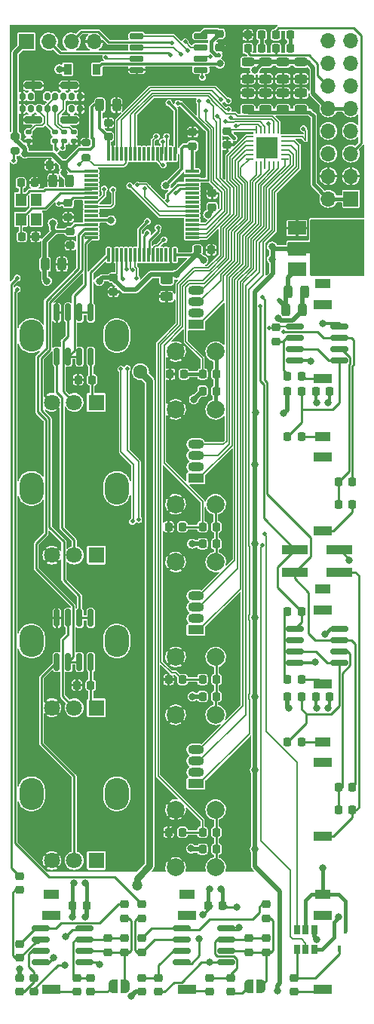
<source format=gbr>
G04 #@! TF.GenerationSoftware,KiCad,Pcbnew,6.0.5+dfsg-1*
G04 #@! TF.CreationDate,2022-06-05T16:54:12+02:00*
G04 #@! TF.ProjectId,demiurge,64656d69-7572-4676-952e-6b696361645f,E*
G04 #@! TF.SameCoordinates,Original*
G04 #@! TF.FileFunction,Copper,L1,Top*
G04 #@! TF.FilePolarity,Positive*
%FSLAX46Y46*%
G04 Gerber Fmt 4.6, Leading zero omitted, Abs format (unit mm)*
G04 Created by KiCad (PCBNEW 6.0.5+dfsg-1) date 2022-06-05 16:54:12*
%MOMM*%
%LPD*%
G01*
G04 APERTURE LIST*
G04 Aperture macros list*
%AMRoundRect*
0 Rectangle with rounded corners*
0 $1 Rounding radius*
0 $2 $3 $4 $5 $6 $7 $8 $9 X,Y pos of 4 corners*
0 Add a 4 corners polygon primitive as box body*
4,1,4,$2,$3,$4,$5,$6,$7,$8,$9,$2,$3,0*
0 Add four circle primitives for the rounded corners*
1,1,$1+$1,$2,$3*
1,1,$1+$1,$4,$5*
1,1,$1+$1,$6,$7*
1,1,$1+$1,$8,$9*
0 Add four rect primitives between the rounded corners*
20,1,$1+$1,$2,$3,$4,$5,0*
20,1,$1+$1,$4,$5,$6,$7,0*
20,1,$1+$1,$6,$7,$8,$9,0*
20,1,$1+$1,$8,$9,$2,$3,0*%
%AMFreePoly0*
4,1,22,0.500000,-0.750000,0.000000,-0.750000,0.000000,-0.745033,-0.079941,-0.743568,-0.215256,-0.701293,-0.333266,-0.622738,-0.424486,-0.514219,-0.481581,-0.384460,-0.499164,-0.250000,-0.500000,-0.250000,-0.500000,0.250000,-0.499164,0.250000,-0.499963,0.256109,-0.478152,0.396186,-0.417904,0.524511,-0.324060,0.630769,-0.204165,0.706417,-0.067858,0.745374,0.000000,0.744959,0.000000,0.750000,
0.500000,0.750000,0.500000,-0.750000,0.500000,-0.750000,$1*%
%AMFreePoly1*
4,1,20,0.000000,0.744959,0.073905,0.744508,0.209726,0.703889,0.328688,0.626782,0.421226,0.519385,0.479903,0.390333,0.500000,0.250000,0.500000,-0.250000,0.499851,-0.262216,0.476331,-0.402017,0.414519,-0.529596,0.319384,-0.634700,0.198574,-0.708877,0.061801,-0.746166,0.000000,-0.745033,0.000000,-0.750000,-0.500000,-0.750000,-0.500000,0.750000,0.000000,0.750000,0.000000,0.744959,
0.000000,0.744959,$1*%
G04 Aperture macros list end*
G04 #@! TA.AperFunction,SMDPad,CuDef*
%ADD10RoundRect,0.218750X-0.256250X0.218750X-0.256250X-0.218750X0.256250X-0.218750X0.256250X0.218750X0*%
G04 #@! TD*
G04 #@! TA.AperFunction,SMDPad,CuDef*
%ADD11RoundRect,0.218750X0.218750X0.256250X-0.218750X0.256250X-0.218750X-0.256250X0.218750X-0.256250X0*%
G04 #@! TD*
G04 #@! TA.AperFunction,SMDPad,CuDef*
%ADD12RoundRect,0.218750X0.256250X-0.218750X0.256250X0.218750X-0.256250X0.218750X-0.256250X-0.218750X0*%
G04 #@! TD*
G04 #@! TA.AperFunction,SMDPad,CuDef*
%ADD13R,2.000000X1.500000*%
G04 #@! TD*
G04 #@! TA.AperFunction,SMDPad,CuDef*
%ADD14R,2.000000X3.800000*%
G04 #@! TD*
G04 #@! TA.AperFunction,SMDPad,CuDef*
%ADD15RoundRect,0.218750X-0.218750X-0.256250X0.218750X-0.256250X0.218750X0.256250X-0.218750X0.256250X0*%
G04 #@! TD*
G04 #@! TA.AperFunction,SMDPad,CuDef*
%ADD16RoundRect,0.150000X-0.825000X-0.150000X0.825000X-0.150000X0.825000X0.150000X-0.825000X0.150000X0*%
G04 #@! TD*
G04 #@! TA.AperFunction,SMDPad,CuDef*
%ADD17RoundRect,0.243750X-0.456250X0.243750X-0.456250X-0.243750X0.456250X-0.243750X0.456250X0.243750X0*%
G04 #@! TD*
G04 #@! TA.AperFunction,SMDPad,CuDef*
%ADD18RoundRect,0.243750X-0.243750X-0.456250X0.243750X-0.456250X0.243750X0.456250X-0.243750X0.456250X0*%
G04 #@! TD*
G04 #@! TA.AperFunction,SMDPad,CuDef*
%ADD19FreePoly0,180.000000*%
G04 #@! TD*
G04 #@! TA.AperFunction,SMDPad,CuDef*
%ADD20FreePoly1,180.000000*%
G04 #@! TD*
G04 #@! TA.AperFunction,SMDPad,CuDef*
%ADD21RoundRect,0.243750X0.243750X0.456250X-0.243750X0.456250X-0.243750X-0.456250X0.243750X-0.456250X0*%
G04 #@! TD*
G04 #@! TA.AperFunction,ComponentPad*
%ADD22R,1.700000X1.700000*%
G04 #@! TD*
G04 #@! TA.AperFunction,ComponentPad*
%ADD23O,1.700000X1.700000*%
G04 #@! TD*
G04 #@! TA.AperFunction,SMDPad,CuDef*
%ADD24R,0.650000X1.060000*%
G04 #@! TD*
G04 #@! TA.AperFunction,SMDPad,CuDef*
%ADD25RoundRect,0.150000X-0.150000X0.825000X-0.150000X-0.825000X0.150000X-0.825000X0.150000X0.825000X0*%
G04 #@! TD*
G04 #@! TA.AperFunction,SMDPad,CuDef*
%ADD26R,0.450000X0.700000*%
G04 #@! TD*
G04 #@! TA.AperFunction,SMDPad,CuDef*
%ADD27R,3.000000X1.000000*%
G04 #@! TD*
G04 #@! TA.AperFunction,SMDPad,CuDef*
%ADD28RoundRect,0.075000X-0.700000X-0.075000X0.700000X-0.075000X0.700000X0.075000X-0.700000X0.075000X0*%
G04 #@! TD*
G04 #@! TA.AperFunction,SMDPad,CuDef*
%ADD29RoundRect,0.075000X-0.075000X-0.700000X0.075000X-0.700000X0.075000X0.700000X-0.075000X0.700000X0*%
G04 #@! TD*
G04 #@! TA.AperFunction,SMDPad,CuDef*
%ADD30RoundRect,0.062500X-0.325000X-0.062500X0.325000X-0.062500X0.325000X0.062500X-0.325000X0.062500X0*%
G04 #@! TD*
G04 #@! TA.AperFunction,SMDPad,CuDef*
%ADD31RoundRect,0.062500X-0.062500X-0.325000X0.062500X-0.325000X0.062500X0.325000X-0.062500X0.325000X0*%
G04 #@! TD*
G04 #@! TA.AperFunction,SMDPad,CuDef*
%ADD32R,2.450000X2.450000*%
G04 #@! TD*
G04 #@! TA.AperFunction,SMDPad,CuDef*
%ADD33R,0.900000X1.200000*%
G04 #@! TD*
G04 #@! TA.AperFunction,SMDPad,CuDef*
%ADD34RoundRect,0.147500X-0.172500X0.147500X-0.172500X-0.147500X0.172500X-0.147500X0.172500X0.147500X0*%
G04 #@! TD*
G04 #@! TA.AperFunction,SMDPad,CuDef*
%ADD35R,1.200000X1.400000*%
G04 #@! TD*
G04 #@! TA.AperFunction,SMDPad,CuDef*
%ADD36RoundRect,0.150000X-0.650000X-0.150000X0.650000X-0.150000X0.650000X0.150000X-0.650000X0.150000X0*%
G04 #@! TD*
G04 #@! TA.AperFunction,SMDPad,CuDef*
%ADD37RoundRect,0.200000X-0.275000X0.200000X-0.275000X-0.200000X0.275000X-0.200000X0.275000X0.200000X0*%
G04 #@! TD*
G04 #@! TA.AperFunction,SMDPad,CuDef*
%ADD38RoundRect,0.225000X-0.250000X0.225000X-0.250000X-0.225000X0.250000X-0.225000X0.250000X0.225000X0*%
G04 #@! TD*
G04 #@! TA.AperFunction,SMDPad,CuDef*
%ADD39RoundRect,0.225000X0.250000X-0.225000X0.250000X0.225000X-0.250000X0.225000X-0.250000X-0.225000X0*%
G04 #@! TD*
G04 #@! TA.AperFunction,SMDPad,CuDef*
%ADD40RoundRect,0.200000X0.275000X-0.200000X0.275000X0.200000X-0.275000X0.200000X-0.275000X-0.200000X0*%
G04 #@! TD*
G04 #@! TA.AperFunction,ComponentPad*
%ADD41C,2.000000*%
G04 #@! TD*
G04 #@! TA.AperFunction,ComponentPad*
%ADD42R,1.800000X1.000000*%
G04 #@! TD*
G04 #@! TA.AperFunction,ComponentPad*
%ADD43R,2.000000X1.000000*%
G04 #@! TD*
G04 #@! TA.AperFunction,ComponentPad*
%ADD44C,1.800000*%
G04 #@! TD*
G04 #@! TA.AperFunction,ComponentPad*
%ADD45R,1.800000X1.800000*%
G04 #@! TD*
G04 #@! TA.AperFunction,ComponentPad*
%ADD46O,2.720000X3.600000*%
G04 #@! TD*
G04 #@! TA.AperFunction,ComponentPad*
%ADD47R,1.800000X1.070000*%
G04 #@! TD*
G04 #@! TA.AperFunction,ComponentPad*
%ADD48O,1.800000X1.070000*%
G04 #@! TD*
G04 #@! TA.AperFunction,ComponentPad*
%ADD49RoundRect,0.162500X-0.162500X-0.237500X0.162500X-0.237500X0.162500X0.237500X-0.162500X0.237500X0*%
G04 #@! TD*
G04 #@! TA.AperFunction,ComponentPad*
%ADD50RoundRect,0.200000X-0.800000X-0.200000X0.800000X-0.200000X0.800000X0.200000X-0.800000X0.200000X0*%
G04 #@! TD*
G04 #@! TA.AperFunction,ViaPad*
%ADD51C,0.800000*%
G04 #@! TD*
G04 #@! TA.AperFunction,ViaPad*
%ADD52C,0.460000*%
G04 #@! TD*
G04 #@! TA.AperFunction,ViaPad*
%ADD53C,1.200000*%
G04 #@! TD*
G04 #@! TA.AperFunction,ViaPad*
%ADD54C,1.600000*%
G04 #@! TD*
G04 #@! TA.AperFunction,Conductor*
%ADD55C,0.500000*%
G04 #@! TD*
G04 #@! TA.AperFunction,Conductor*
%ADD56C,0.228600*%
G04 #@! TD*
G04 #@! TA.AperFunction,Conductor*
%ADD57C,0.304800*%
G04 #@! TD*
G04 #@! TA.AperFunction,Conductor*
%ADD58C,0.152400*%
G04 #@! TD*
G04 #@! TA.AperFunction,Conductor*
%ADD59C,0.381000*%
G04 #@! TD*
G04 #@! TA.AperFunction,Conductor*
%ADD60C,0.350000*%
G04 #@! TD*
G04 #@! TA.AperFunction,Conductor*
%ADD61C,0.250000*%
G04 #@! TD*
G04 #@! TA.AperFunction,Conductor*
%ADD62C,0.457200*%
G04 #@! TD*
G04 #@! TA.AperFunction,Conductor*
%ADD63C,0.800000*%
G04 #@! TD*
G04 APERTURE END LIST*
D10*
X83439000Y-75717500D03*
X83439000Y-74142500D03*
D11*
X96190000Y-90170000D03*
X94615000Y-90170000D03*
X96037500Y-107315000D03*
X94462500Y-107315000D03*
X96037500Y-141605000D03*
X94462500Y-141605000D03*
X99847500Y-107315000D03*
X98272500Y-107315000D03*
X99847500Y-109220000D03*
X98272500Y-109220000D03*
X99847500Y-124460000D03*
X98272500Y-124460000D03*
X99847500Y-126365000D03*
X98272500Y-126365000D03*
X109372500Y-97155000D03*
X107797500Y-97155000D03*
X99847500Y-141605000D03*
X98272500Y-141605000D03*
X99847500Y-143510000D03*
X98272500Y-143510000D03*
D10*
X106553000Y-86512500D03*
X106553000Y-84937500D03*
D12*
X91440000Y-151282500D03*
X91440000Y-149707500D03*
X91440000Y-159537500D03*
X91440000Y-157962500D03*
D10*
X93345000Y-157962500D03*
X93345000Y-159537500D03*
X91440000Y-153517500D03*
X91440000Y-155092500D03*
D13*
X108864000Y-73773000D03*
D14*
X115164000Y-76073000D03*
D13*
X108864000Y-76073000D03*
X108864000Y-78373000D03*
D11*
X108102500Y-52070000D03*
X106527500Y-52070000D03*
D15*
X103352500Y-52070000D03*
X104927500Y-52070000D03*
X103352500Y-53594000D03*
X104927500Y-53594000D03*
X106527500Y-53594000D03*
X108102500Y-53594000D03*
D16*
X108650000Y-118745000D03*
X108650000Y-120015000D03*
X108650000Y-121285000D03*
X108650000Y-122555000D03*
X113600000Y-122555000D03*
X113600000Y-121285000D03*
X113600000Y-120015000D03*
X113600000Y-118745000D03*
D17*
X94234000Y-79580500D03*
X94234000Y-81455500D03*
D11*
X112547500Y-92075000D03*
X110972500Y-92075000D03*
D18*
X109776500Y-80899000D03*
X107901500Y-80899000D03*
D17*
X109290000Y-57017500D03*
X109290000Y-55142500D03*
X107315000Y-58600100D03*
X107315000Y-60475100D03*
X107310000Y-57017500D03*
X107310000Y-55142500D03*
X109296200Y-58600100D03*
X109296200Y-60475100D03*
X103352600Y-58600100D03*
X103352600Y-60475100D03*
D15*
X97688300Y-76225400D03*
X99263300Y-76225400D03*
D12*
X87630000Y-155092500D03*
X87630000Y-153517500D03*
X77724000Y-148107500D03*
X77724000Y-146532500D03*
D10*
X77724000Y-154152500D03*
X77724000Y-155727500D03*
D12*
X105410000Y-151282500D03*
X105410000Y-149707500D03*
X89535000Y-151282500D03*
X89535000Y-149707500D03*
D19*
X104790000Y-158877000D03*
D20*
X103490000Y-158877000D03*
D19*
X89550000Y-158877000D03*
D20*
X88250000Y-158877000D03*
D11*
X109372500Y-92075000D03*
X107797500Y-92075000D03*
D15*
X113512500Y-104775000D03*
X115087500Y-104775000D03*
D11*
X115087500Y-102235000D03*
X113512500Y-102235000D03*
X109372500Y-126365000D03*
X107797500Y-126365000D03*
D15*
X107797500Y-124460000D03*
X109372500Y-124460000D03*
X113512500Y-139065000D03*
X115087500Y-139065000D03*
D11*
X109372500Y-116840000D03*
X107797500Y-116840000D03*
X115087500Y-136525000D03*
X113512500Y-136525000D03*
X99847500Y-92075000D03*
X98272500Y-92075000D03*
X112547500Y-126365000D03*
X110972500Y-126365000D03*
X81127500Y-66675000D03*
X82702500Y-66675000D03*
X99847500Y-90170000D03*
X98272500Y-90170000D03*
D15*
X107797500Y-90424000D03*
X109372500Y-90424000D03*
D16*
X95950000Y-152400000D03*
X95950000Y-153670000D03*
X95950000Y-154940000D03*
X95950000Y-156210000D03*
X100900000Y-156210000D03*
X100900000Y-154940000D03*
X100900000Y-153670000D03*
X100900000Y-152400000D03*
D17*
X105333800Y-58600100D03*
X105333800Y-60475100D03*
X105340000Y-55142500D03*
X105340000Y-57017500D03*
D10*
X101473000Y-157962500D03*
X101473000Y-159537500D03*
X105410000Y-153517500D03*
X105410000Y-155092500D03*
X89535000Y-153517500D03*
X89535000Y-155092500D03*
D11*
X100482500Y-149860000D03*
X98907500Y-149860000D03*
D16*
X80075000Y-152400000D03*
X80075000Y-153670000D03*
X80075000Y-154940000D03*
X80075000Y-156210000D03*
X85025000Y-156210000D03*
X85025000Y-154940000D03*
X85025000Y-153670000D03*
X85025000Y-152400000D03*
D18*
X109522500Y-82931000D03*
X107647500Y-82931000D03*
X82471500Y-77825600D03*
X80596500Y-77825600D03*
D11*
X96037500Y-124460000D03*
X94462500Y-124460000D03*
D18*
X86743300Y-59969400D03*
X88618300Y-59969400D03*
D21*
X81485500Y-68453000D03*
X83360500Y-68453000D03*
D22*
X114935000Y-70485000D03*
D23*
X112395000Y-70485000D03*
X114935000Y-67945000D03*
X112395000Y-67945000D03*
X114935000Y-65405000D03*
X112395000Y-65405000D03*
X114935000Y-62865000D03*
X112395000Y-62865000D03*
X114935000Y-60325000D03*
X112395000Y-60325000D03*
X114935000Y-57785000D03*
X112395000Y-57785000D03*
X114935000Y-55245000D03*
X112395000Y-55245000D03*
X114935000Y-52705000D03*
X112395000Y-52705000D03*
D12*
X84150000Y-159537500D03*
X84150000Y-157962500D03*
X99060000Y-159537500D03*
X99060000Y-157962500D03*
X103505000Y-155092500D03*
X103505000Y-153517500D03*
D10*
X85725000Y-157962500D03*
X85725000Y-159537500D03*
D16*
X108650000Y-84836000D03*
X108650000Y-86106000D03*
X108650000Y-87376000D03*
X108650000Y-88646000D03*
X113600000Y-88646000D03*
X113600000Y-87376000D03*
X113600000Y-86106000D03*
X113600000Y-84836000D03*
D17*
X103350000Y-55142500D03*
X103350000Y-57017500D03*
D11*
X109372500Y-131445000D03*
X107797500Y-131445000D03*
D24*
X110805000Y-152570000D03*
X109855000Y-152570000D03*
X108905000Y-152570000D03*
X108905000Y-154770000D03*
X109855000Y-154770000D03*
X110805000Y-154770000D03*
D25*
X85725000Y-117540000D03*
X84455000Y-117540000D03*
X83185000Y-117540000D03*
X81915000Y-117540000D03*
X81915000Y-122490000D03*
X83185000Y-122490000D03*
X84455000Y-122490000D03*
X85725000Y-122490000D03*
D11*
X85877500Y-90805000D03*
X84302500Y-90805000D03*
X85725000Y-125095000D03*
X84150000Y-125095000D03*
D10*
X77724000Y-157962500D03*
X77724000Y-159537500D03*
X79375000Y-157962500D03*
X79375000Y-159537500D03*
D22*
X78486000Y-52832000D03*
D23*
X81026000Y-52832000D03*
X83566000Y-52832000D03*
X86106000Y-52832000D03*
D12*
X108585000Y-159537500D03*
X108585000Y-157962500D03*
D26*
X114315000Y-152670000D03*
X113015000Y-152670000D03*
X113665000Y-154670000D03*
D11*
X85242500Y-149860000D03*
X83667500Y-149860000D03*
D27*
X113665000Y-109855000D03*
X108625000Y-109855000D03*
X113665000Y-112395000D03*
X108625000Y-112395000D03*
D28*
X85765000Y-67370000D03*
X85765000Y-67870000D03*
X85765000Y-68370000D03*
X85765000Y-68870000D03*
X85765000Y-69370000D03*
X85765000Y-69870000D03*
X85765000Y-70370000D03*
X85765000Y-70870000D03*
X85765000Y-71370000D03*
X85765000Y-71870000D03*
X85765000Y-72370000D03*
X85765000Y-72870000D03*
X85765000Y-73370000D03*
X85765000Y-73870000D03*
X85765000Y-74370000D03*
X85765000Y-74870000D03*
D29*
X87690000Y-76795000D03*
X88190000Y-76795000D03*
X88690000Y-76795000D03*
X89190000Y-76795000D03*
X89690000Y-76795000D03*
X90190000Y-76795000D03*
X90690000Y-76795000D03*
X91190000Y-76795000D03*
X91690000Y-76795000D03*
X92190000Y-76795000D03*
X92690000Y-76795000D03*
X93190000Y-76795000D03*
X93690000Y-76795000D03*
X94190000Y-76795000D03*
X94690000Y-76795000D03*
X95190000Y-76795000D03*
D28*
X97115000Y-74870000D03*
X97115000Y-74370000D03*
X97115000Y-73870000D03*
X97115000Y-73370000D03*
X97115000Y-72870000D03*
X97115000Y-72370000D03*
X97115000Y-71870000D03*
X97115000Y-71370000D03*
X97115000Y-70870000D03*
X97115000Y-70370000D03*
X97115000Y-69870000D03*
X97115000Y-69370000D03*
X97115000Y-68870000D03*
X97115000Y-68370000D03*
X97115000Y-67870000D03*
X97115000Y-67370000D03*
D29*
X95190000Y-65445000D03*
X94690000Y-65445000D03*
X94190000Y-65445000D03*
X93690000Y-65445000D03*
X93190000Y-65445000D03*
X92690000Y-65445000D03*
X92190000Y-65445000D03*
X91690000Y-65445000D03*
X91190000Y-65445000D03*
X90690000Y-65445000D03*
X90190000Y-65445000D03*
X89690000Y-65445000D03*
X89190000Y-65445000D03*
X88690000Y-65445000D03*
X88190000Y-65445000D03*
X87690000Y-65445000D03*
D30*
X103549500Y-63494600D03*
X103549500Y-63994600D03*
X103549500Y-64494600D03*
X103549500Y-64994600D03*
X103549500Y-65494600D03*
X103549500Y-65994600D03*
D31*
X104287000Y-66732100D03*
X104787000Y-66732100D03*
X105287000Y-66732100D03*
X105787000Y-66732100D03*
X106287000Y-66732100D03*
X106787000Y-66732100D03*
D30*
X107524500Y-65994600D03*
X107524500Y-65494600D03*
X107524500Y-64994600D03*
X107524500Y-64494600D03*
X107524500Y-63994600D03*
X107524500Y-63494600D03*
D31*
X106787000Y-62757100D03*
X106287000Y-62757100D03*
X105787000Y-62757100D03*
X105287000Y-62757100D03*
X104787000Y-62757100D03*
X104287000Y-62757100D03*
D32*
X105537000Y-64744600D03*
D25*
X85725000Y-83250000D03*
X84455000Y-83250000D03*
X83185000Y-83250000D03*
X81915000Y-83250000D03*
X81915000Y-88200000D03*
X83185000Y-88200000D03*
X84455000Y-88200000D03*
X85725000Y-88200000D03*
D10*
X88265000Y-79349500D03*
X88265000Y-80924500D03*
X83185000Y-70967500D03*
X83185000Y-72542500D03*
D33*
X86409800Y-55930800D03*
X83109800Y-55930800D03*
D34*
X82750000Y-63015000D03*
X82750000Y-63985000D03*
X81700000Y-63015000D03*
X81700000Y-63985000D03*
X83820000Y-63015000D03*
X83820000Y-63985000D03*
X78740000Y-63015000D03*
X78740000Y-63985000D03*
D15*
X77870089Y-68669011D03*
X79445089Y-68669011D03*
X77971689Y-74739611D03*
X79546689Y-74739611D03*
D35*
X77883789Y-70566211D03*
X77883789Y-72766211D03*
X79583789Y-72766211D03*
X79583789Y-70566211D03*
D36*
X90888000Y-52197000D03*
X90888000Y-53467000D03*
X90888000Y-54737000D03*
X90888000Y-56007000D03*
X98088000Y-56007000D03*
X98088000Y-54737000D03*
X98088000Y-53467000D03*
X98088000Y-52197000D03*
D37*
X85217000Y-64173600D03*
X85217000Y-65823600D03*
D38*
X101041200Y-62877400D03*
X101041200Y-64427400D03*
D39*
X87680800Y-63487600D03*
X87680800Y-61937600D03*
X97155000Y-64554400D03*
X97155000Y-63004400D03*
D40*
X77241400Y-65112400D03*
X77241400Y-63462400D03*
D38*
X100177600Y-51942400D03*
X100177600Y-53492400D03*
D39*
X99350000Y-71425000D03*
X99350000Y-69875000D03*
D41*
X95250000Y-104775000D03*
X95250000Y-111275000D03*
X99750000Y-104775000D03*
X99750000Y-111275000D03*
X95250000Y-121920000D03*
X95250000Y-128420000D03*
X99750000Y-121920000D03*
X99750000Y-128420000D03*
D42*
X111760000Y-148590000D03*
D43*
X111760000Y-159225000D03*
X111760000Y-150925000D03*
D42*
X111760000Y-80010000D03*
D43*
X111760000Y-90645000D03*
X111760000Y-82345000D03*
D41*
X95250000Y-139065000D03*
X95250000Y-145565000D03*
X99750000Y-145565000D03*
X99750000Y-139065000D03*
D42*
X96520000Y-148590000D03*
D43*
X96520000Y-159225000D03*
X96520000Y-150925000D03*
D44*
X81346000Y-93345000D03*
X83846000Y-93345000D03*
D45*
X86346000Y-93345000D03*
D46*
X79046000Y-85845000D03*
X88646000Y-85845000D03*
X88660000Y-137280000D03*
X79060000Y-137280000D03*
D45*
X86360000Y-144780000D03*
D44*
X83860000Y-144780000D03*
X81360000Y-144780000D03*
D42*
X111760000Y-131445000D03*
D43*
X111760000Y-142080000D03*
X111760000Y-133780000D03*
D42*
X111760000Y-114300000D03*
D43*
X111760000Y-124935000D03*
X111760000Y-116635000D03*
D42*
X111760000Y-97155000D03*
D43*
X111760000Y-107790000D03*
X111760000Y-99490000D03*
D46*
X79060000Y-102990000D03*
X88660000Y-102990000D03*
D45*
X86360000Y-110490000D03*
D44*
X83860000Y-110490000D03*
X81360000Y-110490000D03*
D46*
X79060000Y-120135000D03*
X88660000Y-120135000D03*
D45*
X86360000Y-127635000D03*
D44*
X83860000Y-127635000D03*
X81360000Y-127635000D03*
D41*
X95250000Y-87630000D03*
X95250000Y-94130000D03*
X99750000Y-87630000D03*
X99750000Y-94130000D03*
D42*
X81280000Y-148590000D03*
D43*
X81280000Y-159225000D03*
X81280000Y-150925000D03*
D47*
X97536000Y-84582000D03*
D48*
X97536000Y-83312000D03*
X97536000Y-82042000D03*
X97536000Y-80772000D03*
D47*
X97536000Y-101854000D03*
D48*
X97536000Y-100584000D03*
X97536000Y-99314000D03*
X97536000Y-98044000D03*
D47*
X97536000Y-136144000D03*
D48*
X97536000Y-134874000D03*
X97536000Y-133604000D03*
X97536000Y-132334000D03*
D47*
X97536000Y-118872000D03*
D48*
X97536000Y-117602000D03*
X97536000Y-116332000D03*
X97536000Y-115062000D03*
D49*
X78030000Y-60390000D03*
X78980000Y-60390000D03*
X79930000Y-60390000D03*
X80830000Y-60390000D03*
X81730000Y-60390000D03*
X83580000Y-60390000D03*
X84530000Y-60390000D03*
X84530000Y-58990000D03*
X83580000Y-58990000D03*
X82630000Y-58990000D03*
X81730000Y-58990000D03*
X80830000Y-58990000D03*
X78980000Y-58990000D03*
X78030000Y-58990000D03*
D50*
X83280000Y-57760000D03*
X83280000Y-61630000D03*
X79280000Y-57760000D03*
X79280000Y-61620000D03*
D51*
X92100000Y-63000000D03*
X83500000Y-77800000D03*
X86000000Y-77000000D03*
X78900000Y-77800000D03*
X78900000Y-81700000D03*
X92700000Y-81400000D03*
X92600000Y-87600000D03*
X100000000Y-85800000D03*
X88200000Y-91400000D03*
X88200000Y-93600000D03*
X101200000Y-99600000D03*
X101200000Y-101600000D03*
X101200000Y-108200000D03*
X95200000Y-108200000D03*
X94800000Y-113400000D03*
X90400000Y-110600000D03*
X90400000Y-108200000D03*
X101800000Y-118400000D03*
X101800000Y-116600000D03*
X95200000Y-125400000D03*
X89400000Y-128600000D03*
X89400000Y-126600000D03*
X102400000Y-135800000D03*
X102400000Y-133600000D03*
X102200000Y-144600000D03*
X102200000Y-142600000D03*
X93400000Y-144400000D03*
X93400000Y-142400000D03*
X91100000Y-142400000D03*
X91100000Y-144400000D03*
X89600000Y-142400000D03*
X89600000Y-144400000D03*
X98900000Y-72250000D03*
X98900000Y-69200000D03*
X112395000Y-75946000D03*
X107950000Y-127635000D03*
D52*
X100101400Y-54356000D03*
D51*
X104140000Y-117475000D03*
X111125000Y-74041000D03*
X111125000Y-75946000D03*
X111125000Y-77851000D03*
X80797400Y-79705200D03*
X104140000Y-143510000D03*
X106081300Y-77258620D03*
X111125000Y-153670000D03*
X107400000Y-94600000D03*
X81457800Y-73228200D03*
X113665000Y-74041000D03*
X78308200Y-65405000D03*
X104134689Y-100330000D03*
X112395000Y-77851000D03*
D52*
X101803200Y-63652400D03*
D51*
X106680000Y-159385000D03*
X97155000Y-126365000D03*
X113665000Y-75946000D03*
X112395000Y-74041000D03*
X95326200Y-78994000D03*
X90300000Y-160000000D03*
X106081300Y-75842155D03*
D52*
X109601000Y-62611000D03*
D51*
X82702400Y-67538600D03*
X96991937Y-143453400D03*
X104140000Y-109220000D03*
X97100000Y-109200000D03*
X86664800Y-79705200D03*
D52*
X105703200Y-62026800D03*
D51*
X97300000Y-93000000D03*
X94157800Y-68961000D03*
X104140000Y-126365000D03*
X104200000Y-94500000D03*
X104140000Y-134620000D03*
X77700000Y-157000000D03*
X98374200Y-77368400D03*
X113665000Y-77851000D03*
X100215385Y-55294180D03*
X113572090Y-151130000D03*
X85090000Y-151130000D03*
X82931000Y-153289000D03*
X102108000Y-149987000D03*
X112395000Y-93345000D03*
X85090000Y-147320000D03*
X102362000Y-152273000D03*
X112395000Y-127635000D03*
X104150000Y-56040000D03*
X111760000Y-84455000D03*
X100330000Y-147955000D03*
X112000000Y-119380000D03*
X83820000Y-147320000D03*
X83693000Y-151130000D03*
X99060000Y-147955000D03*
X110900000Y-122500000D03*
X111125000Y-127635000D03*
X110413800Y-88722200D03*
X97917000Y-153543000D03*
X81534000Y-155702000D03*
X111125000Y-93345000D03*
X98298000Y-150876000D03*
D53*
X90932000Y-147574000D03*
D51*
X86741008Y-156464000D03*
D54*
X91300000Y-89900000D03*
D51*
X99060000Y-156210000D03*
X88000000Y-72900000D03*
X82800000Y-156500000D03*
D52*
X105752000Y-84963000D03*
X93939292Y-75076642D03*
X107365800Y-85420200D03*
X93284692Y-73720308D03*
X92075000Y-74295000D03*
X104744699Y-82550000D03*
X104965089Y-81543630D03*
X92075000Y-73025000D03*
X106883200Y-81864200D03*
D51*
X91100000Y-130100000D03*
X81280000Y-129540000D03*
D52*
X100730000Y-65250000D03*
D51*
X78740000Y-100076000D03*
X91100000Y-137200000D03*
X82900000Y-138300000D03*
X96240600Y-63271400D03*
X85090000Y-138430000D03*
X81280000Y-112395000D03*
X80450000Y-68400000D03*
X99060000Y-97155000D03*
X84455000Y-112395000D03*
X78105000Y-140970000D03*
X87630000Y-129540000D03*
D52*
X105537000Y-64744600D03*
X107380000Y-62930000D03*
X87997113Y-75502887D03*
D51*
X91100000Y-113500000D03*
X101168200Y-54356000D03*
X106772644Y-83871776D03*
X111800000Y-145600000D03*
X81791540Y-85344000D03*
D52*
X88300000Y-81900000D03*
D51*
X93600000Y-137200000D03*
D52*
X89823926Y-89523926D03*
X105243028Y-108111679D03*
X91100001Y-106499999D03*
X90858100Y-79389596D03*
X90400000Y-106700000D03*
X105000000Y-109400000D03*
X89100000Y-89600000D03*
X90400000Y-78500000D03*
D51*
X114710000Y-111080000D03*
D52*
X99916274Y-61194060D03*
X96621600Y-53848000D03*
X98666631Y-60592269D03*
X95833300Y-54279800D03*
X98247200Y-56819800D03*
X97900000Y-59500000D03*
X98876217Y-59536700D03*
X99113118Y-54514867D03*
X101168200Y-60477400D03*
X101473000Y-61395907D03*
X77470000Y-80645000D03*
X89732314Y-78409500D03*
X77470000Y-79375000D03*
X89361389Y-79506756D03*
X91770200Y-69342000D03*
X93850679Y-66677321D03*
X93091000Y-63474600D03*
X93783226Y-64077774D03*
X90973646Y-68943646D03*
X94234000Y-63500000D03*
X81850000Y-64950000D03*
X94361000Y-70643200D03*
X95250000Y-69850000D03*
X82550000Y-64738290D03*
X90093800Y-69011800D03*
D51*
X82194400Y-55930800D03*
D52*
X82150000Y-71000000D03*
X77089000Y-66200000D03*
X94824474Y-52952726D03*
X95504000Y-59766200D03*
X94665800Y-54381400D03*
X94500000Y-59700000D03*
X102009576Y-62299000D03*
X101168200Y-59486800D03*
X100374374Y-59340826D03*
X100863400Y-61798200D03*
X87223600Y-69392800D03*
X87412478Y-54581997D03*
X84455000Y-66598800D03*
X88214200Y-69469000D03*
X96316800Y-52857400D03*
D55*
X90762500Y-159537500D02*
X90300000Y-160000000D01*
X91440000Y-159537500D02*
X90762500Y-159537500D01*
X107797500Y-94202500D02*
X107400000Y-94600000D01*
X107797500Y-92075000D02*
X107797500Y-94202500D01*
D56*
X97115000Y-68870000D02*
X95528251Y-68870000D01*
X95528251Y-68870000D02*
X94361000Y-70037251D01*
X94361000Y-70037251D02*
X94361000Y-70643200D01*
D57*
X94157800Y-68961000D02*
X95950000Y-67168800D01*
X95950000Y-67168800D02*
X95950000Y-64800000D01*
X95950000Y-64800000D02*
X96195600Y-64554400D01*
X96195600Y-64554400D02*
X97155000Y-64554400D01*
X97155000Y-64554400D02*
X97155000Y-67330000D01*
X97155000Y-67330000D02*
X97115000Y-67370000D01*
D58*
X100400000Y-69774112D02*
X99213867Y-68587979D01*
X100400000Y-71638270D02*
X100400000Y-69774112D01*
X98668270Y-73370000D02*
X100400000Y-71638270D01*
X97115000Y-73370000D02*
X98668270Y-73370000D01*
D55*
X99350000Y-71425000D02*
X99350000Y-71800000D01*
X99350000Y-71800000D02*
X98900000Y-72250000D01*
X99350000Y-69875000D02*
X99350000Y-69650000D01*
X99350000Y-69650000D02*
X98900000Y-69200000D01*
D58*
X97115000Y-73870000D02*
X98723000Y-73870000D01*
X98723000Y-73870000D02*
X100750000Y-71843000D01*
X100750000Y-71843000D02*
X100750000Y-69600000D01*
X98666631Y-61676224D02*
X98666631Y-60592269D01*
X100750000Y-69600000D02*
X99518178Y-68368178D01*
X99518178Y-68368178D02*
X99518178Y-62527771D01*
X99518178Y-62527771D02*
X98666631Y-61676224D01*
X100254310Y-68173950D02*
X100254310Y-61532096D01*
X99822489Y-61835503D02*
X99458173Y-61471187D01*
X98756400Y-74370000D02*
X101054311Y-72072089D01*
X101054311Y-72072089D02*
X101054311Y-69404311D01*
X100254310Y-61532096D02*
X99916274Y-61194060D01*
X99822489Y-68172489D02*
X99822489Y-61835503D01*
X97115000Y-74370000D02*
X98756400Y-74370000D01*
X101054311Y-69404311D02*
X99822489Y-68172489D01*
X99458173Y-61471187D02*
X99458173Y-60118656D01*
X101358621Y-69278261D02*
X100254310Y-68173950D01*
X101358621Y-72199579D02*
X101358621Y-69278261D01*
X98688200Y-74870000D02*
X101358621Y-72199579D01*
X99458173Y-60118656D02*
X98876217Y-59536700D01*
X97115000Y-74870000D02*
X98688200Y-74870000D01*
X96059622Y-84815842D02*
X96059622Y-80322510D01*
X102797223Y-77803977D02*
X102797226Y-74634214D01*
X97901000Y-84582000D02*
X100604961Y-81878039D01*
X96397844Y-86528448D02*
X96397844Y-80415355D01*
X100608911Y-73810008D02*
X102104311Y-72314609D01*
X102201765Y-79690515D02*
X102201764Y-80345367D01*
X102104310Y-69120712D02*
X101342575Y-68358977D01*
X103540000Y-126653284D02*
X103511889Y-126625173D01*
X96037500Y-124460000D02*
X95277500Y-123700000D01*
X107095928Y-67652030D02*
X107095930Y-67652028D01*
X93576476Y-86867920D02*
X95754811Y-84689586D01*
X95754811Y-84689586D02*
X95754811Y-80196254D01*
X102104311Y-72314609D02*
X102104310Y-69120712D01*
X101342575Y-68358977D02*
X101342575Y-65801427D01*
X97536000Y-82042000D02*
X97901000Y-82042000D01*
X103506588Y-108954526D02*
X103506588Y-80654158D01*
X96710163Y-79671969D02*
X98347071Y-79671969D01*
X98347071Y-79671969D02*
X100913222Y-77105818D01*
X106287000Y-67124574D02*
X106287000Y-66732100D01*
X103506588Y-80654158D02*
X105103656Y-79057090D01*
X100913222Y-77105818D02*
X100913221Y-76853719D01*
X102797226Y-74634214D02*
X104234488Y-73196950D01*
X102408622Y-72440658D02*
X102408621Y-72188559D01*
X102408621Y-72188559D02*
X102408620Y-68994662D01*
X103115193Y-80223447D02*
X103115193Y-128389807D01*
X98272500Y-140269170D02*
X98272500Y-141605000D01*
X101646886Y-68232928D02*
X101646886Y-65997116D01*
X98473121Y-79976279D02*
X101217533Y-77231866D01*
X102712933Y-72566706D02*
X102712932Y-72062509D01*
X102712932Y-72062509D02*
X102712930Y-68868612D01*
X105147415Y-69124889D02*
X105147420Y-73575098D01*
X101342575Y-65801427D02*
X103149402Y-63994600D01*
X101800000Y-69246762D02*
X101800000Y-72188560D01*
X100007453Y-99314000D02*
X101286325Y-98035128D01*
X101951197Y-68106879D02*
X101951197Y-66192805D01*
X101951197Y-66192805D02*
X103149402Y-64994600D01*
X103017244Y-72692755D02*
X103017240Y-68742562D01*
X101895948Y-80220823D02*
X101895947Y-111067053D01*
X100304600Y-76853720D02*
X98905623Y-78252697D01*
X101217533Y-77231866D02*
X101217532Y-75442142D01*
X104538798Y-72818800D02*
X104538793Y-68872781D01*
X102255508Y-67980830D02*
X102255508Y-66388494D01*
X102408620Y-68994662D02*
X101646886Y-68232928D01*
X97536000Y-118872000D02*
X97901000Y-118872000D01*
X109093000Y-67056000D02*
X109093000Y-64516000D01*
X102255508Y-66388494D02*
X103149402Y-65494600D01*
X103149402Y-65494600D02*
X103549500Y-65494600D01*
X97901000Y-82042000D02*
X100300650Y-79642350D01*
X105451726Y-69250942D02*
X107050637Y-67652031D01*
X98272500Y-90170000D02*
X98272500Y-88403104D01*
X100608911Y-76979769D02*
X100608911Y-73810008D01*
X100300650Y-79642350D02*
X100300650Y-79009470D01*
X100913222Y-73936058D02*
X102408622Y-72440658D01*
X101876467Y-74263893D02*
X103321555Y-72818804D01*
X105787000Y-67194214D02*
X105787000Y-66732100D01*
X101217534Y-74062106D02*
X102712933Y-72566706D01*
X103321555Y-72818804D02*
X103321554Y-72566705D01*
X104538799Y-73322998D02*
X104538798Y-72818800D01*
X100604961Y-81878039D02*
X100604961Y-79135519D01*
X100604961Y-79135519D02*
X102180777Y-77559703D01*
X108571600Y-63994600D02*
X107524500Y-63994600D01*
X103625866Y-72944852D02*
X103625865Y-72440655D01*
X102810387Y-79942613D02*
X102810386Y-80597465D01*
X103017240Y-68742562D02*
X102255508Y-67980830D01*
X105756037Y-69422281D02*
X105756042Y-73827197D01*
X106364659Y-69784341D02*
X109093000Y-67056000D01*
X101286325Y-79314875D02*
X102797223Y-77803977D01*
X107095934Y-67652028D02*
X108153706Y-66594256D01*
X103540000Y-117186716D02*
X103540000Y-109508284D01*
X105756042Y-73827197D02*
X104318781Y-75264461D01*
X104200431Y-74952449D02*
X105451731Y-73701147D01*
X102810382Y-127424618D02*
X97901000Y-132334000D01*
X103511889Y-117735173D02*
X103511889Y-117214827D01*
X107221980Y-67956338D02*
X105756037Y-69422281D01*
X104318777Y-78434223D02*
X102810387Y-79942613D01*
X107524500Y-64494600D02*
X108186598Y-64494600D01*
X103540000Y-117763284D02*
X103511889Y-117735173D01*
X108762329Y-66891573D02*
X106060348Y-69593554D01*
X95277500Y-123700000D02*
X94800000Y-123700000D01*
X106969878Y-67347720D02*
X106924587Y-67347721D01*
X105103656Y-79057090D02*
X105103656Y-75340305D01*
X103511889Y-126625173D02*
X103511889Y-126104827D01*
X108762329Y-65070331D02*
X108762329Y-66891573D01*
X102201761Y-80463971D02*
X102200758Y-80464974D01*
X103511889Y-126104827D02*
X103540000Y-126076716D01*
X102506076Y-79816564D02*
X104014467Y-78308173D01*
X107095930Y-67652028D02*
X107095934Y-67652028D01*
X104234487Y-72944850D02*
X104234482Y-68746732D01*
X103149402Y-64994600D02*
X103549500Y-64994600D01*
X103540000Y-130505000D02*
X103540000Y-126653284D01*
X104843104Y-68998830D02*
X104843110Y-73449048D01*
X101217532Y-75442142D02*
X101217534Y-74062106D01*
X97901000Y-136144000D02*
X103540000Y-130505000D01*
X106364659Y-74079302D02*
X106364659Y-69784341D01*
X104623089Y-78715551D02*
X103115193Y-80223447D01*
X102180777Y-74389943D02*
X103625866Y-72944852D01*
X103930171Y-68605637D02*
X104787000Y-67748808D01*
X102810383Y-80597468D02*
X102810382Y-127424618D01*
X97901000Y-133604000D02*
X97536000Y-133604000D01*
X104318780Y-75838227D02*
X104318777Y-78434223D01*
X103540000Y-109508284D02*
X103511889Y-109480173D01*
X103620424Y-68485025D02*
X104287000Y-67818449D01*
X97901000Y-132334000D02*
X97536000Y-132334000D01*
X103219028Y-63494600D02*
X101038264Y-65675364D01*
X102200758Y-112032242D02*
X97901000Y-116332000D01*
X103540000Y-126076716D02*
X103540000Y-117763284D01*
X102200758Y-80464974D02*
X102200758Y-112032242D01*
X102201761Y-80345370D02*
X102201761Y-80463971D01*
X95450000Y-84563330D02*
X93271665Y-86741664D01*
X103101537Y-74760263D02*
X103238799Y-74623000D01*
X104234482Y-68746732D02*
X105787000Y-67194214D01*
X107524500Y-64994600D02*
X107924598Y-64994600D01*
X106060348Y-69593554D02*
X106060353Y-73953247D01*
X102201764Y-80345367D02*
X102201761Y-80345370D01*
X103149402Y-63994600D02*
X103549500Y-63994600D01*
X101591636Y-98163364D02*
X101591637Y-79439923D01*
X105147420Y-73575098D02*
X103710159Y-75012361D01*
X103101534Y-77930026D02*
X103101537Y-74760263D01*
X106924585Y-67347723D02*
X106924581Y-67347723D01*
X97536000Y-136144000D02*
X97901000Y-136144000D01*
X101521844Y-74188156D02*
X103017244Y-72692755D01*
X104318781Y-75264461D02*
X104318780Y-75838227D01*
X106924587Y-67347721D02*
X106924585Y-67347723D01*
X101897454Y-80219317D02*
X101895948Y-80220823D01*
X103625860Y-68490462D02*
X103620424Y-68485025D01*
X101897454Y-79564466D02*
X101897454Y-80219317D01*
X97901000Y-101854000D02*
X101591636Y-98163364D01*
X107524500Y-66793098D02*
X106969878Y-67347720D01*
X98272500Y-88403104D02*
X96397844Y-86528448D01*
X97536000Y-99314000D02*
X100007453Y-99314000D01*
X102810386Y-80597465D02*
X102810383Y-80597468D01*
X103625865Y-72440655D02*
X103625860Y-68490462D01*
X100913221Y-76853719D02*
X100913222Y-73936058D01*
X97901000Y-118872000D02*
X102506071Y-114266929D01*
X97536000Y-84582000D02*
X97901000Y-84582000D01*
X97536000Y-101854000D02*
X97901000Y-101854000D01*
X103321554Y-72566705D02*
X103321550Y-68616512D01*
X102559820Y-67854782D02*
X102559820Y-66984280D01*
X102712930Y-68868612D02*
X101951197Y-68106879D01*
X93271665Y-135268335D02*
X98272500Y-140269170D01*
X102559820Y-66984280D02*
X103549500Y-65994600D01*
X101646886Y-65997116D02*
X103251002Y-64393000D01*
X102485088Y-74515992D02*
X103930177Y-73070901D01*
X107924598Y-65494600D02*
X107524500Y-65494600D01*
X104287000Y-67818449D02*
X104287000Y-66732100D01*
X104538793Y-68872781D02*
X106287000Y-67124574D01*
X102485088Y-77685752D02*
X102485088Y-74515992D01*
X95754811Y-80196254D02*
X97394057Y-78557008D01*
X106787000Y-66732100D02*
X106787000Y-67054934D01*
X105103656Y-75340305D02*
X106364659Y-74079302D01*
X108186598Y-64494600D02*
X108762329Y-65070331D01*
X104234488Y-73196950D02*
X104234487Y-72944850D01*
X106787000Y-67054934D02*
X104843104Y-68998830D01*
X101038264Y-65675364D02*
X101038264Y-68485026D01*
X97901000Y-115062000D02*
X97536000Y-115062000D01*
X103321550Y-68616512D02*
X102559820Y-67854782D01*
X107924598Y-64994600D02*
X108458017Y-65528019D01*
X108153706Y-66594256D02*
X108153706Y-65723708D01*
X107524500Y-65994600D02*
X107524500Y-66793098D01*
X94800000Y-123700000D02*
X93576476Y-122476476D01*
X103115193Y-128389807D02*
X97901000Y-133604000D01*
X106060353Y-73953247D02*
X105810352Y-74203247D01*
X101876466Y-77433654D02*
X101876467Y-74263893D01*
X103511889Y-109480173D02*
X103511889Y-108959827D01*
X101591637Y-79439923D02*
X103101534Y-77930026D01*
X101521844Y-77357915D02*
X101521844Y-74188156D01*
X108458017Y-65528019D02*
X108458016Y-66720306D01*
X101038264Y-68485026D02*
X101800000Y-69246762D01*
X104014467Y-78308173D02*
X104014470Y-75138411D01*
X103238799Y-74623000D02*
X104538799Y-73322998D01*
X97183057Y-79999622D02*
X97206400Y-79976279D01*
X109093000Y-64516000D02*
X108571600Y-63994600D01*
X102506075Y-80471416D02*
X102506076Y-79816564D01*
X97394057Y-78557008D02*
X99031673Y-78557007D01*
X102180777Y-77559703D02*
X102180777Y-74389943D01*
X103511889Y-117214827D02*
X103540000Y-117186716D01*
X101895947Y-111067053D02*
X97901000Y-115062000D01*
X101286325Y-98035128D02*
X101286325Y-79314875D01*
X105451731Y-73701147D02*
X105451726Y-69250942D01*
X93948890Y-86926572D02*
X96059622Y-84815842D01*
X96813578Y-79999622D02*
X97183057Y-79999622D01*
X98272500Y-104436982D02*
X93948890Y-100113372D01*
X103710159Y-75012361D02*
X103710154Y-78182126D01*
X96397844Y-80415355D02*
X96813578Y-79999622D01*
X107221983Y-67956339D02*
X107221980Y-67956338D01*
X108458016Y-66720306D02*
X107221983Y-67956339D01*
X103405844Y-78056076D02*
X101897454Y-79564466D01*
X105810352Y-74203247D02*
X104623092Y-75390511D01*
X102506072Y-80471419D02*
X102506075Y-80471416D01*
X103511889Y-108959827D02*
X103506588Y-108954526D01*
X96059622Y-80322510D02*
X96710163Y-79671969D01*
X107050637Y-67652031D02*
X107095928Y-67652030D01*
X93576476Y-122476476D02*
X93576476Y-86867920D01*
X102506071Y-114266929D02*
X102506072Y-80471419D01*
X97206400Y-79976279D02*
X98473121Y-79976279D01*
X98272500Y-107315000D02*
X98272500Y-104436982D01*
X99031673Y-78557007D02*
X100608911Y-76979769D01*
X100984521Y-79186319D02*
X102485088Y-77685752D01*
X97267301Y-78252697D02*
X95450000Y-80069998D01*
X103405847Y-75460073D02*
X103405844Y-78056076D01*
X97536000Y-80772000D02*
X98107759Y-80772000D01*
X100300650Y-79009470D02*
X101876466Y-77433654D01*
X103405848Y-74886311D02*
X103405847Y-75460073D01*
X104787000Y-67748808D02*
X104787000Y-66732100D01*
X93948890Y-100113372D02*
X93948890Y-86926572D01*
X104623092Y-75390511D02*
X104623089Y-78715551D01*
X104843110Y-73449048D02*
X103405848Y-74886311D01*
X104014470Y-75138411D02*
X104200431Y-74952449D01*
X106924581Y-67347723D02*
X105147415Y-69124889D01*
X103710154Y-78182126D02*
X102201765Y-79690515D01*
X103930177Y-73070901D02*
X103930171Y-68605637D01*
X97901000Y-116332000D02*
X97536000Y-116332000D01*
X98107759Y-80772000D02*
X101521844Y-77357915D01*
X108153706Y-65723708D02*
X107924598Y-65494600D01*
X103549500Y-63494600D02*
X103219028Y-63494600D01*
X101800000Y-72188560D02*
X100304600Y-73683960D01*
X100304600Y-73683960D02*
X100304600Y-76853720D01*
X98905623Y-78252697D02*
X97267301Y-78252697D01*
X95450000Y-80069998D02*
X95450000Y-84563330D01*
X93271665Y-86741664D02*
X93271665Y-135268335D01*
D56*
X83860000Y-110490000D02*
X83860000Y-108810000D01*
X81915000Y-92187282D02*
X81915000Y-88200000D01*
X83860000Y-108810000D02*
X82512701Y-107462701D01*
X82512701Y-107462701D02*
X82512701Y-92784983D01*
X82512701Y-92784983D02*
X81915000Y-92187282D01*
X85765000Y-74370000D02*
X84990000Y-74370000D01*
X84990000Y-74370000D02*
X84721012Y-74638988D01*
X84721012Y-74638988D02*
X84721012Y-78478988D01*
X84455000Y-115031170D02*
X84455000Y-117540000D01*
X84721012Y-78478988D02*
X81125340Y-82074660D01*
X81125340Y-82074660D02*
X81125340Y-87425340D01*
X80179299Y-94245355D02*
X81067721Y-95133777D01*
X81067721Y-107367721D02*
X82693299Y-108993299D01*
X81125340Y-87425340D02*
X80179299Y-88371381D01*
X80179299Y-88371381D02*
X80179299Y-94245355D01*
X81067721Y-95133777D02*
X81067721Y-107367721D01*
X82693299Y-108993299D02*
X82693299Y-113269469D01*
X82693299Y-113269469D02*
X84455000Y-115031170D01*
D58*
X82630000Y-58990000D02*
X82630000Y-60443116D01*
X83296390Y-62491390D02*
X83820000Y-63015000D01*
X82630000Y-60443116D02*
X82051880Y-61021236D01*
X82535937Y-62491390D02*
X83296390Y-62491390D01*
X82051880Y-61021236D02*
X82051880Y-62007333D01*
X82051880Y-62007333D02*
X82535937Y-62491390D01*
D56*
X82750000Y-63985000D02*
X82550000Y-64185000D01*
X82550000Y-64185000D02*
X82550000Y-64738290D01*
D58*
X81747569Y-62012569D02*
X81747570Y-62133383D01*
X82629187Y-63015000D02*
X82750000Y-63015000D01*
X81730000Y-61995000D02*
X81747569Y-62012569D01*
X81730000Y-60390000D02*
X81730000Y-61995000D01*
X81747570Y-62133383D02*
X82629187Y-63015000D01*
X81700000Y-63015000D02*
X80830000Y-62145000D01*
X80830000Y-62145000D02*
X80830000Y-60390000D01*
D56*
X81700000Y-63985000D02*
X81700000Y-64800000D01*
X81700000Y-64800000D02*
X81850000Y-64950000D01*
D55*
X82681356Y-66675000D02*
X81487556Y-65481200D01*
X81487556Y-65481200D02*
X78384400Y-65481200D01*
X82702500Y-66675000D02*
X82681356Y-66675000D01*
X79445089Y-68669011D02*
X79714100Y-68400000D01*
X79714100Y-68400000D02*
X80450000Y-68400000D01*
D56*
X82300000Y-69850000D02*
X85745000Y-69850000D01*
X85745000Y-69850000D02*
X85765000Y-69870000D01*
X82300000Y-69850000D02*
X80617578Y-71532422D01*
X80617578Y-71532422D02*
X79117578Y-71532422D01*
X79117578Y-71532422D02*
X77883789Y-72766211D01*
X85765000Y-69370000D02*
X85715780Y-69419220D01*
X85715780Y-69419220D02*
X80630780Y-69419220D01*
X80630780Y-69419220D02*
X80450000Y-69600000D01*
X82182500Y-70967500D02*
X82150000Y-71000000D01*
X83185000Y-70967500D02*
X82182500Y-70967500D01*
X78850000Y-69600000D02*
X77883789Y-70566211D01*
X80450000Y-69600000D02*
X78850000Y-69600000D01*
X83782500Y-70370000D02*
X85765000Y-70370000D01*
X83185000Y-70967500D02*
X83782500Y-70370000D01*
D59*
X82702500Y-67462300D02*
X82702500Y-66675000D01*
X82702500Y-67795000D02*
X82702500Y-67462300D01*
X83360500Y-68453000D02*
X82702500Y-67795000D01*
D56*
X85025000Y-153670000D02*
X84050000Y-153670000D01*
X84050000Y-153670000D02*
X83783290Y-153936710D01*
X83783290Y-153936710D02*
X83783290Y-157595790D01*
X83783290Y-157595790D02*
X84150000Y-157962500D01*
X84150000Y-159537500D02*
X81592500Y-159537500D01*
X81592500Y-159537500D02*
X81280000Y-159225000D01*
X85725000Y-159537500D02*
X87589500Y-159537500D01*
X87589500Y-159537500D02*
X88250000Y-158877000D01*
X89535000Y-155092500D02*
X89535000Y-158862000D01*
X89535000Y-158862000D02*
X89550000Y-158877000D01*
D55*
X104134689Y-94565311D02*
X104200000Y-94500000D01*
X77724000Y-157962500D02*
X77724000Y-157024000D01*
D58*
X101161500Y-62757100D02*
X101041200Y-62877400D01*
D55*
X104128399Y-82297303D02*
X104112799Y-82312903D01*
X104140000Y-109220000D02*
X104140000Y-117475000D01*
D56*
X85725000Y-127000000D02*
X86360000Y-127635000D01*
X85765000Y-67370000D02*
X83397500Y-67370000D01*
D55*
X98272500Y-109220000D02*
X97120000Y-109220000D01*
X77241400Y-54076600D02*
X77241400Y-63474600D01*
X104140000Y-145415000D02*
X104140000Y-143510000D01*
X92456000Y-78994000D02*
X90754200Y-80695800D01*
D59*
X101803200Y-63639400D02*
X101041200Y-62877400D01*
D56*
X85725000Y-88200000D02*
X85725000Y-90652500D01*
D55*
X106119000Y-78941000D02*
X106119000Y-78903352D01*
X78308200Y-64852957D02*
X78308200Y-65405000D01*
D59*
X100101400Y-54356000D02*
X99763747Y-54356000D01*
D55*
X106959400Y-148234400D02*
X104140000Y-145415000D01*
D58*
X107524500Y-63494600D02*
X109481600Y-63494600D01*
D59*
X99763747Y-54356000D02*
X99263200Y-53855453D01*
D55*
X106119000Y-78903352D02*
X106142111Y-78880240D01*
D56*
X85725000Y-90652500D02*
X85877500Y-90805000D01*
D55*
X99924200Y-51689000D02*
X100177600Y-51942400D01*
X104112799Y-82787097D02*
X104112799Y-80947201D01*
D56*
X85877500Y-92876500D02*
X86346000Y-93345000D01*
D55*
X77241400Y-63786157D02*
X78308200Y-64852957D01*
X80797400Y-79705200D02*
X80559080Y-79466880D01*
X104140000Y-117475000D02*
X104140000Y-126365000D01*
D60*
X81661000Y-74119500D02*
X83416000Y-74119500D01*
D59*
X99263200Y-53855453D02*
X99263200Y-52856800D01*
D55*
X104128399Y-82857514D02*
X104128399Y-82802697D01*
D59*
X101803200Y-63652400D02*
X101803200Y-63639400D01*
D55*
X108864000Y-76073000D02*
X106426000Y-76073000D01*
X95326200Y-78994000D02*
X97421700Y-76898500D01*
X97904300Y-76898500D02*
X98374200Y-77368400D01*
D58*
X109855000Y-63868000D02*
X109855000Y-62865000D01*
D55*
X97421700Y-76898500D02*
X97904300Y-76898500D01*
X104140000Y-83185000D02*
X104140000Y-94440000D01*
D57*
X85996320Y-63764704D02*
X85852000Y-63620384D01*
D56*
X85877500Y-90805000D02*
X85877500Y-92876500D01*
D58*
X88690000Y-78924500D02*
X88690000Y-76795000D01*
D55*
X104112799Y-82312903D02*
X104112799Y-82787097D01*
X80559080Y-79466880D02*
X80559080Y-75221420D01*
X104128399Y-82802697D02*
X104128399Y-83173399D01*
X104140000Y-83185000D02*
X104140000Y-82869115D01*
D56*
X78384400Y-65481200D02*
X78308200Y-65405000D01*
D58*
X109481600Y-63494600D02*
X109855000Y-63868000D01*
D55*
X98596000Y-51689000D02*
X99924200Y-51689000D01*
X81457800Y-73228200D02*
X81457800Y-73916300D01*
X104134689Y-100330000D02*
X104134689Y-94565311D01*
X106426000Y-76073000D02*
X106195155Y-75842155D01*
X80559080Y-75221420D02*
X81661000Y-74119500D01*
X106195155Y-75842155D02*
X106081300Y-75842155D01*
X77724000Y-157024000D02*
X77700000Y-157000000D01*
D57*
X84455100Y-64922400D02*
X85656416Y-64922400D01*
D55*
X81457800Y-73916300D02*
X81661000Y-74119500D01*
X104128399Y-81784313D02*
X104128399Y-82297303D01*
X104112799Y-80947201D02*
X106119000Y-78941000D01*
X95326200Y-78994000D02*
X94820500Y-78994000D01*
X107797500Y-127482500D02*
X107950000Y-127635000D01*
X97120000Y-109220000D02*
X97100000Y-109200000D01*
X104140000Y-109220000D02*
X104140000Y-100335311D01*
X88265000Y-79349500D02*
X87071300Y-79349500D01*
D56*
X85725000Y-122490000D02*
X85725000Y-125095000D01*
D55*
X106142111Y-78880240D02*
X106142111Y-75902966D01*
D57*
X87680800Y-65435800D02*
X87690000Y-65445000D01*
D55*
X104140000Y-100335311D02*
X104134689Y-100330000D01*
D56*
X83397500Y-67370000D02*
X82702500Y-66675000D01*
D55*
X97688400Y-76631800D02*
X97688400Y-76276200D01*
D57*
X85852000Y-63620384D02*
X85852000Y-60223400D01*
D55*
X104140000Y-94440000D02*
X104200000Y-94500000D01*
X104112799Y-82787097D02*
X104128399Y-82802697D01*
X104140000Y-134620000D02*
X104140000Y-143510000D01*
X104140000Y-126365000D02*
X104140000Y-134620000D01*
D58*
X83416000Y-74119500D02*
X83439000Y-74142500D01*
D55*
X115037000Y-75946000D02*
X115164000Y-76073000D01*
X97421700Y-76898500D02*
X97688400Y-76631800D01*
D58*
X104287000Y-62757100D02*
X101161500Y-62757100D01*
D55*
X106680000Y-159385000D02*
X106680000Y-158819315D01*
X106959400Y-158539915D02*
X106959400Y-148234400D01*
D58*
X88265000Y-79349500D02*
X88690000Y-78924500D01*
D55*
X97048537Y-143510000D02*
X96991937Y-143453400D01*
D56*
X85725000Y-125095000D02*
X85725000Y-127000000D01*
D55*
X87071300Y-79349500D02*
X86893400Y-79527400D01*
X104128399Y-83173399D02*
X104140000Y-83185000D01*
X110805000Y-153350000D02*
X111125000Y-153670000D01*
X98272500Y-143510000D02*
X97048537Y-143510000D01*
D58*
X109855000Y-62865000D02*
X109601000Y-62611000D01*
D55*
X107797500Y-126365000D02*
X107797500Y-127482500D01*
X86715600Y-79705200D02*
X86664800Y-79705200D01*
D57*
X87680800Y-63487600D02*
X87680800Y-65435800D01*
D55*
X88265000Y-79476600D02*
X88265000Y-79349500D01*
X86893400Y-79527400D02*
X86715600Y-79705200D01*
X78486000Y-52832000D02*
X77241400Y-54076600D01*
X98272500Y-92075000D02*
X98225000Y-92075000D01*
X110805000Y-152570000D02*
X110805000Y-153350000D01*
X89484200Y-80695800D02*
X88265000Y-79476600D01*
D56*
X83185000Y-74142500D02*
X83957500Y-73370000D01*
D55*
X90754200Y-80695800D02*
X89484200Y-80695800D01*
D57*
X85996320Y-64582496D02*
X85996320Y-63764704D01*
X97169600Y-76795000D02*
X97688400Y-76276200D01*
X95190000Y-76795000D02*
X97169600Y-76795000D01*
X86743300Y-62550100D02*
X87680800Y-63487600D01*
D55*
X98088000Y-52197000D02*
X98596000Y-51689000D01*
X104140000Y-82869115D02*
X104128399Y-82857514D01*
D57*
X85852000Y-60223400D02*
X86106000Y-59969400D01*
X82702500Y-66675000D02*
X84455100Y-64922400D01*
D56*
X83957500Y-73370000D02*
X85765000Y-73370000D01*
D59*
X99263200Y-52856800D02*
X100177600Y-51942400D01*
D58*
X105787000Y-62110600D02*
X105703200Y-62026800D01*
D55*
X77241400Y-63462400D02*
X77241400Y-63786157D01*
X98225000Y-92075000D02*
X97300000Y-93000000D01*
X98272500Y-126365000D02*
X97155000Y-126365000D01*
D57*
X86743300Y-59969400D02*
X86743300Y-62550100D01*
D55*
X95326200Y-78994000D02*
X92456000Y-78994000D01*
X104140000Y-81772712D02*
X104128399Y-81784313D01*
D58*
X105787000Y-62757100D02*
X105787000Y-62110600D01*
D55*
X106142111Y-75902966D02*
X106081300Y-75842155D01*
X106680000Y-158819315D02*
X106959400Y-158539915D01*
X94820500Y-78994000D02*
X94234000Y-79580500D01*
D57*
X85656416Y-64922400D02*
X85996320Y-64582496D01*
X86106000Y-59969400D02*
X86743300Y-59969400D01*
X86994000Y-55346600D02*
X100162965Y-55346600D01*
D56*
X106535710Y-54335710D02*
X106527500Y-54327500D01*
D57*
X100162965Y-55346600D02*
X100215385Y-55294180D01*
D56*
X106535710Y-54335710D02*
X103619210Y-54335710D01*
X111216211Y-55326179D02*
X110225742Y-54335710D01*
D59*
X113015000Y-152670000D02*
X113015000Y-151687090D01*
D56*
X103619210Y-54335710D02*
X103352500Y-54069000D01*
X111216211Y-56606211D02*
X111216211Y-55326179D01*
X112395000Y-57785000D02*
X111216211Y-56606211D01*
X106527500Y-54327500D02*
X106527500Y-53594000D01*
D59*
X111646000Y-154770000D02*
X110805000Y-154770000D01*
D56*
X103352500Y-54069000D02*
X103352500Y-53594000D01*
D59*
X113015000Y-153401000D02*
X111646000Y-154770000D01*
X113015000Y-152670000D02*
X113015000Y-153401000D01*
D56*
X110225742Y-54335710D02*
X106535710Y-54335710D01*
D59*
X113015000Y-151687090D02*
X113572090Y-151130000D01*
D57*
X86409800Y-55930800D02*
X86994000Y-55346600D01*
D56*
X115211008Y-51328290D02*
X116051701Y-52168983D01*
X116051701Y-64288299D02*
X114935000Y-65405000D01*
X106527500Y-52070000D02*
X106527500Y-51595000D01*
X116051701Y-52168983D02*
X116051701Y-64288299D01*
X106527500Y-51595000D02*
X106794210Y-51328290D01*
X106794210Y-51328290D02*
X115211008Y-51328290D01*
D59*
X112635000Y-118745000D02*
X112000000Y-119380000D01*
D55*
X110042500Y-55142500D02*
X109290000Y-55142500D01*
D61*
X100990500Y-149987000D02*
X100863500Y-149860000D01*
D59*
X85242500Y-149860000D02*
X85242500Y-147472500D01*
D55*
X112395000Y-60325000D02*
X110700000Y-58630000D01*
X105340000Y-55142500D02*
X103350000Y-55142500D01*
D59*
X85242500Y-150977500D02*
X85090000Y-151130000D01*
D61*
X85090000Y-151130000D02*
X85217000Y-149606000D01*
D57*
X112547500Y-93192500D02*
X112395000Y-93345000D01*
D55*
X110700000Y-58630000D02*
X110700000Y-55800000D01*
D62*
X114935000Y-60325000D02*
X112395000Y-60325000D01*
D59*
X100482500Y-149860000D02*
X100482500Y-148107500D01*
D61*
X102108000Y-152527000D02*
X102362000Y-152273000D01*
D59*
X85242500Y-149860000D02*
X85242500Y-150977500D01*
D55*
X105340000Y-55142500D02*
X107310000Y-55142500D01*
X110700000Y-55800000D02*
X110042500Y-55142500D01*
D61*
X85369500Y-150935090D02*
X85369500Y-149860000D01*
D59*
X100482500Y-148107500D02*
X100330000Y-147955000D01*
D61*
X84709000Y-152527000D02*
X83693000Y-152527000D01*
X85090000Y-151130000D02*
X85369500Y-150935090D01*
D59*
X85242500Y-147472500D02*
X85090000Y-147320000D01*
D57*
X112547500Y-127482500D02*
X112395000Y-127635000D01*
X111760000Y-84455000D02*
X113600000Y-84455000D01*
D61*
X100584000Y-152527000D02*
X102108000Y-152527000D01*
X102108000Y-149987000D02*
X100990500Y-149987000D01*
D57*
X112547500Y-126365000D02*
X112547500Y-127482500D01*
D55*
X107310000Y-55142500D02*
X109290000Y-55142500D01*
D62*
X104995800Y-55194200D02*
X104150000Y-56040000D01*
D61*
X83693000Y-152527000D02*
X82931000Y-153289000D01*
D57*
X112547500Y-92075000D02*
X112547500Y-93192500D01*
D59*
X113600000Y-118745000D02*
X112635000Y-118745000D01*
D61*
X97917000Y-155448000D02*
X97917000Y-153543000D01*
D59*
X98907500Y-149860000D02*
X98907500Y-148107500D01*
D61*
X98298000Y-150850500D02*
X99288500Y-149860000D01*
D62*
X112395000Y-70485000D02*
X114935000Y-70485000D01*
D57*
X110337600Y-88646000D02*
X110413800Y-88722200D01*
X110972500Y-92075000D02*
X110972500Y-93192500D01*
D62*
X109220000Y-60754500D02*
X103505000Y-60754500D01*
D61*
X97028000Y-156337000D02*
X97917000Y-155448000D01*
D62*
X110284500Y-60754500D02*
X110744000Y-61214000D01*
D59*
X83667500Y-149860000D02*
X83667500Y-147472500D01*
D61*
X79759000Y-156337000D02*
X80899000Y-156337000D01*
D57*
X110845000Y-122555000D02*
X110900000Y-122500000D01*
D62*
X109220000Y-60754500D02*
X110284500Y-60754500D01*
D61*
X95634000Y-156337000D02*
X97028000Y-156337000D01*
D59*
X83667500Y-151104500D02*
X83693000Y-151130000D01*
D57*
X110972500Y-126365000D02*
X110972500Y-127482500D01*
D59*
X112395000Y-70485000D02*
X110744000Y-68834000D01*
D57*
X108650000Y-88646000D02*
X110337600Y-88646000D01*
D61*
X80899000Y-156337000D02*
X81534000Y-155702000D01*
D57*
X110972500Y-93192500D02*
X111125000Y-93345000D01*
D59*
X83667500Y-147472500D02*
X83820000Y-147320000D01*
D57*
X110972500Y-127482500D02*
X111125000Y-127635000D01*
D61*
X83794500Y-150986090D02*
X83794500Y-149860000D01*
D59*
X110744000Y-68834000D02*
X110744000Y-61214000D01*
X98907500Y-148107500D02*
X99060000Y-147955000D01*
D61*
X83693000Y-151130000D02*
X83794500Y-150986090D01*
X98298000Y-150876000D02*
X98298000Y-150850500D01*
D59*
X83667500Y-149860000D02*
X83667500Y-151104500D01*
D57*
X108650000Y-122555000D02*
X110845000Y-122555000D01*
D63*
X90932000Y-146768000D02*
X92300000Y-145400000D01*
D56*
X98171000Y-156210000D02*
X95922701Y-158458299D01*
X93980000Y-159537500D02*
X93345000Y-159537500D01*
X109372500Y-131445000D02*
X111760000Y-131445000D01*
X85025000Y-156210000D02*
X86487008Y-156210000D01*
D63*
X92300000Y-90900000D02*
X91300000Y-89900000D01*
X92300000Y-145400000D02*
X92300000Y-90900000D01*
D56*
X100900000Y-156210000D02*
X98171000Y-156210000D01*
D63*
X90932000Y-147574000D02*
X90932000Y-146768000D01*
D61*
X79121000Y-159454315D02*
X82075315Y-156500000D01*
D57*
X85765000Y-72870000D02*
X87970000Y-72870000D01*
D61*
X79121000Y-159537500D02*
X79121000Y-159454315D01*
D57*
X87970000Y-72870000D02*
X88000000Y-72900000D01*
D56*
X86487008Y-156210000D02*
X86741008Y-156464000D01*
D61*
X82075315Y-156500000D02*
X82800000Y-156500000D01*
D56*
X95059201Y-158458299D02*
X93980000Y-159537500D01*
X95922701Y-158458299D02*
X95059201Y-158458299D01*
X109372500Y-97155000D02*
X111760000Y-97155000D01*
X115087500Y-105691100D02*
X112988600Y-107790000D01*
X112988600Y-107790000D02*
X111760000Y-107790000D01*
X115087500Y-104775000D02*
X115087500Y-105691100D01*
X108585000Y-159537500D02*
X111447500Y-159537500D01*
X111447500Y-159537500D02*
X111760000Y-159225000D01*
D58*
X92914435Y-75866889D02*
X92989444Y-75791880D01*
X108650000Y-84836000D02*
X106654500Y-84836000D01*
X92989444Y-75791880D02*
X93224054Y-75791880D01*
X92690000Y-76795000D02*
X92690000Y-76063778D01*
X92886889Y-75866889D02*
X92914435Y-75866889D01*
X106553000Y-84937500D02*
X106527500Y-84963000D01*
X93224054Y-75791880D02*
X93939292Y-75076642D01*
X106654500Y-84836000D02*
X106553000Y-84937500D01*
X92690000Y-76063778D02*
X92886889Y-75866889D01*
X106527500Y-84963000D02*
X105752000Y-84963000D01*
D56*
X92273290Y-76711710D02*
X92273290Y-75185125D01*
X92190000Y-76795000D02*
X92273290Y-76711710D01*
X93284692Y-74173723D02*
X93284692Y-73720308D01*
X111870000Y-86100000D02*
X111172220Y-85402220D01*
X114956000Y-86106000D02*
X111887000Y-86106000D01*
X107383780Y-85402220D02*
X107365800Y-85420200D01*
X111172220Y-85402220D02*
X107383780Y-85402220D01*
X115087500Y-102235000D02*
X115087500Y-89260247D01*
X115222721Y-89125026D02*
X115222721Y-86372721D01*
X92273290Y-75185125D02*
X93284692Y-74173723D01*
X115222721Y-86372721D02*
X114956000Y-86106000D01*
X115087500Y-89260247D02*
X115222721Y-89125026D01*
X105128331Y-106358331D02*
X105128331Y-91336265D01*
X108625000Y-109855000D02*
X105128331Y-106358331D01*
X104744699Y-90952633D02*
X104744699Y-82550000D01*
X109372500Y-118022500D02*
X108650000Y-118745000D01*
X109372500Y-116840000D02*
X109372500Y-118022500D01*
X91690000Y-74680000D02*
X91690000Y-76795000D01*
X109372500Y-116840000D02*
X106680000Y-114147500D01*
X106680000Y-111800000D02*
X108625000Y-109855000D01*
X106680000Y-114147500D02*
X106680000Y-111800000D01*
X92075000Y-74295000D02*
X91690000Y-74680000D01*
X105128331Y-91336265D02*
X104744699Y-90952633D01*
X115087500Y-136525000D02*
X115410000Y-136202500D01*
X91190000Y-76795000D02*
X91190000Y-73910000D01*
X110391701Y-108541701D02*
X105508842Y-103658842D01*
X113600000Y-120015000D02*
X112351718Y-120015000D01*
X108625000Y-113123600D02*
X108625000Y-112395000D01*
X91190000Y-73910000D02*
X92075000Y-73025000D01*
X112351718Y-120015000D02*
X112286718Y-120080000D01*
X115410000Y-136202500D02*
X115410000Y-120430000D01*
X110171710Y-119311710D02*
X110171710Y-114670310D01*
X115410000Y-120430000D02*
X114995000Y-120015000D01*
X110391701Y-110628299D02*
X110391701Y-108541701D01*
X108625000Y-112395000D02*
X110391701Y-110628299D01*
X105508842Y-103658842D02*
X105508842Y-91078652D01*
X105246712Y-81825253D02*
X104965089Y-81543630D01*
X110940000Y-120080000D02*
X110171710Y-119311710D01*
X114995000Y-120015000D02*
X113600000Y-120015000D01*
X105508842Y-91078652D02*
X105246712Y-90816522D01*
X110171710Y-114670310D02*
X108625000Y-113123600D01*
X112286718Y-120080000D02*
X110940000Y-120080000D01*
X105246712Y-90816522D02*
X105246712Y-81825253D01*
X85725000Y-78760000D02*
X87690000Y-76795000D01*
X84455000Y-83250000D02*
X85725000Y-83250000D01*
X85725000Y-83250000D02*
X85725000Y-78760000D01*
X83185000Y-88200000D02*
X84455000Y-88200000D01*
X83185000Y-88200000D02*
X83875640Y-87509360D01*
X83875640Y-87509360D02*
X83875640Y-81352020D01*
X83875640Y-81352020D02*
X85102023Y-80125637D01*
X85102023Y-80125637D02*
X85102023Y-75532977D01*
X85102023Y-75532977D02*
X85765000Y-74870000D01*
X84455000Y-117540000D02*
X85725000Y-117540000D01*
X80744829Y-81917047D02*
X84340001Y-78321875D01*
X84930000Y-73870000D02*
X85765000Y-73870000D01*
X79600000Y-109200000D02*
X80686710Y-108113290D01*
X84340001Y-74481170D02*
X84390000Y-74431171D01*
X84390000Y-74410000D02*
X84930000Y-73870000D01*
X79798289Y-88213562D02*
X80744829Y-87267022D01*
X83751710Y-116151710D02*
X79600000Y-112000000D01*
X83185000Y-122490000D02*
X83751710Y-121923290D01*
X80686710Y-108113290D02*
X80686710Y-95291594D01*
X83751710Y-121923290D02*
X83751710Y-116151710D01*
X79798289Y-94403174D02*
X79798289Y-88213562D01*
X84390000Y-74431171D02*
X84390000Y-74410000D01*
X79600000Y-112000000D02*
X79600000Y-109200000D01*
X80686710Y-95291594D02*
X79798289Y-94403174D01*
X80744829Y-87267022D02*
X80744829Y-81917047D01*
X84340001Y-78321875D02*
X84340001Y-74481170D01*
X83185000Y-122490000D02*
X84455000Y-122490000D01*
D55*
X107647500Y-82628500D02*
X106883200Y-81864200D01*
X107647500Y-82931000D02*
X107647500Y-82628500D01*
X107647500Y-82931000D02*
X107647500Y-81153000D01*
X107901500Y-80899000D02*
X107901500Y-79335500D01*
X107647500Y-81153000D02*
X107901500Y-80899000D01*
X107901500Y-79335500D02*
X108864000Y-78373000D01*
D59*
X113570000Y-148590000D02*
X111760000Y-148590000D01*
D58*
X105287000Y-66732100D02*
X105287000Y-64994600D01*
X105287000Y-64994600D02*
X105537000Y-64744600D01*
D55*
X109522500Y-81153000D02*
X109776500Y-80899000D01*
X109522500Y-82931000D02*
X109522500Y-81153000D01*
D57*
X97115000Y-67870000D02*
X98452845Y-67870000D01*
D55*
X103352500Y-52070000D02*
X101600000Y-52070000D01*
D59*
X114315000Y-152670000D02*
X114315000Y-149335000D01*
X109855000Y-149214000D02*
X110479000Y-148590000D01*
D55*
X97155000Y-63004400D02*
X96507600Y-63004400D01*
X101600000Y-52070000D02*
X100177600Y-53492400D01*
D59*
X111760000Y-148590000D02*
X111760000Y-145640000D01*
X95250000Y-140817500D02*
X94462500Y-141605000D01*
X114315000Y-149335000D02*
X113570000Y-148590000D01*
D57*
X98452845Y-63004400D02*
X97155000Y-63004400D01*
D55*
X100177600Y-53492400D02*
X100304600Y-53492400D01*
X100304600Y-53492400D02*
X101168200Y-54356000D01*
X109522500Y-83009500D02*
X108397920Y-84134080D01*
X107034948Y-84134080D02*
X106772644Y-83871776D01*
D59*
X94462500Y-144777500D02*
X95250000Y-145565000D01*
X110479000Y-148590000D02*
X111760000Y-148590000D01*
D57*
X98452845Y-67870000D02*
X98452845Y-63004400D01*
D55*
X109522500Y-82931000D02*
X109522500Y-83009500D01*
D59*
X111760000Y-145640000D02*
X111800000Y-145600000D01*
D55*
X96507600Y-63004400D02*
X96240600Y-63271400D01*
D59*
X94462500Y-141605000D02*
X94462500Y-144777500D01*
D55*
X108397920Y-84134080D02*
X107034948Y-84134080D01*
D59*
X95250000Y-139065000D02*
X95250000Y-140817500D01*
X109855000Y-152570000D02*
X109855000Y-149214000D01*
D56*
X96037500Y-107315000D02*
X98272500Y-107315000D01*
X96037500Y-124460000D02*
X98272500Y-124460000D01*
X96037500Y-141605000D02*
X98272500Y-141605000D01*
X111760000Y-90645000D02*
X109847500Y-90645000D01*
X109847500Y-90645000D02*
X109372500Y-90170000D01*
D61*
X101473000Y-159664500D02*
X102702500Y-159664500D01*
X102702500Y-159664500D02*
X103490000Y-158877000D01*
D56*
X99750000Y-128420000D02*
X99750000Y-126462500D01*
X99750000Y-126462500D02*
X99847500Y-126365000D01*
X99847500Y-126365000D02*
X99847500Y-124460000D01*
X99847500Y-124460000D02*
X99847500Y-122017500D01*
X99847500Y-122017500D02*
X99750000Y-121920000D01*
X99847500Y-143510000D02*
X99847500Y-145467500D01*
X99847500Y-145467500D02*
X99750000Y-145565000D01*
X99847500Y-141605000D02*
X99847500Y-139162500D01*
X99847500Y-143510000D02*
X99847500Y-141605000D01*
X99847500Y-139162500D02*
X99750000Y-139065000D01*
D59*
X99847500Y-92075000D02*
X99847500Y-90170000D01*
X99750000Y-92172500D02*
X99847500Y-92075000D01*
X99847500Y-87727500D02*
X99750000Y-87630000D01*
X99847500Y-90170000D02*
X99847500Y-87727500D01*
X99750000Y-94130000D02*
X99750000Y-92172500D01*
X104927500Y-53594000D02*
X104927500Y-52070000D01*
X108102500Y-53594000D02*
X108102500Y-52070000D01*
D56*
X99750000Y-107217500D02*
X99847500Y-107315000D01*
X99750000Y-104775000D02*
X99750000Y-107217500D01*
X99847500Y-109220000D02*
X99847500Y-111177500D01*
X99847500Y-111177500D02*
X99750000Y-111275000D01*
X99847500Y-107315000D02*
X99847500Y-109220000D01*
X91440000Y-155092500D02*
X90965000Y-155092500D01*
X90965000Y-155092500D02*
X90698290Y-154825790D01*
X91440000Y-155092500D02*
X92862500Y-153670000D01*
X90965000Y-151282500D02*
X91440000Y-151282500D01*
X90698290Y-154825790D02*
X90698290Y-151549210D01*
X92862500Y-153670000D02*
X95950000Y-153670000D01*
X90698290Y-151549210D02*
X90965000Y-151282500D01*
X98907500Y-159385000D02*
X96680000Y-159385000D01*
X96680000Y-159385000D02*
X96520000Y-159225000D01*
D58*
X91100000Y-100000000D02*
X91100000Y-106500000D01*
X89823926Y-89523926D02*
X89823926Y-98723926D01*
X89823926Y-98723926D02*
X91000000Y-99900000D01*
X91000000Y-99900000D02*
X91100000Y-100000000D01*
X90690000Y-76795000D02*
X90690000Y-78142146D01*
X105458101Y-108326752D02*
X105243028Y-108111679D01*
X90858101Y-78310247D02*
X90858100Y-79389596D01*
X108905000Y-152570000D02*
X108905000Y-133774640D01*
X108905000Y-133774640D02*
X105458101Y-130327741D01*
X90690000Y-78142146D02*
X90858101Y-78310247D01*
X105458101Y-130327741D02*
X105458101Y-108326752D01*
X90190000Y-76795000D02*
X90190000Y-78290000D01*
X109855000Y-154087600D02*
X109367400Y-153600000D01*
X89100000Y-89600000D02*
X89100000Y-98900000D01*
X90190000Y-78290000D02*
X90400000Y-78500000D01*
X108100000Y-152900000D02*
X108100000Y-145900000D01*
X109855000Y-154770000D02*
X109855000Y-154087600D01*
X90500000Y-100300000D02*
X90500000Y-106600000D01*
X104800000Y-142600000D02*
X104800000Y-109600000D01*
X89100000Y-98900000D02*
X90500000Y-100300000D01*
X109367400Y-153600000D02*
X108400000Y-153600000D01*
X108400000Y-153600000D02*
X108100000Y-153300000D01*
X90500000Y-106600000D02*
X90400000Y-106700000D01*
X104800000Y-109600000D02*
X105000000Y-109400000D01*
X108100000Y-153300000D02*
X108100000Y-152900000D01*
X108100000Y-145900000D02*
X104800000Y-142600000D01*
D56*
X82618290Y-92117290D02*
X82618290Y-86471220D01*
X83185000Y-85904510D02*
X83185000Y-83250000D01*
X83846000Y-93345000D02*
X82618290Y-92117290D01*
X82618290Y-86471220D02*
X83185000Y-85904510D01*
X82550000Y-120015000D02*
X83185000Y-119380000D01*
X83860000Y-127635000D02*
X82550000Y-126325000D01*
X83185000Y-119380000D02*
X83185000Y-117540000D01*
X82550000Y-126325000D02*
X82550000Y-120015000D01*
X80193299Y-124211701D02*
X81915000Y-122490000D01*
X83860000Y-144780000D02*
X83860000Y-135295000D01*
X80193299Y-131628299D02*
X80193299Y-124211701D01*
X83860000Y-135295000D02*
X80193299Y-131628299D01*
X106151710Y-151549210D02*
X106151710Y-154825790D01*
X105410000Y-158257000D02*
X104790000Y-158877000D01*
X106151710Y-154825790D02*
X105885000Y-155092500D01*
X100900000Y-154940000D02*
X103352500Y-154940000D01*
X105410000Y-155092500D02*
X105410000Y-158257000D01*
X105410000Y-151282500D02*
X105885000Y-151282500D01*
X105885000Y-155092500D02*
X105410000Y-155092500D01*
X103352500Y-154940000D02*
X103505000Y-155092500D01*
X105410000Y-155092500D02*
X103505000Y-155092500D01*
X105885000Y-151282500D02*
X106151710Y-151549210D01*
X89535000Y-155092500D02*
X87630000Y-155092500D01*
X90276710Y-151549210D02*
X90010000Y-151282500D01*
X85025000Y-154940000D02*
X87477500Y-154940000D01*
X90010000Y-151282500D02*
X89535000Y-151282500D01*
X89535000Y-155092500D02*
X90010000Y-155092500D01*
X87477500Y-154940000D02*
X87630000Y-155092500D01*
X90276710Y-154825790D02*
X90276710Y-151549210D01*
X90010000Y-155092500D02*
X90276710Y-154825790D01*
X100900000Y-153670000D02*
X103352500Y-153670000D01*
X101473000Y-157962500D02*
X101473000Y-157525000D01*
D61*
X101371500Y-157988000D02*
X99212500Y-157988000D01*
D56*
X99658290Y-155262610D02*
X99658290Y-153936710D01*
X101761030Y-155506710D02*
X99902390Y-155506710D01*
D61*
X99212500Y-157988000D02*
X99060000Y-157835500D01*
D56*
X99658290Y-153936710D02*
X99925000Y-153670000D01*
X99925000Y-153670000D02*
X100900000Y-153670000D01*
X99902390Y-155506710D02*
X99658290Y-155262610D01*
X102141710Y-155887390D02*
X101761030Y-155506710D01*
X102141710Y-156856290D02*
X102141710Y-155887390D01*
X103352500Y-153670000D02*
X103505000Y-153517500D01*
X101473000Y-157525000D02*
X102141710Y-156856290D01*
X103505000Y-153517500D02*
X105399290Y-153517500D01*
X87274500Y-153670000D02*
X87376000Y-153771500D01*
X85025000Y-153670000D02*
X87274500Y-153670000D01*
X85725000Y-157962500D02*
X83820000Y-157962500D01*
X87630000Y-153517500D02*
X89535000Y-153517500D01*
X112877500Y-94132500D02*
X109372500Y-94132500D01*
X109372500Y-92075000D02*
X109372500Y-94132500D01*
X113600000Y-93410000D02*
X112877500Y-94132500D01*
X111146000Y-87376000D02*
X112416000Y-88646000D01*
X109372500Y-94132500D02*
X109372500Y-95580000D01*
X112416000Y-88646000D02*
X113600000Y-88646000D01*
X113600000Y-88646000D02*
X113600000Y-93410000D01*
X109372500Y-95580000D02*
X107797500Y-97155000D01*
X108650000Y-87376000D02*
X111146000Y-87376000D01*
X113600000Y-122555000D02*
X112265000Y-122555000D01*
X109886701Y-128301701D02*
X112715017Y-128301701D01*
X110995000Y-121285000D02*
X108650000Y-121285000D01*
X113600000Y-127416718D02*
X113600000Y-122555000D01*
X109372500Y-126365000D02*
X109372500Y-127787500D01*
X109886701Y-128301701D02*
X109886701Y-129355799D01*
X109372500Y-127787500D02*
X109886701Y-128301701D01*
X109886701Y-129355799D02*
X107797500Y-131445000D01*
X112715017Y-128301701D02*
X113600000Y-127416718D01*
X112265000Y-122555000D02*
X110995000Y-121285000D01*
X108585000Y-157962500D02*
X110951100Y-157962500D01*
X108905000Y-154770000D02*
X108905000Y-157642500D01*
X110951100Y-157962500D02*
X113665000Y-155248600D01*
X108905000Y-157642500D02*
X108585000Y-157962500D01*
X113665000Y-155248600D02*
X113665000Y-154670000D01*
X107264100Y-86512500D02*
X107670600Y-86106000D01*
X107670600Y-86106000D02*
X108650000Y-86106000D01*
X106553000Y-86512500D02*
X107264100Y-86512500D01*
X107391200Y-86410800D02*
X107391200Y-89763700D01*
X107391200Y-89763700D02*
X107797500Y-90170000D01*
X113512500Y-102235000D02*
X114700000Y-101047500D01*
X114700000Y-101047500D02*
X114700000Y-89109623D01*
X113893623Y-87376000D02*
X113600000Y-87376000D01*
X114841220Y-88323597D02*
X113893623Y-87376000D01*
X113512500Y-102235000D02*
X113512500Y-104775000D01*
X114700000Y-89109623D02*
X114841220Y-88968403D01*
X114841220Y-88968403D02*
X114841220Y-88323597D01*
X107408290Y-119921710D02*
X107408290Y-124070790D01*
X108556710Y-119921710D02*
X108650000Y-120015000D01*
X107408290Y-124070790D02*
X107797500Y-124460000D01*
X107797500Y-116840000D02*
X107408290Y-117229210D01*
X107408290Y-119921710D02*
X108556710Y-119921710D01*
X107408290Y-117229210D02*
X107408290Y-119921710D01*
X113981011Y-136493989D02*
X113981011Y-123738309D01*
X113981011Y-123738309D02*
X114841710Y-122877610D01*
X113512500Y-136525000D02*
X113950000Y-136525000D01*
X113512500Y-136525000D02*
X113512500Y-139065000D01*
X113950000Y-136525000D02*
X113981011Y-136493989D01*
X114841710Y-122877610D02*
X114841710Y-121551710D01*
X114841710Y-121551710D02*
X114575000Y-121285000D01*
X114575000Y-121285000D02*
X113600000Y-121285000D01*
X76982290Y-155460790D02*
X77249000Y-155727500D01*
X79480680Y-153970000D02*
X77724000Y-155726680D01*
X77249000Y-148107500D02*
X76982290Y-148374210D01*
X76982290Y-148374210D02*
X76982290Y-155460790D01*
X77945000Y-148107500D02*
X77470000Y-148107500D01*
X77249000Y-155727500D02*
X77724000Y-155727500D01*
X77724000Y-155726680D02*
X77724000Y-155727500D01*
X80075000Y-153670000D02*
X79775000Y-153970000D01*
X77724000Y-148107500D02*
X77249000Y-148107500D01*
X79775000Y-153970000D02*
X79480680Y-153970000D01*
X93345000Y-156570000D02*
X94975000Y-154940000D01*
X93505000Y-157962500D02*
X91440000Y-157962500D01*
X93345000Y-157962500D02*
X93345000Y-156570000D01*
X94975000Y-154940000D02*
X95950000Y-154940000D01*
X77724000Y-159537500D02*
X78199000Y-159537500D01*
X78760590Y-155279410D02*
X78760590Y-156664040D01*
X79100000Y-154940000D02*
X78760590Y-155279410D01*
D61*
X79300000Y-155000000D02*
X78938000Y-155067000D01*
D56*
X80075000Y-154940000D02*
X79100000Y-154940000D01*
X79375000Y-158361500D02*
X79375000Y-157962500D01*
X79375000Y-157278450D02*
X79375000Y-157962500D01*
D61*
X78760590Y-155244410D02*
X78760590Y-156664040D01*
X78938000Y-155067000D02*
X78760590Y-155244410D01*
X80013000Y-155067000D02*
X79300000Y-155000000D01*
D56*
X79360000Y-154940000D02*
X79300000Y-155000000D01*
X78199000Y-159537500D02*
X79375000Y-158361500D01*
X80075000Y-154940000D02*
X79360000Y-154940000D01*
X78760590Y-156664040D02*
X79375000Y-157278450D01*
D59*
X98272500Y-90170000D02*
X96190000Y-90170000D01*
D56*
X109372500Y-124460000D02*
X111285000Y-124460000D01*
X114710000Y-110900000D02*
X113665000Y-109855000D01*
X114710000Y-111080000D02*
X114710000Y-110900000D01*
X111285000Y-124460000D02*
X111760000Y-124935000D01*
X112988600Y-142080000D02*
X111760000Y-142080000D01*
X115791710Y-138798290D02*
X115791710Y-112793110D01*
X115087500Y-139065000D02*
X115087500Y-139981100D01*
X115525000Y-139065000D02*
X115791710Y-138798290D01*
X115791710Y-112793110D02*
X115393600Y-112395000D01*
X115087500Y-139065000D02*
X115525000Y-139065000D01*
X115087500Y-139981100D02*
X112988600Y-142080000D01*
X115393600Y-112395000D02*
X113665000Y-112395000D01*
D58*
X90888000Y-52197000D02*
X94970600Y-52197000D01*
X94970600Y-52197000D02*
X96621600Y-53848000D01*
X95020500Y-53467000D02*
X95833300Y-54279800D01*
X90888000Y-53467000D02*
X95020500Y-53467000D01*
X99213867Y-68587979D02*
X99213867Y-62653820D01*
X97900000Y-61339953D02*
X97900000Y-59500000D01*
X98247200Y-56819800D02*
X98247200Y-56166200D01*
X99213867Y-62653820D02*
X97900000Y-61339953D01*
X98247200Y-56166200D02*
X98088000Y-56007000D01*
X98310133Y-54514867D02*
X99113118Y-54514867D01*
X98088000Y-54737000D02*
X98310133Y-54514867D01*
X97536000Y-98044000D02*
X100627034Y-98044000D01*
X100980601Y-97690433D02*
X100980601Y-79200000D01*
X100627034Y-98044000D02*
X100980601Y-97690433D01*
X106287000Y-61811600D02*
X105994689Y-61519289D01*
X105994689Y-61519289D02*
X101596382Y-61519289D01*
X100863094Y-60477400D02*
X101168200Y-60477400D01*
X92605031Y-58623689D02*
X99041420Y-58623689D01*
X99641360Y-59255666D02*
X100863094Y-60477400D01*
X90190000Y-65445000D02*
X90190000Y-61038720D01*
X90190000Y-61038720D02*
X92605031Y-58623689D01*
X106287000Y-62655500D02*
X106287000Y-61811600D01*
X101596382Y-61519289D02*
X101473000Y-61395907D01*
X99641360Y-59223629D02*
X99641360Y-59255666D01*
X99041420Y-58623689D02*
X99641360Y-59223629D01*
X100893140Y-60937806D02*
X101918685Y-60937806D01*
X99337050Y-59381716D02*
X100893140Y-60937806D01*
X90690000Y-60969080D02*
X92731080Y-58928000D01*
X99334318Y-59369615D02*
X99337050Y-59372347D01*
X92731080Y-58928000D02*
X98883334Y-58928000D01*
X106116980Y-61211220D02*
X106787000Y-61881240D01*
X98883334Y-58928000D02*
X99033933Y-59078599D01*
X106787000Y-61881240D02*
X106787000Y-62655500D01*
X101918685Y-60937806D02*
X102192099Y-61211220D01*
X102192099Y-61211220D02*
X106116980Y-61211220D01*
X99033933Y-59078599D02*
X99065970Y-59078599D01*
X99337050Y-59372347D02*
X99337050Y-59381716D01*
X99065970Y-59078599D02*
X99334318Y-59346947D01*
X90690000Y-65445000D02*
X90690000Y-60969080D01*
X99334318Y-59346947D02*
X99334318Y-59369615D01*
D56*
X80993299Y-146653299D02*
X77200000Y-142860000D01*
X89690000Y-76795000D02*
X89690000Y-78367186D01*
X77200000Y-142860000D02*
X77200000Y-80915000D01*
X89690000Y-78367186D02*
X89732314Y-78409500D01*
X91440000Y-149707500D02*
X88385799Y-146653299D01*
X77200000Y-80915000D02*
X77470000Y-80645000D01*
X88385799Y-146653299D02*
X80993299Y-146653299D01*
X89190000Y-76795000D02*
X89190000Y-79335367D01*
X76803298Y-145611798D02*
X76803298Y-80041702D01*
X89190000Y-79335367D02*
X89361389Y-79506756D01*
X77724000Y-146532500D02*
X76803298Y-145611798D01*
X76803298Y-80041702D02*
X77470000Y-79375000D01*
D58*
X91770200Y-70257840D02*
X91770200Y-69342000D01*
X93382360Y-71870000D02*
X91770200Y-70257840D01*
X97115000Y-71870000D02*
X93382360Y-71870000D01*
X93190000Y-65445000D02*
X93190000Y-66148676D01*
X93718645Y-66677321D02*
X93850679Y-66677321D01*
X93190000Y-66148676D02*
X93718645Y-66677321D01*
X92690000Y-65445000D02*
X92690000Y-63875600D01*
X92690000Y-63875600D02*
X93091000Y-63474600D01*
X93783226Y-65351774D02*
X93783226Y-64077774D01*
X93690000Y-65445000D02*
X93783226Y-65351774D01*
X92228301Y-69177647D02*
X92228301Y-69152247D01*
X94420654Y-71370000D02*
X92228301Y-69177647D01*
X91934553Y-68858499D02*
X91058793Y-68858499D01*
X92228301Y-69152247D02*
X91934553Y-68858499D01*
X91058793Y-68858499D02*
X90973646Y-68943646D01*
X97115000Y-71370000D02*
X94420654Y-71370000D01*
X94234000Y-63500000D02*
X94241327Y-63507327D01*
X94241327Y-63507327D02*
X94241327Y-65393673D01*
X94241327Y-65393673D02*
X94190000Y-65445000D01*
D56*
X77883789Y-70566211D02*
X77883789Y-68682711D01*
X77883789Y-68682711D02*
X77870089Y-68669011D01*
D58*
X77971689Y-74739611D02*
X77883789Y-74651711D01*
X77883789Y-74651711D02*
X77883789Y-72766211D01*
D56*
X95250000Y-69850000D02*
X95730000Y-69370000D01*
X95730000Y-69370000D02*
X97115000Y-69370000D01*
D58*
X97115000Y-72370000D02*
X93452000Y-72370000D01*
X93452000Y-72370000D02*
X90093800Y-69011800D01*
D61*
X97917000Y-152527000D02*
X99060000Y-151384000D01*
D56*
X91440000Y-153517500D02*
X92557500Y-152400000D01*
D61*
X103860500Y-151384000D02*
X104648000Y-150596500D01*
D56*
X104648000Y-150596500D02*
X104648000Y-149994500D01*
X92557500Y-152400000D02*
X95950000Y-152400000D01*
D61*
X99060000Y-151384000D02*
X103860500Y-151384000D01*
X95634000Y-152527000D02*
X97917000Y-152527000D01*
D56*
X104648000Y-149994500D02*
X104935000Y-149707500D01*
X104935000Y-149707500D02*
X105410000Y-149707500D01*
X80075000Y-152400000D02*
X81800000Y-152400000D01*
X82366710Y-151833290D02*
X86666710Y-151833290D01*
X79476500Y-152400000D02*
X77724000Y-154152500D01*
X88792500Y-149707500D02*
X89535000Y-149707500D01*
X80075000Y-152400000D02*
X79476500Y-152400000D01*
X86666710Y-151833290D02*
X88792500Y-149707500D01*
X81800000Y-152400000D02*
X82366710Y-151833290D01*
D55*
X83109800Y-55930800D02*
X82194400Y-55930800D01*
D58*
X80830000Y-59943116D02*
X81730000Y-59043116D01*
X80830000Y-60390000D02*
X80830000Y-59943116D01*
X81730000Y-59043116D02*
X81730000Y-58990000D01*
X80508610Y-61997538D02*
X80508610Y-61242462D01*
X80508610Y-61242462D02*
X79930000Y-60663852D01*
X79930000Y-60663852D02*
X79930000Y-60390000D01*
X78740000Y-63015000D02*
X79506390Y-62248610D01*
X79506390Y-62248610D02*
X80257538Y-62248610D01*
X80257538Y-62248610D02*
X80508610Y-61997538D01*
D56*
X77089000Y-65264800D02*
X77089000Y-66200000D01*
X77241400Y-65112400D02*
X77089000Y-65264800D01*
X87735362Y-52882800D02*
X94754548Y-52882800D01*
X86568351Y-51715789D02*
X87735362Y-52882800D01*
X95842005Y-59766200D02*
X95504000Y-59766200D01*
X97115000Y-68370000D02*
X98871456Y-68370000D01*
X94754548Y-52882800D02*
X94824474Y-52952726D01*
X98871456Y-62795651D02*
X95842005Y-59766200D01*
X83566000Y-52832000D02*
X84682211Y-51715789D01*
X84682211Y-51715789D02*
X86568351Y-51715789D01*
X98871456Y-68370000D02*
X98871456Y-62795651D01*
X82279796Y-54085796D02*
X81026000Y-52832000D01*
X95250000Y-65385000D02*
X95250000Y-60450000D01*
X95250000Y-60450000D02*
X94500000Y-59700000D01*
X95190000Y-65445000D02*
X95250000Y-65385000D01*
X94370196Y-54085796D02*
X82279796Y-54085796D01*
X94665800Y-54381400D02*
X94370196Y-54085796D01*
D58*
X88690000Y-61678000D02*
X92352934Y-58015067D01*
X104787000Y-62458602D02*
X104469878Y-62141480D01*
X102475920Y-62141480D02*
X102318400Y-62299000D01*
X104469878Y-62141480D02*
X102475920Y-62141480D01*
X102318400Y-62299000D02*
X102009576Y-62299000D01*
X88690000Y-65445000D02*
X88690000Y-61678000D01*
X92352934Y-58015067D02*
X99696467Y-58015067D01*
X99696467Y-58015067D02*
X101168200Y-59486800D01*
X104787000Y-62757100D02*
X104787000Y-62458602D01*
X101810024Y-61854008D02*
X100919208Y-61854008D01*
X92478982Y-58319378D02*
X99352926Y-58319378D01*
X101840432Y-61823600D02*
X101810024Y-61854008D01*
X104753598Y-61823600D02*
X101840432Y-61823600D01*
X89190000Y-65445000D02*
X89190000Y-61608360D01*
X105287000Y-62655500D02*
X105287000Y-62357002D01*
X105287000Y-62357002D02*
X104753598Y-61823600D01*
X100919208Y-61854008D02*
X100863400Y-61798200D01*
X99352926Y-58319378D02*
X100374374Y-59340826D01*
X89190000Y-61608360D02*
X92478982Y-58319378D01*
X87567481Y-54737000D02*
X87412478Y-54581997D01*
X90888000Y-54737000D02*
X87567481Y-54737000D01*
X87223600Y-70115076D02*
X87223600Y-69392800D01*
X86468676Y-70870000D02*
X87223600Y-70115076D01*
X85765000Y-70870000D02*
X86468676Y-70870000D01*
X89408000Y-66700400D02*
X86093800Y-66700400D01*
X84455000Y-66585600D02*
X85217000Y-65823600D01*
X86093800Y-66700400D02*
X85217000Y-65823600D01*
X89690000Y-66418400D02*
X89408000Y-66700400D01*
X84455000Y-66598800D02*
X84455000Y-66585600D01*
X89690000Y-65445000D02*
X89690000Y-66418400D01*
X87964200Y-71370000D02*
X88265000Y-71069200D01*
X88265000Y-69519800D02*
X88214200Y-69469000D01*
X85765000Y-71370000D02*
X87964200Y-71370000D01*
X96316800Y-52857400D02*
X96926400Y-53467000D01*
X88265000Y-71069200D02*
X88265000Y-69519800D01*
X96926400Y-53467000D02*
X98088000Y-53467000D01*
G04 #@! TA.AperFunction,Conductor*
G36*
X116406238Y-72788593D02*
G01*
X116431958Y-72833142D01*
X116433100Y-72846200D01*
X116433100Y-79045800D01*
X116415507Y-79094138D01*
X116370958Y-79119858D01*
X116357900Y-79121000D01*
X110438200Y-79121000D01*
X110389862Y-79103407D01*
X110364142Y-79058858D01*
X110363000Y-79045800D01*
X110363000Y-76581000D01*
X107898200Y-76581000D01*
X107849862Y-76563407D01*
X107824142Y-76518858D01*
X107823000Y-76505800D01*
X107823000Y-75386200D01*
X107840593Y-75337862D01*
X107885142Y-75312142D01*
X107898200Y-75311000D01*
X110363000Y-75311000D01*
X110363000Y-72846200D01*
X110380593Y-72797862D01*
X110425142Y-72772142D01*
X110438200Y-72771000D01*
X116357900Y-72771000D01*
X116406238Y-72788593D01*
G37*
G04 #@! TD.AperFunction*
G04 #@! TA.AperFunction,Conductor*
G36*
X93354238Y-79414493D02*
G01*
X93379958Y-79459042D01*
X93381100Y-79472100D01*
X93381100Y-79855466D01*
X93381562Y-79858382D01*
X93381562Y-79858384D01*
X93384626Y-79877731D01*
X93395811Y-79948349D01*
X93452854Y-80060301D01*
X93541699Y-80149146D01*
X93653651Y-80206189D01*
X93659498Y-80207115D01*
X93743616Y-80220438D01*
X93743618Y-80220438D01*
X93746534Y-80220900D01*
X94721466Y-80220900D01*
X94724382Y-80220438D01*
X94724384Y-80220438D01*
X94808502Y-80207115D01*
X94814349Y-80206189D01*
X94926301Y-80149146D01*
X95015146Y-80060301D01*
X95072189Y-79948349D01*
X95083374Y-79877731D01*
X95086438Y-79858384D01*
X95086438Y-79858382D01*
X95086900Y-79855466D01*
X95086900Y-79604560D01*
X95104493Y-79556222D01*
X95149042Y-79530502D01*
X95179886Y-79531850D01*
X95181864Y-79532669D01*
X95186746Y-79533312D01*
X95186747Y-79533312D01*
X95321316Y-79551028D01*
X95326200Y-79551671D01*
X95331084Y-79551028D01*
X95470536Y-79532669D01*
X95470770Y-79534445D01*
X95514966Y-79538311D01*
X95551340Y-79574683D01*
X95555825Y-79625927D01*
X95536361Y-79659640D01*
X95293633Y-79902368D01*
X95290778Y-79905078D01*
X95260514Y-79932328D01*
X95250444Y-79954945D01*
X95244822Y-79965299D01*
X95231339Y-79986062D01*
X95230103Y-79993869D01*
X95229989Y-79994586D01*
X95224413Y-80013411D01*
X95220900Y-80021301D01*
X95220900Y-80046052D01*
X95219974Y-80057816D01*
X95216103Y-80082256D01*
X95218148Y-80089888D01*
X95218148Y-80089889D01*
X95218338Y-80090597D01*
X95220900Y-80110060D01*
X95220900Y-81075179D01*
X95203307Y-81123517D01*
X95158758Y-81149237D01*
X95108100Y-81140304D01*
X95074180Y-81098415D01*
X95069021Y-81082535D01*
X95017426Y-80981273D01*
X95010547Y-80971806D01*
X94930194Y-80891453D01*
X94920727Y-80884574D01*
X94819467Y-80832980D01*
X94808346Y-80829367D01*
X94724345Y-80816062D01*
X94718473Y-80815600D01*
X94399659Y-80815600D01*
X94389502Y-80819297D01*
X94386400Y-80824669D01*
X94386400Y-82082140D01*
X94390097Y-82092297D01*
X94395469Y-82095399D01*
X94718471Y-82095399D01*
X94724346Y-82094936D01*
X94808347Y-82081633D01*
X94819465Y-82078021D01*
X94920727Y-82026426D01*
X94930194Y-82019547D01*
X95010547Y-81939194D01*
X95017426Y-81929727D01*
X95069020Y-81828466D01*
X95074180Y-81812585D01*
X95105849Y-81772049D01*
X95156165Y-81761354D01*
X95201584Y-81785503D01*
X95220900Y-81835822D01*
X95220900Y-84437286D01*
X95203307Y-84485624D01*
X95198874Y-84490460D01*
X93115298Y-86574034D01*
X93112443Y-86576744D01*
X93082179Y-86603994D01*
X93072109Y-86626611D01*
X93066487Y-86636965D01*
X93053004Y-86657728D01*
X93051768Y-86665535D01*
X93051654Y-86666252D01*
X93046078Y-86685077D01*
X93042565Y-86692967D01*
X93042565Y-86717718D01*
X93041639Y-86729482D01*
X93037768Y-86753922D01*
X93039813Y-86761554D01*
X93039813Y-86761555D01*
X93040003Y-86762263D01*
X93042565Y-86781726D01*
X93042565Y-135260375D01*
X93042462Y-135264311D01*
X93040331Y-135304974D01*
X93049202Y-135328085D01*
X93052547Y-135339377D01*
X93057696Y-135363600D01*
X93062341Y-135369993D01*
X93062342Y-135369995D01*
X93062772Y-135370587D01*
X93072138Y-135387837D01*
X93075233Y-135395899D01*
X93092729Y-135413395D01*
X93100393Y-135422367D01*
X93114943Y-135442393D01*
X93121788Y-135446345D01*
X93122422Y-135446711D01*
X93137996Y-135458662D01*
X95473257Y-137793924D01*
X95494997Y-137840544D01*
X95481683Y-137890231D01*
X95439546Y-137919736D01*
X95405412Y-137920853D01*
X95374358Y-137914676D01*
X95367529Y-137913958D01*
X95162639Y-137911276D01*
X95155801Y-137911814D01*
X94953851Y-137946515D01*
X94947229Y-137948290D01*
X94754988Y-138019212D01*
X94748790Y-138022169D01*
X94572699Y-138126931D01*
X94567141Y-138130969D01*
X94558119Y-138138881D01*
X94552920Y-138148358D01*
X94553922Y-138153396D01*
X96156845Y-139756319D01*
X96166644Y-139760888D01*
X96171246Y-139759655D01*
X96201587Y-139723174D01*
X96205477Y-139717514D01*
X96305597Y-139538736D01*
X96308388Y-139532468D01*
X96374250Y-139338445D01*
X96375855Y-139331760D01*
X96405434Y-139127755D01*
X96405809Y-139123359D01*
X96407279Y-139067217D01*
X96407135Y-139062798D01*
X96392272Y-138901053D01*
X96405369Y-138851308D01*
X96447377Y-138821620D01*
X96498640Y-138825880D01*
X96520331Y-138840998D01*
X98021374Y-140342041D01*
X98043114Y-140388661D01*
X98043400Y-140395215D01*
X98043400Y-140908498D01*
X98025807Y-140956836D01*
X97979151Y-140982896D01*
X97945476Y-140987853D01*
X97940232Y-140990428D01*
X97940231Y-140990428D01*
X97839988Y-141039645D01*
X97839987Y-141039646D01*
X97834412Y-141042383D01*
X97830025Y-141046777D01*
X97830023Y-141046779D01*
X97829612Y-141047191D01*
X97747000Y-141129948D01*
X97744271Y-141135532D01*
X97744269Y-141135534D01*
X97706496Y-141212811D01*
X97692665Y-141241106D01*
X97691823Y-141246880D01*
X97687945Y-141273457D01*
X97663557Y-141318748D01*
X97613533Y-141337800D01*
X96696414Y-141337800D01*
X96648076Y-141320207D01*
X96622016Y-141273552D01*
X96617998Y-141246258D01*
X96617147Y-141240476D01*
X96562617Y-141129412D01*
X96558223Y-141125025D01*
X96558221Y-141125023D01*
X96479453Y-141046393D01*
X96479452Y-141046392D01*
X96475052Y-141042000D01*
X96469468Y-141039271D01*
X96469466Y-141039269D01*
X96392189Y-141001496D01*
X96363894Y-140987665D01*
X96324986Y-140981989D01*
X96294179Y-140977494D01*
X96294174Y-140977494D01*
X96291476Y-140977100D01*
X95783524Y-140977100D01*
X95780808Y-140977500D01*
X95780805Y-140977500D01*
X95744408Y-140982858D01*
X95710476Y-140987853D01*
X95705232Y-140990428D01*
X95705231Y-140990428D01*
X95604988Y-141039645D01*
X95604987Y-141039646D01*
X95599412Y-141042383D01*
X95595025Y-141046777D01*
X95595023Y-141046779D01*
X95594612Y-141047191D01*
X95512000Y-141129948D01*
X95509271Y-141135532D01*
X95509269Y-141135534D01*
X95471496Y-141212811D01*
X95457665Y-141241106D01*
X95451989Y-141280014D01*
X95447497Y-141310805D01*
X95447100Y-141313524D01*
X95447100Y-141896476D01*
X95457853Y-141969524D01*
X95512383Y-142080588D01*
X95516777Y-142084975D01*
X95516779Y-142084977D01*
X95595547Y-142163607D01*
X95599948Y-142168000D01*
X95605532Y-142170729D01*
X95605534Y-142170731D01*
X95682811Y-142208504D01*
X95711106Y-142222335D01*
X95750014Y-142228011D01*
X95780821Y-142232506D01*
X95780826Y-142232506D01*
X95783524Y-142232900D01*
X96291476Y-142232900D01*
X96294192Y-142232500D01*
X96294195Y-142232500D01*
X96335862Y-142226366D01*
X96364524Y-142222147D01*
X96369769Y-142219572D01*
X96470012Y-142170355D01*
X96470013Y-142170354D01*
X96475588Y-142167617D01*
X96479975Y-142163223D01*
X96479977Y-142163221D01*
X96558607Y-142084453D01*
X96558608Y-142084452D01*
X96563000Y-142080052D01*
X96565729Y-142074468D01*
X96565731Y-142074466D01*
X96614463Y-141974769D01*
X96617335Y-141968894D01*
X96622055Y-141936543D01*
X96646443Y-141891252D01*
X96696467Y-141872200D01*
X97613586Y-141872200D01*
X97661924Y-141889793D01*
X97687984Y-141936448D01*
X97692853Y-141969524D01*
X97747383Y-142080588D01*
X97751777Y-142084975D01*
X97751779Y-142084977D01*
X97830547Y-142163607D01*
X97834948Y-142168000D01*
X97840532Y-142170729D01*
X97840534Y-142170731D01*
X97917811Y-142208504D01*
X97946106Y-142222335D01*
X97985014Y-142228011D01*
X98015821Y-142232506D01*
X98015826Y-142232506D01*
X98018524Y-142232900D01*
X98526476Y-142232900D01*
X98529192Y-142232500D01*
X98529195Y-142232500D01*
X98570862Y-142226366D01*
X98599524Y-142222147D01*
X98604769Y-142219572D01*
X98705012Y-142170355D01*
X98705013Y-142170354D01*
X98710588Y-142167617D01*
X98714975Y-142163223D01*
X98714977Y-142163221D01*
X98793607Y-142084453D01*
X98793608Y-142084452D01*
X98798000Y-142080052D01*
X98800729Y-142074468D01*
X98800731Y-142074466D01*
X98849463Y-141974769D01*
X98852335Y-141968894D01*
X98858011Y-141929986D01*
X98862506Y-141899179D01*
X98862506Y-141899174D01*
X98862900Y-141896476D01*
X98862900Y-141313524D01*
X98852147Y-141240476D01*
X98797617Y-141129412D01*
X98793223Y-141125025D01*
X98793221Y-141125023D01*
X98714453Y-141046393D01*
X98714452Y-141046392D01*
X98710052Y-141042000D01*
X98704468Y-141039271D01*
X98704466Y-141039269D01*
X98627189Y-141001496D01*
X98598894Y-140987665D01*
X98565944Y-140982858D01*
X98520653Y-140958471D01*
X98501600Y-140908446D01*
X98501600Y-140277137D01*
X98501703Y-140273202D01*
X98503421Y-140240422D01*
X98503421Y-140240420D01*
X98503834Y-140232531D01*
X98494963Y-140209420D01*
X98491618Y-140198128D01*
X98486469Y-140173905D01*
X98481402Y-140166931D01*
X98481393Y-140166918D01*
X98472027Y-140149668D01*
X98471765Y-140148986D01*
X98471764Y-140148985D01*
X98468932Y-140141606D01*
X98451436Y-140124110D01*
X98443772Y-140115138D01*
X98433867Y-140101505D01*
X98429222Y-140095112D01*
X98421743Y-140090794D01*
X98406169Y-140078843D01*
X93522791Y-135195464D01*
X93501051Y-135148844D01*
X93500765Y-135142290D01*
X93500765Y-129337643D01*
X94553113Y-129337643D01*
X94554013Y-129341003D01*
X94554116Y-129341104D01*
X94694906Y-129435176D01*
X94700930Y-129438447D01*
X94889197Y-129519333D01*
X94895723Y-129521453D01*
X95095574Y-129566675D01*
X95102384Y-129567571D01*
X95307126Y-129575616D01*
X95313980Y-129575257D01*
X95516760Y-129545855D01*
X95523445Y-129544250D01*
X95717468Y-129478388D01*
X95723736Y-129475597D01*
X95902514Y-129375477D01*
X95908174Y-129371587D01*
X95940501Y-129344701D01*
X95945947Y-129335363D01*
X95945140Y-129330666D01*
X95259377Y-128644903D01*
X95249578Y-128640334D01*
X95243587Y-128641939D01*
X94557682Y-129327844D01*
X94553113Y-129337643D01*
X93500765Y-129337643D01*
X93500765Y-128393141D01*
X94093285Y-128393141D01*
X94106687Y-128597608D01*
X94107761Y-128604388D01*
X94158197Y-128802984D01*
X94160491Y-128809461D01*
X94246274Y-128995538D01*
X94249704Y-129001479D01*
X94326230Y-129109762D01*
X94335112Y-129115923D01*
X94338899Y-129115575D01*
X95025097Y-128429377D01*
X95029272Y-128420422D01*
X95470334Y-128420422D01*
X95471939Y-128426413D01*
X96156845Y-129111319D01*
X96166644Y-129115888D01*
X96171246Y-129114655D01*
X96201587Y-129078174D01*
X96205477Y-129072514D01*
X96305597Y-128893736D01*
X96308388Y-128887468D01*
X96374250Y-128693445D01*
X96375855Y-128686760D01*
X96405434Y-128482755D01*
X96405809Y-128478359D01*
X96407279Y-128422217D01*
X96407135Y-128417798D01*
X96388272Y-128212525D01*
X96387021Y-128205773D01*
X96331402Y-128008564D01*
X96328943Y-128002157D01*
X96238315Y-127818380D01*
X96234734Y-127812537D01*
X96173521Y-127730561D01*
X96164483Y-127724636D01*
X96160408Y-127725118D01*
X95474903Y-128410623D01*
X95470334Y-128420422D01*
X95029272Y-128420422D01*
X95029666Y-128419578D01*
X95028061Y-128413587D01*
X94343753Y-127729279D01*
X94333954Y-127724710D01*
X94329684Y-127725854D01*
X94281508Y-127786964D01*
X94277771Y-127792719D01*
X94182363Y-127974059D01*
X94179740Y-127980391D01*
X94118975Y-128176087D01*
X94117549Y-128182797D01*
X94093465Y-128386285D01*
X94093285Y-128393141D01*
X93500765Y-128393141D01*
X93500765Y-127503358D01*
X94552920Y-127503358D01*
X94553922Y-127508396D01*
X95240623Y-128195097D01*
X95250422Y-128199666D01*
X95256413Y-128198061D01*
X95944006Y-127510468D01*
X95948575Y-127500669D01*
X95947812Y-127497821D01*
X95947051Y-127497096D01*
X95778332Y-127390643D01*
X95772218Y-127387528D01*
X95581910Y-127311602D01*
X95575315Y-127309648D01*
X95374358Y-127269676D01*
X95367529Y-127268958D01*
X95162639Y-127266276D01*
X95155801Y-127266814D01*
X94953851Y-127301515D01*
X94947229Y-127303290D01*
X94754988Y-127374212D01*
X94748790Y-127377169D01*
X94572699Y-127481931D01*
X94567141Y-127485969D01*
X94558119Y-127493881D01*
X94552920Y-127503358D01*
X93500765Y-127503358D01*
X93500765Y-126365000D01*
X96597329Y-126365000D01*
X96616331Y-126509336D01*
X96618216Y-126513888D01*
X96618217Y-126513890D01*
X96624242Y-126528435D01*
X96672043Y-126643835D01*
X96675039Y-126647739D01*
X96675041Y-126647743D01*
X96755370Y-126752430D01*
X96760667Y-126759333D01*
X96876164Y-126847957D01*
X96936042Y-126872759D01*
X97006110Y-126901783D01*
X97006112Y-126901784D01*
X97010664Y-126903669D01*
X97155000Y-126922671D01*
X97299336Y-126903669D01*
X97303888Y-126901784D01*
X97303890Y-126901783D01*
X97373958Y-126872759D01*
X97433836Y-126847957D01*
X97517916Y-126783440D01*
X97563695Y-126767900D01*
X97664841Y-126767900D01*
X97713179Y-126785493D01*
X97732343Y-126809957D01*
X97744643Y-126835009D01*
X97744645Y-126835012D01*
X97747383Y-126840588D01*
X97751777Y-126844975D01*
X97751779Y-126844977D01*
X97830547Y-126923607D01*
X97834948Y-126928000D01*
X97840532Y-126930729D01*
X97840534Y-126930731D01*
X97917811Y-126968504D01*
X97946106Y-126982335D01*
X97985014Y-126988011D01*
X98015821Y-126992506D01*
X98015826Y-126992506D01*
X98018524Y-126992900D01*
X98526476Y-126992900D01*
X98529192Y-126992500D01*
X98529195Y-126992500D01*
X98577799Y-126985345D01*
X98599524Y-126982147D01*
X98626725Y-126968792D01*
X98705012Y-126930355D01*
X98705013Y-126930354D01*
X98710588Y-126927617D01*
X98714975Y-126923223D01*
X98714977Y-126923221D01*
X98793607Y-126844453D01*
X98793608Y-126844452D01*
X98798000Y-126840052D01*
X98800729Y-126834468D01*
X98800731Y-126834466D01*
X98849773Y-126734135D01*
X98852335Y-126728894D01*
X98858598Y-126685962D01*
X98862506Y-126659179D01*
X98862506Y-126659174D01*
X98862900Y-126656476D01*
X98862900Y-126073524D01*
X98852147Y-126000476D01*
X98839430Y-125974574D01*
X98800355Y-125894988D01*
X98800354Y-125894987D01*
X98797617Y-125889412D01*
X98793223Y-125885025D01*
X98793221Y-125885023D01*
X98714453Y-125806393D01*
X98714452Y-125806392D01*
X98710052Y-125802000D01*
X98704468Y-125799271D01*
X98704466Y-125799269D01*
X98627189Y-125761496D01*
X98598894Y-125747665D01*
X98559986Y-125741989D01*
X98529179Y-125737494D01*
X98529174Y-125737494D01*
X98526476Y-125737100D01*
X98018524Y-125737100D01*
X98015808Y-125737500D01*
X98015805Y-125737500D01*
X97974138Y-125743634D01*
X97945476Y-125747853D01*
X97940232Y-125750428D01*
X97940231Y-125750428D01*
X97839988Y-125799645D01*
X97839987Y-125799646D01*
X97834412Y-125802383D01*
X97830025Y-125806777D01*
X97830023Y-125806779D01*
X97810506Y-125826331D01*
X97747000Y-125889948D01*
X97732347Y-125919925D01*
X97695314Y-125955625D01*
X97664787Y-125962100D01*
X97563695Y-125962100D01*
X97517916Y-125946560D01*
X97437743Y-125885041D01*
X97433836Y-125882043D01*
X97373958Y-125857241D01*
X97303890Y-125828217D01*
X97303888Y-125828216D01*
X97299336Y-125826331D01*
X97155000Y-125807329D01*
X97010664Y-125826331D01*
X97006112Y-125828216D01*
X97006110Y-125828217D01*
X96936368Y-125857106D01*
X96876165Y-125882043D01*
X96872261Y-125885039D01*
X96872257Y-125885041D01*
X96826797Y-125919924D01*
X96760667Y-125970667D01*
X96757669Y-125974574D01*
X96675041Y-126082257D01*
X96675039Y-126082261D01*
X96672043Y-126086165D01*
X96616331Y-126220664D01*
X96597329Y-126365000D01*
X93500765Y-126365000D01*
X93500765Y-124748680D01*
X93872601Y-124748680D01*
X93873002Y-124754150D01*
X93882488Y-124818598D01*
X93885914Y-124829623D01*
X93935057Y-124929715D01*
X93942191Y-124939681D01*
X94020844Y-125018197D01*
X94030826Y-125025317D01*
X94131005Y-125074286D01*
X94142029Y-125077693D01*
X94205866Y-125087005D01*
X94211302Y-125087400D01*
X94296841Y-125087400D01*
X94306998Y-125083703D01*
X94310100Y-125078331D01*
X94310100Y-125074140D01*
X94614900Y-125074140D01*
X94618597Y-125084297D01*
X94623969Y-125087399D01*
X94713680Y-125087399D01*
X94719150Y-125086998D01*
X94783598Y-125077512D01*
X94794623Y-125074086D01*
X94894715Y-125024943D01*
X94904681Y-125017809D01*
X94983197Y-124939156D01*
X94990317Y-124929174D01*
X95039286Y-124828995D01*
X95042693Y-124817971D01*
X95052005Y-124754134D01*
X95052400Y-124748698D01*
X95052400Y-124625659D01*
X95048703Y-124615502D01*
X95043331Y-124612400D01*
X94628159Y-124612400D01*
X94618002Y-124616097D01*
X94614900Y-124621469D01*
X94614900Y-125074140D01*
X94310100Y-125074140D01*
X94310100Y-124625659D01*
X94306403Y-124615502D01*
X94301031Y-124612400D01*
X93885860Y-124612400D01*
X93875703Y-124616097D01*
X93872601Y-124621469D01*
X93872601Y-124748680D01*
X93500765Y-124748680D01*
X93500765Y-124294341D01*
X93872600Y-124294341D01*
X93876297Y-124304498D01*
X93881669Y-124307600D01*
X94296841Y-124307600D01*
X94306998Y-124303903D01*
X94310100Y-124298531D01*
X94310100Y-123845860D01*
X94306403Y-123835703D01*
X94301031Y-123832601D01*
X94211320Y-123832601D01*
X94205850Y-123833002D01*
X94141402Y-123842488D01*
X94130377Y-123845914D01*
X94030285Y-123895057D01*
X94020319Y-123902191D01*
X93941803Y-123980844D01*
X93934683Y-123990826D01*
X93885714Y-124091005D01*
X93882307Y-124102029D01*
X93872995Y-124165866D01*
X93872600Y-124171302D01*
X93872600Y-124294341D01*
X93500765Y-124294341D01*
X93500765Y-122906309D01*
X93518358Y-122857971D01*
X93562907Y-122832251D01*
X93613565Y-122841184D01*
X93629139Y-122853135D01*
X94592874Y-123816870D01*
X94614614Y-123863490D01*
X94614900Y-123870044D01*
X94614900Y-124294341D01*
X94618597Y-124304498D01*
X94623969Y-124307600D01*
X95039140Y-124307600D01*
X95049297Y-124303903D01*
X95052399Y-124298531D01*
X95052399Y-124171320D01*
X95051998Y-124165850D01*
X95042512Y-124101402D01*
X95039087Y-124090380D01*
X95013096Y-124037443D01*
X95007585Y-123986299D01*
X95036238Y-123943578D01*
X95080599Y-123929100D01*
X95151456Y-123929100D01*
X95199794Y-123946693D01*
X95204630Y-123951126D01*
X95425074Y-124171570D01*
X95446814Y-124218190D01*
X95447100Y-124224744D01*
X95447100Y-124751476D01*
X95457853Y-124824524D01*
X95512383Y-124935588D01*
X95516777Y-124939975D01*
X95516779Y-124939977D01*
X95595547Y-125018607D01*
X95599948Y-125023000D01*
X95605532Y-125025729D01*
X95605534Y-125025731D01*
X95682811Y-125063504D01*
X95711106Y-125077335D01*
X95750014Y-125083011D01*
X95780821Y-125087506D01*
X95780826Y-125087506D01*
X95783524Y-125087900D01*
X96291476Y-125087900D01*
X96294192Y-125087500D01*
X96294195Y-125087500D01*
X96335862Y-125081366D01*
X96364524Y-125077147D01*
X96369769Y-125074572D01*
X96470012Y-125025355D01*
X96470013Y-125025354D01*
X96475588Y-125022617D01*
X96479975Y-125018223D01*
X96479977Y-125018221D01*
X96558607Y-124939453D01*
X96558608Y-124939452D01*
X96563000Y-124935052D01*
X96565729Y-124929468D01*
X96565731Y-124929466D01*
X96614463Y-124829769D01*
X96617335Y-124823894D01*
X96620701Y-124800821D01*
X96622055Y-124791543D01*
X96646443Y-124746252D01*
X96696467Y-124727200D01*
X97613586Y-124727200D01*
X97661924Y-124744793D01*
X97687984Y-124791448D01*
X97692853Y-124824524D01*
X97747383Y-124935588D01*
X97751777Y-124939975D01*
X97751779Y-124939977D01*
X97830547Y-125018607D01*
X97834948Y-125023000D01*
X97840532Y-125025729D01*
X97840534Y-125025731D01*
X97917811Y-125063504D01*
X97946106Y-125077335D01*
X97985014Y-125083011D01*
X98015821Y-125087506D01*
X98015826Y-125087506D01*
X98018524Y-125087900D01*
X98526476Y-125087900D01*
X98529192Y-125087500D01*
X98529195Y-125087500D01*
X98570862Y-125081366D01*
X98599524Y-125077147D01*
X98604769Y-125074572D01*
X98705012Y-125025355D01*
X98705013Y-125025354D01*
X98710588Y-125022617D01*
X98714975Y-125018223D01*
X98714977Y-125018221D01*
X98793607Y-124939453D01*
X98793608Y-124939452D01*
X98798000Y-124935052D01*
X98800729Y-124929468D01*
X98800731Y-124929466D01*
X98849463Y-124829769D01*
X98852335Y-124823894D01*
X98858011Y-124784986D01*
X98862506Y-124754179D01*
X98862506Y-124754174D01*
X98862900Y-124751476D01*
X98862900Y-124168524D01*
X98852147Y-124095476D01*
X98817652Y-124025218D01*
X98800355Y-123989988D01*
X98800354Y-123989987D01*
X98797617Y-123984412D01*
X98793223Y-123980025D01*
X98793221Y-123980023D01*
X98714453Y-123901393D01*
X98714452Y-123901392D01*
X98710052Y-123897000D01*
X98704468Y-123894271D01*
X98704466Y-123894269D01*
X98611827Y-123848987D01*
X98598894Y-123842665D01*
X98551173Y-123835703D01*
X98529179Y-123832494D01*
X98529174Y-123832494D01*
X98526476Y-123832100D01*
X98018524Y-123832100D01*
X98015808Y-123832500D01*
X98015805Y-123832500D01*
X97975006Y-123838506D01*
X97945476Y-123842853D01*
X97940232Y-123845428D01*
X97940231Y-123845428D01*
X97839988Y-123894645D01*
X97839987Y-123894646D01*
X97834412Y-123897383D01*
X97830025Y-123901777D01*
X97830023Y-123901779D01*
X97751916Y-123980023D01*
X97747000Y-123984948D01*
X97744271Y-123990532D01*
X97744269Y-123990534D01*
X97721340Y-124037443D01*
X97692665Y-124096106D01*
X97691823Y-124101880D01*
X97687945Y-124128457D01*
X97663557Y-124173748D01*
X97613533Y-124192800D01*
X96696414Y-124192800D01*
X96648076Y-124175207D01*
X96622016Y-124128552D01*
X96617998Y-124101258D01*
X96617147Y-124095476D01*
X96582652Y-124025218D01*
X96565355Y-123989988D01*
X96565354Y-123989987D01*
X96562617Y-123984412D01*
X96558223Y-123980025D01*
X96558221Y-123980023D01*
X96479453Y-123901393D01*
X96479452Y-123901392D01*
X96475052Y-123897000D01*
X96469468Y-123894271D01*
X96469466Y-123894269D01*
X96376827Y-123848987D01*
X96363894Y-123842665D01*
X96316173Y-123835703D01*
X96294179Y-123832494D01*
X96294174Y-123832494D01*
X96291476Y-123832100D01*
X95783524Y-123832100D01*
X95780800Y-123832501D01*
X95780799Y-123832501D01*
X95777392Y-123833002D01*
X95727009Y-123822631D01*
X95713274Y-123811777D01*
X95445130Y-123543633D01*
X95442420Y-123540778D01*
X95420458Y-123516387D01*
X95415170Y-123510514D01*
X95392553Y-123500444D01*
X95382197Y-123494821D01*
X95361436Y-123481339D01*
X95352912Y-123479989D01*
X95334087Y-123474413D01*
X95333420Y-123474116D01*
X95326197Y-123470900D01*
X95301446Y-123470900D01*
X95289682Y-123469974D01*
X95273048Y-123467339D01*
X95273046Y-123467339D01*
X95265242Y-123466103D01*
X95257610Y-123468148D01*
X95257609Y-123468148D01*
X95256901Y-123468338D01*
X95237438Y-123470900D01*
X94926044Y-123470900D01*
X94877706Y-123453307D01*
X94872870Y-123448874D01*
X94261640Y-122837643D01*
X94553113Y-122837643D01*
X94554013Y-122841003D01*
X94554116Y-122841104D01*
X94694906Y-122935176D01*
X94700930Y-122938447D01*
X94889197Y-123019333D01*
X94895723Y-123021453D01*
X95095574Y-123066675D01*
X95102384Y-123067571D01*
X95307126Y-123075616D01*
X95313980Y-123075257D01*
X95516760Y-123045855D01*
X95523445Y-123044250D01*
X95717468Y-122978388D01*
X95723736Y-122975597D01*
X95902514Y-122875477D01*
X95908174Y-122871587D01*
X95940501Y-122844701D01*
X95945947Y-122835363D01*
X95945140Y-122830666D01*
X95259377Y-122144903D01*
X95249578Y-122140334D01*
X95243587Y-122141939D01*
X94557682Y-122827844D01*
X94553113Y-122837643D01*
X94261640Y-122837643D01*
X93827602Y-122403605D01*
X93805862Y-122356985D01*
X93805576Y-122350431D01*
X93805576Y-121893141D01*
X94093285Y-121893141D01*
X94106687Y-122097608D01*
X94107761Y-122104388D01*
X94158197Y-122302984D01*
X94160491Y-122309461D01*
X94246274Y-122495538D01*
X94249704Y-122501479D01*
X94326230Y-122609762D01*
X94335112Y-122615923D01*
X94338899Y-122615575D01*
X95025097Y-121929377D01*
X95029272Y-121920422D01*
X95470334Y-121920422D01*
X95471939Y-121926413D01*
X96156845Y-122611319D01*
X96166644Y-122615888D01*
X96171246Y-122614655D01*
X96201587Y-122578174D01*
X96205477Y-122572514D01*
X96305597Y-122393736D01*
X96308388Y-122387468D01*
X96374250Y-122193445D01*
X96375855Y-122186760D01*
X96405434Y-121982755D01*
X96405809Y-121978359D01*
X96407279Y-121922217D01*
X96407135Y-121917798D01*
X96388272Y-121712525D01*
X96387021Y-121705773D01*
X96331402Y-121508564D01*
X96328943Y-121502157D01*
X96238315Y-121318380D01*
X96234734Y-121312537D01*
X96173521Y-121230561D01*
X96164483Y-121224636D01*
X96160408Y-121225118D01*
X95474903Y-121910623D01*
X95470334Y-121920422D01*
X95029272Y-121920422D01*
X95029666Y-121919578D01*
X95028061Y-121913587D01*
X94343753Y-121229279D01*
X94333954Y-121224710D01*
X94329684Y-121225854D01*
X94281508Y-121286964D01*
X94277771Y-121292719D01*
X94182363Y-121474059D01*
X94179740Y-121480391D01*
X94118975Y-121676087D01*
X94117549Y-121682797D01*
X94093465Y-121886285D01*
X94093285Y-121893141D01*
X93805576Y-121893141D01*
X93805576Y-121003358D01*
X94552920Y-121003358D01*
X94553922Y-121008396D01*
X95240623Y-121695097D01*
X95250422Y-121699666D01*
X95256413Y-121698061D01*
X95944006Y-121010468D01*
X95948575Y-121000669D01*
X95947812Y-120997821D01*
X95947051Y-120997096D01*
X95778332Y-120890643D01*
X95772218Y-120887528D01*
X95581910Y-120811602D01*
X95575315Y-120809648D01*
X95374358Y-120769676D01*
X95367529Y-120768958D01*
X95162639Y-120766276D01*
X95155801Y-120766814D01*
X94953851Y-120801515D01*
X94947229Y-120803290D01*
X94754988Y-120874212D01*
X94748790Y-120877169D01*
X94572699Y-120981931D01*
X94567141Y-120985969D01*
X94558119Y-120993881D01*
X94552920Y-121003358D01*
X93805576Y-121003358D01*
X93805576Y-112192643D01*
X94553113Y-112192643D01*
X94554013Y-112196003D01*
X94554116Y-112196104D01*
X94694906Y-112290176D01*
X94700930Y-112293447D01*
X94889197Y-112374333D01*
X94895723Y-112376453D01*
X95095574Y-112421675D01*
X95102384Y-112422571D01*
X95307126Y-112430616D01*
X95313980Y-112430257D01*
X95516760Y-112400855D01*
X95523445Y-112399250D01*
X95717468Y-112333388D01*
X95723736Y-112330597D01*
X95902514Y-112230477D01*
X95908174Y-112226587D01*
X95940501Y-112199701D01*
X95945947Y-112190363D01*
X95945140Y-112185666D01*
X95259377Y-111499903D01*
X95249578Y-111495334D01*
X95243587Y-111496939D01*
X94557682Y-112182844D01*
X94553113Y-112192643D01*
X93805576Y-112192643D01*
X93805576Y-111248141D01*
X94093285Y-111248141D01*
X94106687Y-111452608D01*
X94107761Y-111459388D01*
X94158197Y-111657984D01*
X94160491Y-111664461D01*
X94246274Y-111850538D01*
X94249704Y-111856479D01*
X94326230Y-111964762D01*
X94335112Y-111970923D01*
X94338899Y-111970575D01*
X95025097Y-111284377D01*
X95029272Y-111275422D01*
X95470334Y-111275422D01*
X95471939Y-111281413D01*
X96156845Y-111966319D01*
X96166644Y-111970888D01*
X96171246Y-111969655D01*
X96201587Y-111933174D01*
X96205477Y-111927514D01*
X96305597Y-111748736D01*
X96308388Y-111742468D01*
X96374250Y-111548445D01*
X96375855Y-111541760D01*
X96405434Y-111337755D01*
X96405809Y-111333359D01*
X96407279Y-111277217D01*
X96407135Y-111272798D01*
X96388272Y-111067525D01*
X96387021Y-111060773D01*
X96331402Y-110863564D01*
X96328943Y-110857157D01*
X96238315Y-110673380D01*
X96234734Y-110667537D01*
X96173521Y-110585561D01*
X96164483Y-110579636D01*
X96160408Y-110580118D01*
X95474903Y-111265623D01*
X95470334Y-111275422D01*
X95029272Y-111275422D01*
X95029666Y-111274578D01*
X95028061Y-111268587D01*
X94343753Y-110584279D01*
X94333954Y-110579710D01*
X94329684Y-110580854D01*
X94281508Y-110641964D01*
X94277771Y-110647719D01*
X94182363Y-110829059D01*
X94179740Y-110835391D01*
X94118975Y-111031087D01*
X94117549Y-111037797D01*
X94093465Y-111241285D01*
X94093285Y-111248141D01*
X93805576Y-111248141D01*
X93805576Y-110358358D01*
X94552920Y-110358358D01*
X94553922Y-110363396D01*
X95240623Y-111050097D01*
X95250422Y-111054666D01*
X95256413Y-111053061D01*
X95944006Y-110365468D01*
X95948575Y-110355669D01*
X95947812Y-110352821D01*
X95947051Y-110352096D01*
X95778332Y-110245643D01*
X95772218Y-110242528D01*
X95581910Y-110166602D01*
X95575315Y-110164648D01*
X95374358Y-110124676D01*
X95367529Y-110123958D01*
X95162639Y-110121276D01*
X95155801Y-110121814D01*
X94953851Y-110156515D01*
X94947229Y-110158290D01*
X94754988Y-110229212D01*
X94748790Y-110232169D01*
X94572699Y-110336931D01*
X94567141Y-110340969D01*
X94558119Y-110348881D01*
X94552920Y-110358358D01*
X93805576Y-110358358D01*
X93805576Y-109200000D01*
X96542329Y-109200000D01*
X96561331Y-109344336D01*
X96617043Y-109478835D01*
X96620039Y-109482739D01*
X96620041Y-109482743D01*
X96690789Y-109574944D01*
X96705667Y-109594333D01*
X96709574Y-109597331D01*
X96732903Y-109615232D01*
X96821164Y-109682957D01*
X96850364Y-109695052D01*
X96951110Y-109736783D01*
X96951112Y-109736784D01*
X96955664Y-109738669D01*
X97100000Y-109757671D01*
X97244336Y-109738669D01*
X97248888Y-109736784D01*
X97248890Y-109736783D01*
X97349636Y-109695052D01*
X97378836Y-109682957D01*
X97426594Y-109646311D01*
X97436852Y-109638440D01*
X97482631Y-109622900D01*
X97664841Y-109622900D01*
X97713179Y-109640493D01*
X97732343Y-109664957D01*
X97744643Y-109690009D01*
X97744645Y-109690012D01*
X97747383Y-109695588D01*
X97751777Y-109699975D01*
X97751779Y-109699977D01*
X97830547Y-109778607D01*
X97834948Y-109783000D01*
X97840532Y-109785729D01*
X97840534Y-109785731D01*
X97917811Y-109823504D01*
X97946106Y-109837335D01*
X97985014Y-109843011D01*
X98015821Y-109847506D01*
X98015826Y-109847506D01*
X98018524Y-109847900D01*
X98526476Y-109847900D01*
X98529192Y-109847500D01*
X98529195Y-109847500D01*
X98570862Y-109841366D01*
X98599524Y-109837147D01*
X98704246Y-109785731D01*
X98705012Y-109785355D01*
X98705013Y-109785354D01*
X98710588Y-109782617D01*
X98714975Y-109778223D01*
X98714977Y-109778221D01*
X98793607Y-109699453D01*
X98793608Y-109699452D01*
X98798000Y-109695052D01*
X98800729Y-109689468D01*
X98800731Y-109689466D01*
X98849773Y-109589135D01*
X98852335Y-109583894D01*
X98858011Y-109544986D01*
X98862506Y-109514179D01*
X98862506Y-109514174D01*
X98862900Y-109511476D01*
X98862900Y-108928524D01*
X98862487Y-108925714D01*
X98852998Y-108861258D01*
X98852147Y-108855476D01*
X98849572Y-108850231D01*
X98800355Y-108749988D01*
X98800354Y-108749987D01*
X98797617Y-108744412D01*
X98793223Y-108740025D01*
X98793221Y-108740023D01*
X98714453Y-108661393D01*
X98714452Y-108661392D01*
X98710052Y-108657000D01*
X98704468Y-108654271D01*
X98704466Y-108654269D01*
X98627189Y-108616496D01*
X98598894Y-108602665D01*
X98559986Y-108596989D01*
X98529179Y-108592494D01*
X98529174Y-108592494D01*
X98526476Y-108592100D01*
X98018524Y-108592100D01*
X98015808Y-108592500D01*
X98015805Y-108592500D01*
X97974138Y-108598634D01*
X97945476Y-108602853D01*
X97940232Y-108605428D01*
X97940231Y-108605428D01*
X97839988Y-108654645D01*
X97839987Y-108654646D01*
X97834412Y-108657383D01*
X97830025Y-108661777D01*
X97830023Y-108661779D01*
X97828588Y-108663217D01*
X97747000Y-108744948D01*
X97732347Y-108774925D01*
X97695314Y-108810625D01*
X97664787Y-108817100D01*
X97534760Y-108817100D01*
X97488981Y-108801560D01*
X97382743Y-108720041D01*
X97378836Y-108717043D01*
X97292620Y-108681331D01*
X97248890Y-108663217D01*
X97248888Y-108663216D01*
X97244336Y-108661331D01*
X97100000Y-108642329D01*
X96955664Y-108661331D01*
X96951112Y-108663216D01*
X96951110Y-108663217D01*
X96907380Y-108681331D01*
X96821165Y-108717043D01*
X96817261Y-108720039D01*
X96817257Y-108720041D01*
X96726262Y-108789864D01*
X96705667Y-108805667D01*
X96702669Y-108809574D01*
X96620041Y-108917257D01*
X96620039Y-108917261D01*
X96617043Y-108921165D01*
X96604343Y-108951826D01*
X96569571Y-109035772D01*
X96561331Y-109055664D01*
X96542329Y-109200000D01*
X93805576Y-109200000D01*
X93805576Y-107838078D01*
X93823169Y-107789740D01*
X93867718Y-107764020D01*
X93918376Y-107772953D01*
X93937654Y-107790433D01*
X93937795Y-107790292D01*
X93940733Y-107793225D01*
X93941922Y-107794303D01*
X93942195Y-107794684D01*
X94020844Y-107873197D01*
X94030826Y-107880317D01*
X94131005Y-107929286D01*
X94142029Y-107932693D01*
X94205866Y-107942005D01*
X94211302Y-107942400D01*
X94296841Y-107942400D01*
X94306998Y-107938703D01*
X94310100Y-107933331D01*
X94310100Y-107929140D01*
X94614900Y-107929140D01*
X94618597Y-107939297D01*
X94623969Y-107942399D01*
X94713680Y-107942399D01*
X94719150Y-107941998D01*
X94783598Y-107932512D01*
X94794623Y-107929086D01*
X94894715Y-107879943D01*
X94904681Y-107872809D01*
X94983197Y-107794156D01*
X94990317Y-107784174D01*
X95039286Y-107683995D01*
X95042693Y-107672971D01*
X95052005Y-107609134D01*
X95052400Y-107603698D01*
X95052400Y-107480659D01*
X95048703Y-107470502D01*
X95043331Y-107467400D01*
X94628159Y-107467400D01*
X94618002Y-107471097D01*
X94614900Y-107476469D01*
X94614900Y-107929140D01*
X94310100Y-107929140D01*
X94310100Y-107149341D01*
X94614900Y-107149341D01*
X94618597Y-107159498D01*
X94623969Y-107162600D01*
X95039140Y-107162600D01*
X95049297Y-107158903D01*
X95052399Y-107153531D01*
X95052399Y-107026320D01*
X95051998Y-107020850D01*
X95042512Y-106956402D01*
X95039086Y-106945377D01*
X94989943Y-106845285D01*
X94982809Y-106835319D01*
X94904156Y-106756803D01*
X94894174Y-106749683D01*
X94793995Y-106700714D01*
X94782971Y-106697307D01*
X94719134Y-106687995D01*
X94713698Y-106687600D01*
X94628159Y-106687600D01*
X94618002Y-106691297D01*
X94614900Y-106696669D01*
X94614900Y-107149341D01*
X94310100Y-107149341D01*
X94310100Y-106700860D01*
X94306403Y-106690703D01*
X94301031Y-106687601D01*
X94211320Y-106687601D01*
X94205850Y-106688002D01*
X94141402Y-106697488D01*
X94130377Y-106700914D01*
X94030285Y-106750057D01*
X94020319Y-106757191D01*
X93937413Y-106840242D01*
X93936512Y-106839342D01*
X93899604Y-106864708D01*
X93848401Y-106859777D01*
X93812347Y-106823088D01*
X93805576Y-106791903D01*
X93805576Y-105692643D01*
X94553113Y-105692643D01*
X94554013Y-105696003D01*
X94554116Y-105696104D01*
X94694906Y-105790176D01*
X94700930Y-105793447D01*
X94889197Y-105874333D01*
X94895723Y-105876453D01*
X95095574Y-105921675D01*
X95102384Y-105922571D01*
X95307126Y-105930616D01*
X95313980Y-105930257D01*
X95516760Y-105900855D01*
X95523445Y-105899250D01*
X95717468Y-105833388D01*
X95723736Y-105830597D01*
X95902514Y-105730477D01*
X95908174Y-105726587D01*
X95940501Y-105699701D01*
X95945947Y-105690363D01*
X95945140Y-105685666D01*
X95259377Y-104999903D01*
X95249578Y-104995334D01*
X95243587Y-104996939D01*
X94557682Y-105682844D01*
X94553113Y-105692643D01*
X93805576Y-105692643D01*
X93805576Y-104748141D01*
X94093285Y-104748141D01*
X94106687Y-104952608D01*
X94107761Y-104959388D01*
X94158197Y-105157984D01*
X94160491Y-105164461D01*
X94246274Y-105350538D01*
X94249704Y-105356479D01*
X94326230Y-105464762D01*
X94335112Y-105470923D01*
X94338899Y-105470575D01*
X95025097Y-104784377D01*
X95029272Y-104775422D01*
X95470334Y-104775422D01*
X95471939Y-104781413D01*
X96156845Y-105466319D01*
X96166644Y-105470888D01*
X96171246Y-105469655D01*
X96201587Y-105433174D01*
X96205477Y-105427514D01*
X96305597Y-105248736D01*
X96308388Y-105242468D01*
X96374250Y-105048445D01*
X96375855Y-105041760D01*
X96405434Y-104837755D01*
X96405809Y-104833359D01*
X96407279Y-104777217D01*
X96407135Y-104772798D01*
X96388272Y-104567525D01*
X96387021Y-104560773D01*
X96331402Y-104363564D01*
X96328943Y-104357157D01*
X96238315Y-104173380D01*
X96234734Y-104167537D01*
X96173521Y-104085561D01*
X96164483Y-104079636D01*
X96160408Y-104080118D01*
X95474903Y-104765623D01*
X95470334Y-104775422D01*
X95029272Y-104775422D01*
X95029666Y-104774578D01*
X95028061Y-104768587D01*
X94343753Y-104084279D01*
X94333954Y-104079710D01*
X94329684Y-104080854D01*
X94281508Y-104141964D01*
X94277771Y-104147719D01*
X94182363Y-104329059D01*
X94179740Y-104335391D01*
X94118975Y-104531087D01*
X94117549Y-104537797D01*
X94093465Y-104741285D01*
X94093285Y-104748141D01*
X93805576Y-104748141D01*
X93805576Y-103858358D01*
X94552920Y-103858358D01*
X94553922Y-103863396D01*
X95240623Y-104550097D01*
X95250422Y-104554666D01*
X95256413Y-104553061D01*
X95944006Y-103865468D01*
X95948575Y-103855669D01*
X95947812Y-103852821D01*
X95947051Y-103852096D01*
X95778332Y-103745643D01*
X95772218Y-103742528D01*
X95581910Y-103666602D01*
X95575315Y-103664648D01*
X95374358Y-103624676D01*
X95367529Y-103623958D01*
X95162639Y-103621276D01*
X95155801Y-103621814D01*
X94953851Y-103656515D01*
X94947229Y-103658290D01*
X94754988Y-103729212D01*
X94748790Y-103732169D01*
X94572699Y-103836931D01*
X94567141Y-103840969D01*
X94558119Y-103848881D01*
X94552920Y-103858358D01*
X93805576Y-103858358D01*
X93805576Y-100475602D01*
X93823169Y-100427264D01*
X93867718Y-100401544D01*
X93918376Y-100410477D01*
X93933950Y-100422428D01*
X96000347Y-102488826D01*
X98021374Y-104509853D01*
X98043114Y-104556473D01*
X98043400Y-104563027D01*
X98043400Y-106618498D01*
X98025807Y-106666836D01*
X97979151Y-106692896D01*
X97945476Y-106697853D01*
X97940232Y-106700428D01*
X97940231Y-106700428D01*
X97839988Y-106749645D01*
X97839987Y-106749646D01*
X97834412Y-106752383D01*
X97830025Y-106756777D01*
X97830023Y-106756779D01*
X97761851Y-106825071D01*
X97747000Y-106839948D01*
X97744271Y-106845532D01*
X97744269Y-106845534D01*
X97723672Y-106887672D01*
X97692665Y-106951106D01*
X97691823Y-106956880D01*
X97687945Y-106983457D01*
X97663557Y-107028748D01*
X97613533Y-107047800D01*
X96696414Y-107047800D01*
X96648076Y-107030207D01*
X96622016Y-106983552D01*
X96617998Y-106956258D01*
X96617147Y-106950476D01*
X96585857Y-106886746D01*
X96565355Y-106844988D01*
X96565354Y-106844987D01*
X96562617Y-106839412D01*
X96558223Y-106835025D01*
X96558221Y-106835023D01*
X96479453Y-106756393D01*
X96479452Y-106756392D01*
X96475052Y-106752000D01*
X96469468Y-106749271D01*
X96469466Y-106749269D01*
X96392189Y-106711496D01*
X96363894Y-106697665D01*
X96324986Y-106691989D01*
X96294179Y-106687494D01*
X96294174Y-106687494D01*
X96291476Y-106687100D01*
X95783524Y-106687100D01*
X95780808Y-106687500D01*
X95780805Y-106687500D01*
X95744408Y-106692858D01*
X95710476Y-106697853D01*
X95705232Y-106700428D01*
X95705231Y-106700428D01*
X95604988Y-106749645D01*
X95604987Y-106749646D01*
X95599412Y-106752383D01*
X95595025Y-106756777D01*
X95595023Y-106756779D01*
X95526851Y-106825071D01*
X95512000Y-106839948D01*
X95509271Y-106845532D01*
X95509269Y-106845534D01*
X95488672Y-106887672D01*
X95457665Y-106951106D01*
X95451989Y-106990014D01*
X95447497Y-107020805D01*
X95447100Y-107023524D01*
X95447100Y-107606476D01*
X95457853Y-107679524D01*
X95460428Y-107684768D01*
X95460428Y-107684769D01*
X95503725Y-107772953D01*
X95512383Y-107790588D01*
X95516777Y-107794975D01*
X95516779Y-107794977D01*
X95595547Y-107873607D01*
X95599948Y-107878000D01*
X95605532Y-107880729D01*
X95605534Y-107880731D01*
X95682811Y-107918504D01*
X95711106Y-107932335D01*
X95750014Y-107938011D01*
X95780821Y-107942506D01*
X95780826Y-107942506D01*
X95783524Y-107942900D01*
X96291476Y-107942900D01*
X96294192Y-107942500D01*
X96294195Y-107942500D01*
X96335862Y-107936366D01*
X96364524Y-107932147D01*
X96369769Y-107929572D01*
X96470012Y-107880355D01*
X96470013Y-107880354D01*
X96475588Y-107877617D01*
X96479975Y-107873223D01*
X96479977Y-107873221D01*
X96558607Y-107794453D01*
X96558608Y-107794452D01*
X96563000Y-107790052D01*
X96565729Y-107784468D01*
X96565731Y-107784466D01*
X96614773Y-107684135D01*
X96617335Y-107678894D01*
X96620771Y-107655342D01*
X96622055Y-107646543D01*
X96646443Y-107601252D01*
X96696467Y-107582200D01*
X97613586Y-107582200D01*
X97661924Y-107599793D01*
X97687984Y-107646448D01*
X97692853Y-107679524D01*
X97695428Y-107684768D01*
X97695428Y-107684769D01*
X97738725Y-107772953D01*
X97747383Y-107790588D01*
X97751777Y-107794975D01*
X97751779Y-107794977D01*
X97830547Y-107873607D01*
X97834948Y-107878000D01*
X97840532Y-107880729D01*
X97840534Y-107880731D01*
X97917811Y-107918504D01*
X97946106Y-107932335D01*
X97985014Y-107938011D01*
X98015821Y-107942506D01*
X98015826Y-107942506D01*
X98018524Y-107942900D01*
X98526476Y-107942900D01*
X98529192Y-107942500D01*
X98529195Y-107942500D01*
X98570862Y-107936366D01*
X98599524Y-107932147D01*
X98604769Y-107929572D01*
X98705012Y-107880355D01*
X98705013Y-107880354D01*
X98710588Y-107877617D01*
X98714975Y-107873223D01*
X98714977Y-107873221D01*
X98793607Y-107794453D01*
X98793608Y-107794452D01*
X98798000Y-107790052D01*
X98800729Y-107784468D01*
X98800731Y-107784466D01*
X98849773Y-107684135D01*
X98852335Y-107678894D01*
X98859207Y-107631788D01*
X98862506Y-107609179D01*
X98862506Y-107609174D01*
X98862900Y-107606476D01*
X98862900Y-107023524D01*
X98860828Y-107009444D01*
X98852998Y-106956258D01*
X98852147Y-106950476D01*
X98820857Y-106886746D01*
X98800355Y-106844988D01*
X98800354Y-106844987D01*
X98797617Y-106839412D01*
X98793223Y-106835025D01*
X98793221Y-106835023D01*
X98714453Y-106756393D01*
X98714452Y-106756392D01*
X98710052Y-106752000D01*
X98704468Y-106749271D01*
X98704466Y-106749269D01*
X98627189Y-106711496D01*
X98598894Y-106697665D01*
X98565944Y-106692858D01*
X98520653Y-106668471D01*
X98501600Y-106618446D01*
X98501600Y-105145013D01*
X98519193Y-105096675D01*
X98563742Y-105070955D01*
X98614400Y-105079888D01*
X98647465Y-105119293D01*
X98649686Y-105126501D01*
X98658573Y-105161495D01*
X98747282Y-105353919D01*
X98869572Y-105526956D01*
X99021348Y-105674810D01*
X99024208Y-105676721D01*
X99194666Y-105790618D01*
X99194671Y-105790621D01*
X99197527Y-105792529D01*
X99200689Y-105793888D01*
X99200690Y-105793888D01*
X99389039Y-105874809D01*
X99389044Y-105874811D01*
X99392208Y-105876170D01*
X99424196Y-105883408D01*
X99467459Y-105911235D01*
X99482800Y-105956754D01*
X99482800Y-106669498D01*
X99465207Y-106717836D01*
X99440743Y-106737000D01*
X99426217Y-106744132D01*
X99414988Y-106749645D01*
X99414987Y-106749646D01*
X99409412Y-106752383D01*
X99405025Y-106756777D01*
X99405023Y-106756779D01*
X99336851Y-106825071D01*
X99322000Y-106839948D01*
X99319271Y-106845532D01*
X99319269Y-106845534D01*
X99298672Y-106887672D01*
X99267665Y-106951106D01*
X99261989Y-106990014D01*
X99257497Y-107020805D01*
X99257100Y-107023524D01*
X99257100Y-107606476D01*
X99267853Y-107679524D01*
X99270428Y-107684768D01*
X99270428Y-107684769D01*
X99313725Y-107772953D01*
X99322383Y-107790588D01*
X99326777Y-107794975D01*
X99326779Y-107794977D01*
X99405547Y-107873607D01*
X99409948Y-107878000D01*
X99415532Y-107880729D01*
X99415534Y-107880731D01*
X99487954Y-107916130D01*
X99521106Y-107932335D01*
X99526887Y-107933178D01*
X99527303Y-107933307D01*
X99568291Y-107964388D01*
X99580300Y-108005155D01*
X99580300Y-108529830D01*
X99562707Y-108578168D01*
X99527413Y-108601643D01*
X99526258Y-108602002D01*
X99520476Y-108602853D01*
X99512916Y-108606565D01*
X99414988Y-108654645D01*
X99414987Y-108654646D01*
X99409412Y-108657383D01*
X99405025Y-108661777D01*
X99405023Y-108661779D01*
X99361135Y-108705744D01*
X99322000Y-108744948D01*
X99319271Y-108750532D01*
X99319269Y-108750534D01*
X99289564Y-108811305D01*
X99267665Y-108856106D01*
X99266823Y-108861880D01*
X99257497Y-108925805D01*
X99257100Y-108928524D01*
X99257100Y-109511476D01*
X99257500Y-109514192D01*
X99257500Y-109514195D01*
X99259877Y-109530342D01*
X99267853Y-109584524D01*
X99270428Y-109589768D01*
X99270428Y-109589769D01*
X99314710Y-109679959D01*
X99322383Y-109695588D01*
X99326777Y-109699975D01*
X99326779Y-109699977D01*
X99405547Y-109778607D01*
X99409948Y-109783000D01*
X99415532Y-109785729D01*
X99415534Y-109785731D01*
X99487954Y-109821130D01*
X99521106Y-109837335D01*
X99526887Y-109838178D01*
X99527303Y-109838307D01*
X99568291Y-109869388D01*
X99580300Y-109910155D01*
X99580300Y-110070899D01*
X99562707Y-110119237D01*
X99517835Y-110145013D01*
X99456965Y-110155473D01*
X99450329Y-110156613D01*
X99251537Y-110229952D01*
X99069439Y-110338289D01*
X99066846Y-110340563D01*
X99033216Y-110370056D01*
X98910133Y-110477996D01*
X98907999Y-110480702D01*
X98907997Y-110480705D01*
X98791645Y-110628299D01*
X98778955Y-110644396D01*
X98777352Y-110647444D01*
X98777350Y-110647446D01*
X98741859Y-110714903D01*
X98680296Y-110831914D01*
X98679276Y-110835199D01*
X98619208Y-111028653D01*
X98617463Y-111034272D01*
X98592558Y-111244691D01*
X98592783Y-111248125D01*
X98592783Y-111248128D01*
X98594572Y-111275422D01*
X98606416Y-111456126D01*
X98658573Y-111661495D01*
X98747282Y-111853919D01*
X98869572Y-112026956D01*
X99021348Y-112174810D01*
X99024208Y-112176721D01*
X99194666Y-112290618D01*
X99194671Y-112290621D01*
X99197527Y-112292529D01*
X99200689Y-112293888D01*
X99200690Y-112293888D01*
X99389039Y-112374809D01*
X99389044Y-112374811D01*
X99392208Y-112376170D01*
X99395564Y-112376929D01*
X99395569Y-112376931D01*
X99595512Y-112422174D01*
X99595515Y-112422174D01*
X99598872Y-112422934D01*
X99710956Y-112427337D01*
X99807153Y-112431117D01*
X99807156Y-112431117D01*
X99810597Y-112431252D01*
X99814002Y-112430758D01*
X99814007Y-112430758D01*
X99968206Y-112408400D01*
X100020292Y-112400848D01*
X100023560Y-112399739D01*
X100023563Y-112399738D01*
X100044717Y-112392557D01*
X100096145Y-112393679D01*
X100134819Y-112427596D01*
X100142644Y-112478437D01*
X100122063Y-112516940D01*
X98233866Y-114405137D01*
X98187246Y-114426877D01*
X98153376Y-114422026D01*
X98077554Y-114392465D01*
X98077555Y-114392465D01*
X98073330Y-114390818D01*
X97946342Y-114374100D01*
X97129254Y-114374100D01*
X97054521Y-114383144D01*
X97010209Y-114388506D01*
X97010207Y-114388507D01*
X97005708Y-114389051D01*
X97001471Y-114390652D01*
X96854194Y-114446302D01*
X96854191Y-114446303D01*
X96849958Y-114447903D01*
X96846226Y-114450468D01*
X96846224Y-114450469D01*
X96716479Y-114539641D01*
X96712743Y-114542209D01*
X96601983Y-114666523D01*
X96524074Y-114813668D01*
X96516283Y-114844686D01*
X96497176Y-114920754D01*
X96483512Y-114975150D01*
X96483488Y-114979684D01*
X96483488Y-114979686D01*
X96483119Y-115050223D01*
X96482640Y-115141646D01*
X96521509Y-115303544D01*
X96597873Y-115451497D01*
X96600851Y-115454911D01*
X96600854Y-115454915D01*
X96691802Y-115559170D01*
X96707325Y-115576964D01*
X96782079Y-115629502D01*
X96790710Y-115635568D01*
X96820141Y-115677757D01*
X96815569Y-115728993D01*
X96790064Y-115759067D01*
X96712743Y-115812209D01*
X96601983Y-115936523D01*
X96524074Y-116083668D01*
X96506983Y-116151710D01*
X96484715Y-116240362D01*
X96483512Y-116245150D01*
X96483488Y-116249684D01*
X96483488Y-116249686D01*
X96483067Y-116330128D01*
X96482640Y-116411646D01*
X96521509Y-116573544D01*
X96597873Y-116721497D01*
X96600851Y-116724911D01*
X96600854Y-116724915D01*
X96606043Y-116730863D01*
X96707325Y-116846964D01*
X96782079Y-116899502D01*
X96790710Y-116905568D01*
X96820141Y-116947757D01*
X96815569Y-116998993D01*
X96790064Y-117029067D01*
X96712743Y-117082209D01*
X96709727Y-117085594D01*
X96709726Y-117085595D01*
X96704169Y-117091832D01*
X96601983Y-117206523D01*
X96524074Y-117353668D01*
X96503891Y-117434019D01*
X96495381Y-117467900D01*
X96483512Y-117515150D01*
X96483488Y-117519684D01*
X96483488Y-117519686D01*
X96483067Y-117600128D01*
X96482640Y-117681646D01*
X96521509Y-117843544D01*
X96597873Y-117991497D01*
X96659096Y-118061678D01*
X96677613Y-118109667D01*
X96660951Y-118158333D01*
X96617097Y-118184866D01*
X96601111Y-118188046D01*
X96576342Y-118192972D01*
X96525766Y-118226766D01*
X96491972Y-118277342D01*
X96483100Y-118321943D01*
X96483101Y-119422056D01*
X96491972Y-119466658D01*
X96525766Y-119517234D01*
X96531923Y-119521348D01*
X96570183Y-119546913D01*
X96570184Y-119546914D01*
X96576342Y-119551028D01*
X96620943Y-119559900D01*
X97535876Y-119559900D01*
X98451056Y-119559899D01*
X98495658Y-119551028D01*
X98546234Y-119517234D01*
X98554842Y-119504351D01*
X98575913Y-119472817D01*
X98575914Y-119472816D01*
X98580028Y-119466658D01*
X98588900Y-119422057D01*
X98588899Y-118539245D01*
X98606492Y-118490907D01*
X98610925Y-118486071D01*
X102452908Y-114644089D01*
X102499528Y-114622349D01*
X102549215Y-114635663D01*
X102578720Y-114677800D01*
X102581282Y-114697263D01*
X102581282Y-127298574D01*
X102563689Y-127346912D01*
X102559256Y-127351748D01*
X100921912Y-128989091D01*
X100875292Y-129010831D01*
X100825605Y-128997517D01*
X100796100Y-128955380D01*
X100800584Y-128904136D01*
X100803128Y-128899169D01*
X100806057Y-128893940D01*
X100806058Y-128893937D01*
X100807739Y-128890936D01*
X100808917Y-128887468D01*
X100874738Y-128693562D01*
X100875848Y-128690292D01*
X100906252Y-128480597D01*
X100907839Y-128420000D01*
X100906978Y-128410623D01*
X100893083Y-128259411D01*
X100888451Y-128209001D01*
X100883846Y-128192671D01*
X100831871Y-128008384D01*
X100830936Y-128005068D01*
X100818644Y-127980141D01*
X100756660Y-127854451D01*
X100737220Y-127815031D01*
X100610442Y-127645254D01*
X100454848Y-127501425D01*
X100429709Y-127485563D01*
X100398802Y-127466063D01*
X100275648Y-127388358D01*
X100128676Y-127329722D01*
X100082053Y-127311121D01*
X100082050Y-127311120D01*
X100078844Y-127309841D01*
X100075459Y-127309168D01*
X100072155Y-127308189D01*
X100072644Y-127306537D01*
X100033744Y-127282923D01*
X100017200Y-127235864D01*
X100017200Y-127068100D01*
X100034793Y-127019762D01*
X100079342Y-126994042D01*
X100092400Y-126992900D01*
X100101476Y-126992900D01*
X100104192Y-126992500D01*
X100104195Y-126992500D01*
X100152799Y-126985345D01*
X100174524Y-126982147D01*
X100201725Y-126968792D01*
X100280012Y-126930355D01*
X100280013Y-126930354D01*
X100285588Y-126927617D01*
X100289975Y-126923223D01*
X100289977Y-126923221D01*
X100368607Y-126844453D01*
X100368608Y-126844452D01*
X100373000Y-126840052D01*
X100375729Y-126834468D01*
X100375731Y-126834466D01*
X100424773Y-126734135D01*
X100427335Y-126728894D01*
X100433598Y-126685962D01*
X100437506Y-126659179D01*
X100437506Y-126659174D01*
X100437900Y-126656476D01*
X100437900Y-126073524D01*
X100427147Y-126000476D01*
X100414430Y-125974574D01*
X100375355Y-125894988D01*
X100375354Y-125894987D01*
X100372617Y-125889412D01*
X100368223Y-125885025D01*
X100368221Y-125885023D01*
X100289453Y-125806393D01*
X100289452Y-125806392D01*
X100285052Y-125802000D01*
X100279468Y-125799271D01*
X100279466Y-125799269D01*
X100207046Y-125763870D01*
X100173894Y-125747665D01*
X100168113Y-125746822D01*
X100167697Y-125746693D01*
X100126709Y-125715612D01*
X100114700Y-125674845D01*
X100114700Y-125150170D01*
X100132293Y-125101832D01*
X100167587Y-125078357D01*
X100168742Y-125077998D01*
X100174524Y-125077147D01*
X100279246Y-125025731D01*
X100280012Y-125025355D01*
X100280013Y-125025354D01*
X100285588Y-125022617D01*
X100289975Y-125018223D01*
X100289977Y-125018221D01*
X100368607Y-124939453D01*
X100368608Y-124939452D01*
X100373000Y-124935052D01*
X100375729Y-124929468D01*
X100375731Y-124929466D01*
X100424463Y-124829769D01*
X100427335Y-124823894D01*
X100433011Y-124784986D01*
X100437506Y-124754179D01*
X100437506Y-124754174D01*
X100437900Y-124751476D01*
X100437900Y-124168524D01*
X100427147Y-124095476D01*
X100392652Y-124025218D01*
X100375355Y-123989988D01*
X100375354Y-123989987D01*
X100372617Y-123984412D01*
X100368223Y-123980025D01*
X100368221Y-123980023D01*
X100289453Y-123901393D01*
X100289452Y-123901392D01*
X100285052Y-123897000D01*
X100279468Y-123894271D01*
X100279466Y-123894269D01*
X100186827Y-123848987D01*
X100173894Y-123842665D01*
X100168113Y-123841822D01*
X100167697Y-123841693D01*
X100126709Y-123810612D01*
X100114700Y-123769845D01*
X100114700Y-123067688D01*
X100132293Y-123019350D01*
X100165727Y-122996480D01*
X100194396Y-122986748D01*
X100217673Y-122978847D01*
X100217676Y-122978845D01*
X100220936Y-122977739D01*
X100405807Y-122874205D01*
X100568716Y-122738716D01*
X100704205Y-122575807D01*
X100807739Y-122390936D01*
X100808917Y-122387468D01*
X100874738Y-122193562D01*
X100875848Y-122190292D01*
X100906252Y-121980597D01*
X100907839Y-121920000D01*
X100906978Y-121910623D01*
X100899560Y-121829900D01*
X100888451Y-121709001D01*
X100830936Y-121505068D01*
X100820651Y-121484211D01*
X100772636Y-121386847D01*
X100737220Y-121315031D01*
X100610442Y-121145254D01*
X100454848Y-121001425D01*
X100429709Y-120985563D01*
X100372544Y-120949495D01*
X100275648Y-120888358D01*
X100105822Y-120820604D01*
X100082053Y-120811121D01*
X100082050Y-120811120D01*
X100078844Y-120809841D01*
X100075463Y-120809168D01*
X100075458Y-120809167D01*
X99874410Y-120769177D01*
X99874411Y-120769177D01*
X99871027Y-120768504D01*
X99735939Y-120766735D01*
X99662599Y-120765775D01*
X99662598Y-120765775D01*
X99659157Y-120765730D01*
X99655765Y-120766313D01*
X99655763Y-120766313D01*
X99453721Y-120801030D01*
X99453719Y-120801030D01*
X99450329Y-120801613D01*
X99251537Y-120874952D01*
X99069439Y-120983289D01*
X99066846Y-120985563D01*
X98919625Y-121114672D01*
X98910133Y-121122996D01*
X98907999Y-121125702D01*
X98907997Y-121125705D01*
X98789972Y-121275421D01*
X98778955Y-121289396D01*
X98777352Y-121292444D01*
X98777350Y-121292446D01*
X98715110Y-121410744D01*
X98680296Y-121476914D01*
X98679276Y-121480199D01*
X98635177Y-121622224D01*
X98617463Y-121679272D01*
X98592558Y-121889691D01*
X98592783Y-121893125D01*
X98592783Y-121893128D01*
X98594572Y-121920422D01*
X98606416Y-122101126D01*
X98658573Y-122306495D01*
X98747282Y-122498919D01*
X98869572Y-122671956D01*
X99021348Y-122819810D01*
X99024208Y-122821721D01*
X99194666Y-122935618D01*
X99194671Y-122935621D01*
X99197527Y-122937529D01*
X99200689Y-122938888D01*
X99200690Y-122938888D01*
X99389039Y-123019809D01*
X99389044Y-123019811D01*
X99392208Y-123021170D01*
X99395564Y-123021929D01*
X99395569Y-123021931D01*
X99469540Y-123038669D01*
X99521697Y-123050471D01*
X99564960Y-123078299D01*
X99580300Y-123123817D01*
X99580300Y-123769830D01*
X99562707Y-123818168D01*
X99527413Y-123841643D01*
X99526258Y-123842002D01*
X99520476Y-123842853D01*
X99478444Y-123863490D01*
X99414988Y-123894645D01*
X99414987Y-123894646D01*
X99409412Y-123897383D01*
X99405025Y-123901777D01*
X99405023Y-123901779D01*
X99326916Y-123980023D01*
X99322000Y-123984948D01*
X99319271Y-123990532D01*
X99319269Y-123990534D01*
X99296340Y-124037443D01*
X99267665Y-124096106D01*
X99261989Y-124135014D01*
X99257497Y-124165805D01*
X99257100Y-124168524D01*
X99257100Y-124751476D01*
X99267853Y-124824524D01*
X99322383Y-124935588D01*
X99326777Y-124939975D01*
X99326779Y-124939977D01*
X99405547Y-125018607D01*
X99409948Y-125023000D01*
X99415532Y-125025729D01*
X99415534Y-125025731D01*
X99487954Y-125061130D01*
X99521106Y-125077335D01*
X99526887Y-125078178D01*
X99527303Y-125078307D01*
X99568291Y-125109388D01*
X99580300Y-125150155D01*
X99580300Y-125674830D01*
X99562707Y-125723168D01*
X99527413Y-125746643D01*
X99526258Y-125747002D01*
X99520476Y-125747853D01*
X99464723Y-125775226D01*
X99414988Y-125799645D01*
X99414987Y-125799646D01*
X99409412Y-125802383D01*
X99405025Y-125806777D01*
X99405023Y-125806779D01*
X99383623Y-125828217D01*
X99322000Y-125889948D01*
X99319271Y-125895532D01*
X99319269Y-125895534D01*
X99286731Y-125962100D01*
X99267665Y-126001106D01*
X99261989Y-126040014D01*
X99257497Y-126070805D01*
X99257100Y-126073524D01*
X99257100Y-126656476D01*
X99257500Y-126659192D01*
X99257500Y-126659195D01*
X99259877Y-126675342D01*
X99267853Y-126729524D01*
X99270428Y-126734768D01*
X99270428Y-126734769D01*
X99302108Y-126799292D01*
X99322383Y-126840588D01*
X99326777Y-126844975D01*
X99326779Y-126844977D01*
X99405547Y-126923607D01*
X99409948Y-126928000D01*
X99415537Y-126930732D01*
X99440625Y-126942996D01*
X99476325Y-126980030D01*
X99482800Y-127010556D01*
X99482800Y-127237222D01*
X99465207Y-127285560D01*
X99433628Y-127307774D01*
X99302461Y-127356165D01*
X99251537Y-127374952D01*
X99069439Y-127483289D01*
X99066846Y-127485563D01*
X98997574Y-127546313D01*
X98910133Y-127622996D01*
X98907999Y-127625702D01*
X98907997Y-127625705D01*
X98786886Y-127779336D01*
X98778955Y-127789396D01*
X98777352Y-127792444D01*
X98777350Y-127792446D01*
X98741859Y-127859903D01*
X98680296Y-127976914D01*
X98679276Y-127980199D01*
X98636502Y-128117957D01*
X98617463Y-128179272D01*
X98592558Y-128389691D01*
X98592783Y-128393125D01*
X98592783Y-128393128D01*
X98594572Y-128420422D01*
X98606416Y-128601126D01*
X98658573Y-128806495D01*
X98747282Y-128998919D01*
X98869572Y-129171956D01*
X99021348Y-129319810D01*
X99024208Y-129321721D01*
X99194666Y-129435618D01*
X99194671Y-129435621D01*
X99197527Y-129437529D01*
X99200689Y-129438888D01*
X99200690Y-129438888D01*
X99389039Y-129519809D01*
X99389044Y-129519811D01*
X99392208Y-129521170D01*
X99395564Y-129521929D01*
X99395569Y-129521931D01*
X99595512Y-129567174D01*
X99595515Y-129567174D01*
X99598872Y-129567934D01*
X99710956Y-129572337D01*
X99807153Y-129576117D01*
X99807156Y-129576117D01*
X99810597Y-129576252D01*
X99814002Y-129575758D01*
X99814007Y-129575758D01*
X99964627Y-129553919D01*
X100020292Y-129545848D01*
X100097001Y-129519809D01*
X100217673Y-129478847D01*
X100217676Y-129478845D01*
X100220936Y-129477739D01*
X100223940Y-129476057D01*
X100223946Y-129476054D01*
X100229175Y-129473126D01*
X100279946Y-129464859D01*
X100324153Y-129491162D01*
X100341111Y-129539726D01*
X100322884Y-129587829D01*
X100319098Y-129591906D01*
X99276219Y-130634784D01*
X98233866Y-131677137D01*
X98187246Y-131698877D01*
X98153376Y-131694026D01*
X98077554Y-131664465D01*
X98077555Y-131664465D01*
X98073330Y-131662818D01*
X97946342Y-131646100D01*
X97129254Y-131646100D01*
X97054521Y-131655144D01*
X97010209Y-131660506D01*
X97010207Y-131660507D01*
X97005708Y-131661051D01*
X97001471Y-131662652D01*
X96854194Y-131718302D01*
X96854191Y-131718303D01*
X96849958Y-131719903D01*
X96846226Y-131722468D01*
X96846224Y-131722469D01*
X96716479Y-131811641D01*
X96712743Y-131814209D01*
X96601983Y-131938523D01*
X96524074Y-132085668D01*
X96483512Y-132247150D01*
X96483488Y-132251684D01*
X96483488Y-132251686D01*
X96483067Y-132332128D01*
X96482640Y-132413646D01*
X96521509Y-132575544D01*
X96597873Y-132723497D01*
X96600851Y-132726911D01*
X96600854Y-132726915D01*
X96691802Y-132831170D01*
X96707325Y-132848964D01*
X96782079Y-132901502D01*
X96790710Y-132907568D01*
X96820141Y-132949757D01*
X96815569Y-133000993D01*
X96790064Y-133031067D01*
X96712743Y-133084209D01*
X96709727Y-133087594D01*
X96709726Y-133087595D01*
X96666624Y-133135972D01*
X96601983Y-133208523D01*
X96524074Y-133355668D01*
X96483512Y-133517150D01*
X96483488Y-133521684D01*
X96483488Y-133521686D01*
X96483124Y-133591315D01*
X96482640Y-133683646D01*
X96521509Y-133845544D01*
X96597873Y-133993497D01*
X96600851Y-133996911D01*
X96600854Y-133996915D01*
X96606043Y-134002863D01*
X96707325Y-134118964D01*
X96782079Y-134171502D01*
X96790710Y-134177568D01*
X96820141Y-134219757D01*
X96815569Y-134270993D01*
X96790064Y-134301067D01*
X96731722Y-134341165D01*
X96712743Y-134354209D01*
X96709727Y-134357594D01*
X96709726Y-134357595D01*
X96680646Y-134390234D01*
X96601983Y-134478523D01*
X96524074Y-134625668D01*
X96522970Y-134630065D01*
X96488099Y-134768890D01*
X96483512Y-134787150D01*
X96483488Y-134791684D01*
X96483488Y-134791686D01*
X96483067Y-134872128D01*
X96482640Y-134953646D01*
X96521509Y-135115544D01*
X96597873Y-135263497D01*
X96659096Y-135333678D01*
X96677613Y-135381667D01*
X96660951Y-135430333D01*
X96617097Y-135456866D01*
X96601111Y-135460046D01*
X96576342Y-135464972D01*
X96525766Y-135498766D01*
X96491972Y-135549342D01*
X96483100Y-135593943D01*
X96483101Y-136694056D01*
X96491972Y-136738658D01*
X96525766Y-136789234D01*
X96531923Y-136793348D01*
X96570183Y-136818913D01*
X96570184Y-136818914D01*
X96576342Y-136823028D01*
X96620943Y-136831900D01*
X97535876Y-136831900D01*
X98451056Y-136831899D01*
X98495658Y-136823028D01*
X98546234Y-136789234D01*
X98580028Y-136738658D01*
X98588900Y-136694057D01*
X98588899Y-135811245D01*
X98606492Y-135762907D01*
X98610925Y-135758071D01*
X103608726Y-130760270D01*
X103655346Y-130738530D01*
X103705033Y-130751844D01*
X103734538Y-130793981D01*
X103737100Y-130813444D01*
X103737100Y-134211305D01*
X103721560Y-134257084D01*
X103660041Y-134337257D01*
X103660039Y-134337261D01*
X103657043Y-134341165D01*
X103648226Y-134362451D01*
X103619045Y-134432900D01*
X103601331Y-134475664D01*
X103582329Y-134620000D01*
X103601331Y-134764336D01*
X103657043Y-134898835D01*
X103660039Y-134902739D01*
X103660041Y-134902743D01*
X103721560Y-134982916D01*
X103737100Y-135028695D01*
X103737100Y-143101305D01*
X103721560Y-143147084D01*
X103660041Y-143227257D01*
X103660039Y-143227261D01*
X103657043Y-143231165D01*
X103601331Y-143365664D01*
X103582329Y-143510000D01*
X103601331Y-143654336D01*
X103657043Y-143788835D01*
X103660039Y-143792739D01*
X103660041Y-143792743D01*
X103721560Y-143872916D01*
X103737100Y-143918695D01*
X103737100Y-145478813D01*
X103738929Y-145484441D01*
X103738929Y-145484443D01*
X103745192Y-145503717D01*
X103747947Y-145515193D01*
X103750496Y-145531285D01*
X103752043Y-145541055D01*
X103759825Y-145556328D01*
X103763931Y-145564386D01*
X103768446Y-145575287D01*
X103774709Y-145594563D01*
X103774711Y-145594567D01*
X103776539Y-145600193D01*
X103788251Y-145616312D01*
X103791930Y-145621376D01*
X103798094Y-145631435D01*
X103809984Y-145654771D01*
X103900230Y-145745017D01*
X103900233Y-145745019D01*
X104076840Y-145921626D01*
X104098580Y-145968246D01*
X104085266Y-146017933D01*
X104043129Y-146047438D01*
X104023666Y-146050000D01*
X100907906Y-146050000D01*
X100859568Y-146032407D01*
X100833848Y-145987858D01*
X100836697Y-145950628D01*
X100874738Y-145838562D01*
X100875848Y-145835292D01*
X100906252Y-145625597D01*
X100907465Y-145579302D01*
X100907781Y-145567217D01*
X100907781Y-145567216D01*
X100907839Y-145565000D01*
X100903263Y-145515193D01*
X100893063Y-145404197D01*
X100888451Y-145354001D01*
X100830936Y-145150068D01*
X100815550Y-145118867D01*
X100757095Y-145000334D01*
X100737220Y-144960031D01*
X100610442Y-144790254D01*
X100454848Y-144646425D01*
X100429709Y-144630563D01*
X100398802Y-144611063D01*
X100275648Y-144533358D01*
X100272451Y-144532082D01*
X100272446Y-144532080D01*
X100162034Y-144488030D01*
X100123657Y-144453777D01*
X100114700Y-144418184D01*
X100114700Y-144200170D01*
X100132293Y-144151832D01*
X100167587Y-144128357D01*
X100168742Y-144127998D01*
X100174524Y-144127147D01*
X100279246Y-144075731D01*
X100280012Y-144075355D01*
X100280013Y-144075354D01*
X100285588Y-144072617D01*
X100289975Y-144068223D01*
X100289977Y-144068221D01*
X100368607Y-143989453D01*
X100368608Y-143989452D01*
X100373000Y-143985052D01*
X100375729Y-143979468D01*
X100375731Y-143979466D01*
X100424773Y-143879135D01*
X100427335Y-143873894D01*
X100433011Y-143834986D01*
X100437506Y-143804179D01*
X100437506Y-143804174D01*
X100437900Y-143801476D01*
X100437900Y-143218524D01*
X100427147Y-143145476D01*
X100405126Y-143100625D01*
X100375355Y-143039988D01*
X100375354Y-143039987D01*
X100372617Y-143034412D01*
X100368223Y-143030025D01*
X100368221Y-143030023D01*
X100289453Y-142951393D01*
X100289452Y-142951392D01*
X100285052Y-142947000D01*
X100279468Y-142944271D01*
X100279466Y-142944269D01*
X100207046Y-142908870D01*
X100173894Y-142892665D01*
X100168113Y-142891822D01*
X100167697Y-142891693D01*
X100126709Y-142860612D01*
X100114700Y-142819845D01*
X100114700Y-142295170D01*
X100132293Y-142246832D01*
X100167587Y-142223357D01*
X100168742Y-142222998D01*
X100174524Y-142222147D01*
X100279246Y-142170731D01*
X100280012Y-142170355D01*
X100280013Y-142170354D01*
X100285588Y-142167617D01*
X100289975Y-142163223D01*
X100289977Y-142163221D01*
X100368607Y-142084453D01*
X100368608Y-142084452D01*
X100373000Y-142080052D01*
X100375729Y-142074468D01*
X100375731Y-142074466D01*
X100424463Y-141974769D01*
X100427335Y-141968894D01*
X100433011Y-141929986D01*
X100437506Y-141899179D01*
X100437506Y-141899174D01*
X100437900Y-141896476D01*
X100437900Y-141313524D01*
X100427147Y-141240476D01*
X100372617Y-141129412D01*
X100368223Y-141125025D01*
X100368221Y-141125023D01*
X100289453Y-141046393D01*
X100289452Y-141046392D01*
X100285052Y-141042000D01*
X100279468Y-141039271D01*
X100279466Y-141039269D01*
X100207046Y-141003870D01*
X100173894Y-140987665D01*
X100168113Y-140986822D01*
X100167697Y-140986693D01*
X100126709Y-140955612D01*
X100114700Y-140914845D01*
X100114700Y-140212688D01*
X100132293Y-140164350D01*
X100165727Y-140141480D01*
X100194396Y-140131748D01*
X100217673Y-140123847D01*
X100217676Y-140123845D01*
X100220936Y-140122739D01*
X100405807Y-140019205D01*
X100568716Y-139883716D01*
X100704205Y-139720807D01*
X100807739Y-139535936D01*
X100808917Y-139532468D01*
X100874738Y-139338562D01*
X100875848Y-139335292D01*
X100906252Y-139125597D01*
X100907839Y-139065000D01*
X100888451Y-138854001D01*
X100830936Y-138650068D01*
X100820651Y-138629211D01*
X100738745Y-138463124D01*
X100737220Y-138460031D01*
X100610442Y-138290254D01*
X100454848Y-138146425D01*
X100429709Y-138130563D01*
X100372544Y-138094495D01*
X100275648Y-138033358D01*
X100105822Y-137965604D01*
X100082053Y-137956121D01*
X100082050Y-137956120D01*
X100078844Y-137954841D01*
X100075463Y-137954168D01*
X100075458Y-137954167D01*
X99874410Y-137914177D01*
X99874411Y-137914177D01*
X99871027Y-137913504D01*
X99735939Y-137911735D01*
X99662599Y-137910775D01*
X99662598Y-137910775D01*
X99659157Y-137910730D01*
X99655765Y-137911313D01*
X99655763Y-137911313D01*
X99453721Y-137946030D01*
X99453719Y-137946030D01*
X99450329Y-137946613D01*
X99251537Y-138019952D01*
X99069439Y-138128289D01*
X98910133Y-138267996D01*
X98907999Y-138270702D01*
X98907997Y-138270705D01*
X98789972Y-138420421D01*
X98778955Y-138434396D01*
X98777352Y-138437444D01*
X98777350Y-138437446D01*
X98722227Y-138542217D01*
X98680296Y-138621914D01*
X98679276Y-138625199D01*
X98625531Y-138798290D01*
X98617463Y-138824272D01*
X98592558Y-139034691D01*
X98592783Y-139038125D01*
X98592783Y-139038128D01*
X98594690Y-139067217D01*
X98606416Y-139246126D01*
X98658573Y-139451495D01*
X98747282Y-139643919D01*
X98869572Y-139816956D01*
X99021348Y-139964810D01*
X99024208Y-139966721D01*
X99194666Y-140080618D01*
X99194671Y-140080621D01*
X99197527Y-140082529D01*
X99200689Y-140083888D01*
X99200690Y-140083888D01*
X99389039Y-140164809D01*
X99389044Y-140164811D01*
X99392208Y-140166170D01*
X99395564Y-140166929D01*
X99395569Y-140166931D01*
X99491548Y-140188649D01*
X99521697Y-140195471D01*
X99564960Y-140223299D01*
X99580300Y-140268817D01*
X99580300Y-140914830D01*
X99562707Y-140963168D01*
X99527413Y-140986643D01*
X99526258Y-140987002D01*
X99520476Y-140987853D01*
X99514242Y-140990914D01*
X99414988Y-141039645D01*
X99414987Y-141039646D01*
X99409412Y-141042383D01*
X99405025Y-141046777D01*
X99405023Y-141046779D01*
X99404612Y-141047191D01*
X99322000Y-141129948D01*
X99319271Y-141135532D01*
X99319269Y-141135534D01*
X99281496Y-141212811D01*
X99267665Y-141241106D01*
X99261989Y-141280014D01*
X99257497Y-141310805D01*
X99257100Y-141313524D01*
X99257100Y-141896476D01*
X99267853Y-141969524D01*
X99322383Y-142080588D01*
X99326777Y-142084975D01*
X99326779Y-142084977D01*
X99405547Y-142163607D01*
X99409948Y-142168000D01*
X99415532Y-142170729D01*
X99415534Y-142170731D01*
X99487954Y-142206130D01*
X99521106Y-142222335D01*
X99526887Y-142223178D01*
X99527303Y-142223307D01*
X99568291Y-142254388D01*
X99580300Y-142295155D01*
X99580300Y-142819830D01*
X99562707Y-142868168D01*
X99527413Y-142891643D01*
X99526258Y-142892002D01*
X99520476Y-142892853D01*
X99513309Y-142896372D01*
X99414988Y-142944645D01*
X99414987Y-142944646D01*
X99409412Y-142947383D01*
X99405025Y-142951777D01*
X99405023Y-142951779D01*
X99326916Y-143030023D01*
X99322000Y-143034948D01*
X99319271Y-143040532D01*
X99319269Y-143040534D01*
X99289564Y-143101305D01*
X99267665Y-143146106D01*
X99261989Y-143185014D01*
X99257497Y-143215805D01*
X99257100Y-143218524D01*
X99257100Y-143801476D01*
X99257500Y-143804192D01*
X99257500Y-143804195D01*
X99259877Y-143820342D01*
X99267853Y-143874524D01*
X99270428Y-143879768D01*
X99270428Y-143879769D01*
X99302108Y-143944292D01*
X99322383Y-143985588D01*
X99326777Y-143989975D01*
X99326779Y-143989977D01*
X99405547Y-144068607D01*
X99409948Y-144073000D01*
X99415532Y-144075729D01*
X99415534Y-144075731D01*
X99487954Y-144111130D01*
X99521106Y-144127335D01*
X99526887Y-144128178D01*
X99527303Y-144128307D01*
X99568291Y-144159388D01*
X99580300Y-144200155D01*
X99580300Y-144360899D01*
X99562707Y-144409237D01*
X99517835Y-144435013D01*
X99456965Y-144445473D01*
X99450329Y-144446613D01*
X99251537Y-144519952D01*
X99069439Y-144628289D01*
X98910133Y-144767996D01*
X98907999Y-144770702D01*
X98907997Y-144770705D01*
X98829949Y-144869710D01*
X98778955Y-144934396D01*
X98777352Y-144937444D01*
X98777350Y-144937446D01*
X98741859Y-145004903D01*
X98680296Y-145121914D01*
X98617463Y-145324272D01*
X98592558Y-145534691D01*
X98592783Y-145538125D01*
X98592783Y-145538128D01*
X98594690Y-145567217D01*
X98606416Y-145746126D01*
X98625289Y-145820437D01*
X98654943Y-145937200D01*
X98658265Y-145950282D01*
X98658573Y-145951495D01*
X98658254Y-145951576D01*
X98657824Y-146001131D01*
X98624420Y-146040248D01*
X98587385Y-146050000D01*
X96407378Y-146050000D01*
X96359040Y-146032407D01*
X96333320Y-145987858D01*
X96336169Y-145950628D01*
X96374250Y-145838445D01*
X96375855Y-145831760D01*
X96405434Y-145627755D01*
X96405809Y-145623359D01*
X96407279Y-145567217D01*
X96407135Y-145562798D01*
X96388272Y-145357525D01*
X96387021Y-145350773D01*
X96331402Y-145153564D01*
X96328943Y-145147157D01*
X96238315Y-144963380D01*
X96234734Y-144957537D01*
X96173521Y-144875561D01*
X96164483Y-144869636D01*
X96160408Y-144870118D01*
X95303174Y-145727352D01*
X95256554Y-145749092D01*
X95206867Y-145735778D01*
X95196826Y-145727352D01*
X94343753Y-144874279D01*
X94333954Y-144869710D01*
X94329684Y-144870854D01*
X94281508Y-144931964D01*
X94277771Y-144937719D01*
X94182363Y-145119059D01*
X94179740Y-145125391D01*
X94118975Y-145321087D01*
X94117549Y-145327797D01*
X94093465Y-145531285D01*
X94093285Y-145538141D01*
X94106687Y-145742608D01*
X94107761Y-145749388D01*
X94158198Y-145947987D01*
X94158804Y-145949699D01*
X94158798Y-145950352D01*
X94159046Y-145951327D01*
X94158789Y-145951392D01*
X94158354Y-146001137D01*
X94124946Y-146040252D01*
X94087917Y-146050000D01*
X92613467Y-146050000D01*
X92565129Y-146032407D01*
X92539409Y-145987858D01*
X92548342Y-145937200D01*
X92560293Y-145921626D01*
X92681075Y-145800844D01*
X92683348Y-145798664D01*
X92726245Y-145759218D01*
X92730022Y-145755745D01*
X92754324Y-145716549D01*
X92758335Y-145710713D01*
X92783123Y-145678056D01*
X92786223Y-145673972D01*
X92793468Y-145655673D01*
X92799475Y-145643729D01*
X92807146Y-145631357D01*
X92809848Y-145626999D01*
X92816246Y-145604979D01*
X92822716Y-145582707D01*
X92825011Y-145576004D01*
X92840100Y-145537893D01*
X92841988Y-145533125D01*
X92844046Y-145513548D01*
X92846619Y-145500432D01*
X92851013Y-145485307D01*
X92852111Y-145481529D01*
X92852900Y-145470785D01*
X92852900Y-145433241D01*
X92853312Y-145425381D01*
X92856752Y-145392650D01*
X92857822Y-145382470D01*
X92853953Y-145359595D01*
X92852900Y-145347055D01*
X92852900Y-144648358D01*
X94552920Y-144648358D01*
X94553922Y-144653396D01*
X95240623Y-145340097D01*
X95250422Y-145344666D01*
X95256413Y-145343061D01*
X95944006Y-144655468D01*
X95948575Y-144645669D01*
X95947812Y-144642821D01*
X95947051Y-144642096D01*
X95778332Y-144535643D01*
X95772218Y-144532528D01*
X95581910Y-144456602D01*
X95575315Y-144454648D01*
X95374358Y-144414676D01*
X95367529Y-144413958D01*
X95162639Y-144411276D01*
X95155801Y-144411814D01*
X94953851Y-144446515D01*
X94947229Y-144448290D01*
X94754988Y-144519212D01*
X94748790Y-144522169D01*
X94572699Y-144626931D01*
X94567141Y-144630969D01*
X94558119Y-144638881D01*
X94552920Y-144648358D01*
X92852900Y-144648358D01*
X92852900Y-143453400D01*
X96434266Y-143453400D01*
X96453268Y-143597736D01*
X96508980Y-143732235D01*
X96511976Y-143736139D01*
X96511978Y-143736143D01*
X96571860Y-143814183D01*
X96597604Y-143847733D01*
X96713101Y-143936357D01*
X96732258Y-143944292D01*
X96843047Y-143990183D01*
X96843049Y-143990184D01*
X96847601Y-143992069D01*
X96991937Y-144011071D01*
X97136273Y-143992069D01*
X97140825Y-143990184D01*
X97140827Y-143990183D01*
X97251616Y-143944292D01*
X97270773Y-143936357D01*
X97281092Y-143928439D01*
X97326870Y-143912900D01*
X97664841Y-143912900D01*
X97713179Y-143930493D01*
X97732343Y-143954957D01*
X97744643Y-143980009D01*
X97744645Y-143980012D01*
X97747383Y-143985588D01*
X97751777Y-143989975D01*
X97751779Y-143989977D01*
X97830547Y-144068607D01*
X97834948Y-144073000D01*
X97840532Y-144075729D01*
X97840534Y-144075731D01*
X97917811Y-144113504D01*
X97946106Y-144127335D01*
X97985014Y-144133011D01*
X98015821Y-144137506D01*
X98015826Y-144137506D01*
X98018524Y-144137900D01*
X98526476Y-144137900D01*
X98529192Y-144137500D01*
X98529195Y-144137500D01*
X98570862Y-144131366D01*
X98599524Y-144127147D01*
X98704246Y-144075731D01*
X98705012Y-144075355D01*
X98705013Y-144075354D01*
X98710588Y-144072617D01*
X98714975Y-144068223D01*
X98714977Y-144068221D01*
X98793607Y-143989453D01*
X98793608Y-143989452D01*
X98798000Y-143985052D01*
X98800729Y-143979468D01*
X98800731Y-143979466D01*
X98849773Y-143879135D01*
X98852335Y-143873894D01*
X98858011Y-143834986D01*
X98862506Y-143804179D01*
X98862506Y-143804174D01*
X98862900Y-143801476D01*
X98862900Y-143218524D01*
X98852147Y-143145476D01*
X98830126Y-143100625D01*
X98800355Y-143039988D01*
X98800354Y-143039987D01*
X98797617Y-143034412D01*
X98793223Y-143030025D01*
X98793221Y-143030023D01*
X98714453Y-142951393D01*
X98714452Y-142951392D01*
X98710052Y-142947000D01*
X98704468Y-142944271D01*
X98704466Y-142944269D01*
X98627189Y-142906496D01*
X98598894Y-142892665D01*
X98559986Y-142886989D01*
X98529179Y-142882494D01*
X98529174Y-142882494D01*
X98526476Y-142882100D01*
X98018524Y-142882100D01*
X98015808Y-142882500D01*
X98015805Y-142882500D01*
X97974138Y-142888634D01*
X97945476Y-142892853D01*
X97940232Y-142895428D01*
X97940231Y-142895428D01*
X97839988Y-142944645D01*
X97839987Y-142944646D01*
X97834412Y-142947383D01*
X97830025Y-142951777D01*
X97830023Y-142951779D01*
X97790808Y-142991064D01*
X97747000Y-143034948D01*
X97732347Y-143064925D01*
X97695314Y-143100625D01*
X97664787Y-143107100D01*
X97460211Y-143107100D01*
X97411873Y-143089507D01*
X97400554Y-143077682D01*
X97386270Y-143059067D01*
X97270773Y-142970443D01*
X97207584Y-142944269D01*
X97140827Y-142916617D01*
X97140825Y-142916616D01*
X97136273Y-142914731D01*
X96991937Y-142895729D01*
X96847601Y-142914731D01*
X96843049Y-142916616D01*
X96843047Y-142916617D01*
X96776291Y-142944269D01*
X96713102Y-142970443D01*
X96709198Y-142973439D01*
X96709194Y-142973441D01*
X96622468Y-143039988D01*
X96597604Y-143059067D01*
X96594608Y-143062972D01*
X96594606Y-143062974D01*
X96511978Y-143170657D01*
X96511976Y-143170661D01*
X96508980Y-143174565D01*
X96453268Y-143309064D01*
X96434266Y-143453400D01*
X92852900Y-143453400D01*
X92852900Y-141893680D01*
X93872601Y-141893680D01*
X93873002Y-141899150D01*
X93882488Y-141963598D01*
X93885914Y-141974623D01*
X93935057Y-142074715D01*
X93942191Y-142084681D01*
X94020844Y-142163197D01*
X94030826Y-142170317D01*
X94131005Y-142219286D01*
X94142029Y-142222693D01*
X94205866Y-142232005D01*
X94211302Y-142232400D01*
X94296841Y-142232400D01*
X94306998Y-142228703D01*
X94310100Y-142223331D01*
X94310100Y-142219140D01*
X94614900Y-142219140D01*
X94618597Y-142229297D01*
X94623969Y-142232399D01*
X94713680Y-142232399D01*
X94719150Y-142231998D01*
X94783598Y-142222512D01*
X94794623Y-142219086D01*
X94894715Y-142169943D01*
X94904681Y-142162809D01*
X94983197Y-142084156D01*
X94990317Y-142074174D01*
X95039286Y-141973995D01*
X95042693Y-141962971D01*
X95052005Y-141899134D01*
X95052400Y-141893698D01*
X95052400Y-141770659D01*
X95048703Y-141760502D01*
X95043331Y-141757400D01*
X94628159Y-141757400D01*
X94618002Y-141761097D01*
X94614900Y-141766469D01*
X94614900Y-142219140D01*
X94310100Y-142219140D01*
X94310100Y-141770659D01*
X94306403Y-141760502D01*
X94301031Y-141757400D01*
X93885860Y-141757400D01*
X93875703Y-141761097D01*
X93872601Y-141766469D01*
X93872601Y-141893680D01*
X92852900Y-141893680D01*
X92852900Y-141439341D01*
X93872600Y-141439341D01*
X93876297Y-141449498D01*
X93881669Y-141452600D01*
X94296841Y-141452600D01*
X94306998Y-141448903D01*
X94310100Y-141443531D01*
X94310100Y-141439341D01*
X94614900Y-141439341D01*
X94618597Y-141449498D01*
X94623969Y-141452600D01*
X95039140Y-141452600D01*
X95049297Y-141448903D01*
X95052399Y-141443531D01*
X95052399Y-141316320D01*
X95051998Y-141310850D01*
X95042512Y-141246402D01*
X95039086Y-141235377D01*
X94989943Y-141135285D01*
X94982809Y-141125319D01*
X94904156Y-141046803D01*
X94894174Y-141039683D01*
X94793995Y-140990714D01*
X94782971Y-140987307D01*
X94719134Y-140977995D01*
X94713698Y-140977600D01*
X94628159Y-140977600D01*
X94618002Y-140981297D01*
X94614900Y-140986669D01*
X94614900Y-141439341D01*
X94310100Y-141439341D01*
X94310100Y-140990860D01*
X94306403Y-140980703D01*
X94301031Y-140977601D01*
X94211320Y-140977601D01*
X94205850Y-140978002D01*
X94141402Y-140987488D01*
X94130377Y-140990914D01*
X94030285Y-141040057D01*
X94020319Y-141047191D01*
X93941803Y-141125844D01*
X93934683Y-141135826D01*
X93885714Y-141236005D01*
X93882307Y-141247029D01*
X93872995Y-141310866D01*
X93872600Y-141316302D01*
X93872600Y-141439341D01*
X92852900Y-141439341D01*
X92852900Y-139982643D01*
X94553113Y-139982643D01*
X94554013Y-139986003D01*
X94554116Y-139986104D01*
X94694906Y-140080176D01*
X94700930Y-140083447D01*
X94889197Y-140164333D01*
X94895723Y-140166453D01*
X95095574Y-140211675D01*
X95102384Y-140212571D01*
X95307126Y-140220616D01*
X95313980Y-140220257D01*
X95516760Y-140190855D01*
X95523445Y-140189250D01*
X95717468Y-140123388D01*
X95723736Y-140120597D01*
X95902514Y-140020477D01*
X95908174Y-140016587D01*
X95940501Y-139989701D01*
X95945947Y-139980363D01*
X95945140Y-139975666D01*
X95259377Y-139289903D01*
X95249578Y-139285334D01*
X95243587Y-139286939D01*
X94557682Y-139972844D01*
X94553113Y-139982643D01*
X92852900Y-139982643D01*
X92852900Y-139038141D01*
X94093285Y-139038141D01*
X94106687Y-139242608D01*
X94107761Y-139249388D01*
X94158197Y-139447984D01*
X94160491Y-139454461D01*
X94246274Y-139640538D01*
X94249704Y-139646479D01*
X94326230Y-139754762D01*
X94335112Y-139760923D01*
X94338899Y-139760575D01*
X95025097Y-139074377D01*
X95029666Y-139064578D01*
X95028061Y-139058587D01*
X94343753Y-138374279D01*
X94333954Y-138369710D01*
X94329684Y-138370854D01*
X94281508Y-138431964D01*
X94277771Y-138437719D01*
X94182363Y-138619059D01*
X94179740Y-138625391D01*
X94118975Y-138821087D01*
X94117549Y-138827797D01*
X94093465Y-139031285D01*
X94093285Y-139038141D01*
X92852900Y-139038141D01*
X92852900Y-90913980D01*
X92852966Y-90910831D01*
X92854631Y-90871103D01*
X92855621Y-90847479D01*
X92845090Y-90802577D01*
X92843799Y-90795612D01*
X92838235Y-90754996D01*
X92838235Y-90754995D01*
X92837539Y-90749916D01*
X92835503Y-90745211D01*
X92829722Y-90731852D01*
X92825524Y-90719157D01*
X92822202Y-90704992D01*
X92822201Y-90704990D01*
X92821030Y-90699996D01*
X92814463Y-90688050D01*
X92798812Y-90659580D01*
X92795695Y-90653219D01*
X92779412Y-90615592D01*
X92779411Y-90615591D01*
X92777377Y-90610890D01*
X92774155Y-90606912D01*
X92774152Y-90606906D01*
X92764987Y-90595588D01*
X92757532Y-90584494D01*
X92749951Y-90570704D01*
X92749948Y-90570700D01*
X92748051Y-90567249D01*
X92743749Y-90562265D01*
X92741920Y-90560145D01*
X92741908Y-90560133D01*
X92741012Y-90559094D01*
X92714472Y-90532554D01*
X92709205Y-90526705D01*
X92685269Y-90497147D01*
X92682044Y-90493164D01*
X92663125Y-90479719D01*
X92653513Y-90471595D01*
X92266534Y-90084616D01*
X92244794Y-90037996D01*
X92245101Y-90022017D01*
X92248881Y-89992100D01*
X92257138Y-89926735D01*
X92257511Y-89900000D01*
X92257042Y-89895212D01*
X92239635Y-89717686D01*
X92239634Y-89717683D01*
X92239275Y-89714018D01*
X92185263Y-89535121D01*
X92097531Y-89370122D01*
X92060635Y-89324882D01*
X92007920Y-89260247D01*
X91979422Y-89225305D01*
X91968036Y-89215885D01*
X91838264Y-89108529D01*
X91835433Y-89106187D01*
X91671050Y-89017306D01*
X91492534Y-88962046D01*
X91364933Y-88948634D01*
X91310340Y-88942896D01*
X91310338Y-88942896D01*
X91306685Y-88942512D01*
X91120580Y-88959449D01*
X91082910Y-88970536D01*
X90944839Y-89011172D01*
X90944836Y-89011173D01*
X90941310Y-89012211D01*
X90938052Y-89013914D01*
X90938050Y-89013915D01*
X90778965Y-89097083D01*
X90775702Y-89098789D01*
X90772834Y-89101095D01*
X90632936Y-89213576D01*
X90632932Y-89213580D01*
X90630065Y-89215885D01*
X90627697Y-89218707D01*
X90627696Y-89218708D01*
X90512309Y-89356220D01*
X90512306Y-89356224D01*
X90509945Y-89359038D01*
X90508174Y-89362260D01*
X90508173Y-89362261D01*
X90503410Y-89370925D01*
X90419918Y-89522796D01*
X90363413Y-89700922D01*
X90342582Y-89886631D01*
X90342890Y-89890299D01*
X90342890Y-89890302D01*
X90355021Y-90034766D01*
X90358219Y-90072849D01*
X90409729Y-90252483D01*
X90495148Y-90418692D01*
X90497433Y-90421575D01*
X90529058Y-90461476D01*
X90611224Y-90565143D01*
X90753535Y-90686259D01*
X90756736Y-90688048D01*
X90756739Y-90688050D01*
X90788578Y-90705844D01*
X90916661Y-90777427D01*
X90920158Y-90778563D01*
X90920162Y-90778565D01*
X90994065Y-90802577D01*
X91094389Y-90835174D01*
X91185101Y-90845991D01*
X91276289Y-90856865D01*
X91276291Y-90856865D01*
X91279947Y-90857301D01*
X91333632Y-90853170D01*
X91426933Y-90845991D01*
X91476478Y-90859824D01*
X91485876Y-90867795D01*
X91725074Y-91106993D01*
X91746814Y-91153613D01*
X91747100Y-91160167D01*
X91747100Y-145139833D01*
X91729507Y-145188171D01*
X91725074Y-145193007D01*
X91134005Y-145784077D01*
X90890108Y-146027974D01*
X90843488Y-146049714D01*
X90836934Y-146050000D01*
X80799026Y-146050000D01*
X80750688Y-146032407D01*
X80745852Y-146027974D01*
X80343989Y-145626111D01*
X80734646Y-145626111D01*
X80735920Y-145630865D01*
X80753681Y-145645981D01*
X80759679Y-145650150D01*
X80933423Y-145747251D01*
X80940136Y-145750184D01*
X81129421Y-145811686D01*
X81136569Y-145813258D01*
X81334196Y-145836824D01*
X81341528Y-145836977D01*
X81539964Y-145821708D01*
X81547173Y-145820437D01*
X81738870Y-145766915D01*
X81745703Y-145764264D01*
X81923347Y-145674530D01*
X81929533Y-145670605D01*
X81978335Y-145632476D01*
X81984065Y-145623307D01*
X81983457Y-145618984D01*
X81369377Y-145004903D01*
X81359578Y-145000334D01*
X81353587Y-145001939D01*
X80739215Y-145616312D01*
X80734646Y-145626111D01*
X80343989Y-145626111D01*
X79486784Y-144768906D01*
X80302919Y-144768906D01*
X80319573Y-144967231D01*
X80320895Y-144974433D01*
X80375755Y-145165753D01*
X80378451Y-145172562D01*
X80469427Y-145349580D01*
X80473393Y-145355735D01*
X80507313Y-145398532D01*
X80516522Y-145404197D01*
X80520928Y-145403546D01*
X81135097Y-144789377D01*
X81139272Y-144780422D01*
X81580334Y-144780422D01*
X81581939Y-144786413D01*
X82196668Y-145401141D01*
X82206467Y-145405710D01*
X82211317Y-145404411D01*
X82221718Y-145392360D01*
X82225943Y-145386372D01*
X82324249Y-145213322D01*
X82327229Y-145206627D01*
X82390051Y-145017780D01*
X82391674Y-145010635D01*
X82416816Y-144811616D01*
X82417109Y-144807424D01*
X82417463Y-144782099D01*
X82417287Y-144777907D01*
X82397712Y-144578266D01*
X82396286Y-144571070D01*
X82338763Y-144380542D01*
X82335975Y-144373776D01*
X82242534Y-144198040D01*
X82238483Y-144191942D01*
X82213218Y-144160964D01*
X82203934Y-144155430D01*
X82199356Y-144156171D01*
X81584903Y-144770623D01*
X81580334Y-144780422D01*
X81139272Y-144780422D01*
X81139666Y-144779578D01*
X81138061Y-144773587D01*
X80524008Y-144159535D01*
X80514209Y-144154966D01*
X80509549Y-144156214D01*
X80489813Y-144179734D01*
X80485677Y-144185775D01*
X80389796Y-144360183D01*
X80386909Y-144366919D01*
X80326730Y-144556628D01*
X80325207Y-144563793D01*
X80303022Y-144761573D01*
X80302919Y-144768906D01*
X79486784Y-144768906D01*
X78654189Y-143936311D01*
X80735636Y-143936311D01*
X80736331Y-143940804D01*
X81350623Y-144555097D01*
X81360422Y-144559666D01*
X81366413Y-144558061D01*
X81980181Y-143944292D01*
X81984750Y-143934493D01*
X81983526Y-143929925D01*
X81954172Y-143905640D01*
X81948113Y-143901553D01*
X81773027Y-143806885D01*
X81766283Y-143804050D01*
X81576149Y-143745194D01*
X81568982Y-143743723D01*
X81371038Y-143722918D01*
X81363725Y-143722867D01*
X81165504Y-143740906D01*
X81158318Y-143742277D01*
X80967387Y-143798471D01*
X80960600Y-143801213D01*
X80784210Y-143893427D01*
X80778093Y-143897430D01*
X80741235Y-143927065D01*
X80735636Y-143936311D01*
X78654189Y-143936311D01*
X77489226Y-142771348D01*
X77467486Y-142724728D01*
X77467200Y-142718174D01*
X77467200Y-138199343D01*
X77484793Y-138151005D01*
X77529342Y-138125285D01*
X77580000Y-138134218D01*
X77613065Y-138173623D01*
X77615429Y-138181406D01*
X77619053Y-138196162D01*
X77619054Y-138196165D01*
X77619775Y-138199099D01*
X77714901Y-138423201D01*
X77716510Y-138425756D01*
X77842106Y-138625199D01*
X77844632Y-138629211D01*
X78005632Y-138811830D01*
X78007961Y-138813743D01*
X78007964Y-138813746D01*
X78052931Y-138850682D01*
X78193758Y-138966358D01*
X78298965Y-139027590D01*
X78401564Y-139087304D01*
X78401567Y-139087305D01*
X78404171Y-139088821D01*
X78406986Y-139089901D01*
X78406991Y-139089904D01*
X78628629Y-139174983D01*
X78631456Y-139176068D01*
X78634416Y-139176686D01*
X78634418Y-139176687D01*
X78866811Y-139225237D01*
X78866815Y-139225238D01*
X78869766Y-139225854D01*
X78872778Y-139225991D01*
X78872780Y-139225991D01*
X78945874Y-139229310D01*
X79112971Y-139236897D01*
X79115960Y-139236551D01*
X79115965Y-139236551D01*
X79228315Y-139223551D01*
X79354813Y-139208915D01*
X79357718Y-139208093D01*
X79357723Y-139208092D01*
X79491741Y-139170168D01*
X79589070Y-139142627D01*
X79620904Y-139127783D01*
X79735434Y-139074377D01*
X79809716Y-139039739D01*
X80011073Y-138902896D01*
X80013266Y-138900822D01*
X80013270Y-138900819D01*
X80185771Y-138737693D01*
X80185771Y-138737692D01*
X80187962Y-138735621D01*
X80335830Y-138542217D01*
X80450876Y-138327659D01*
X80494185Y-138201879D01*
X80529155Y-138100320D01*
X80529156Y-138100316D01*
X80530137Y-138097467D01*
X80564009Y-137901365D01*
X80571174Y-137859886D01*
X80571174Y-137859885D01*
X80571575Y-137857564D01*
X80572900Y-137828386D01*
X80572900Y-136778826D01*
X80558297Y-136597329D01*
X80532915Y-136493989D01*
X80500946Y-136363835D01*
X80500945Y-136363831D01*
X80500225Y-136360901D01*
X80405099Y-136136799D01*
X80275368Y-135930789D01*
X80169976Y-135811245D01*
X80116366Y-135750436D01*
X80116364Y-135750434D01*
X80114368Y-135748170D01*
X80112039Y-135746257D01*
X80112036Y-135746254D01*
X79928572Y-135595556D01*
X79926242Y-135593642D01*
X79773807Y-135504923D01*
X79718436Y-135472696D01*
X79718433Y-135472695D01*
X79715829Y-135471179D01*
X79713014Y-135470099D01*
X79713009Y-135470096D01*
X79491371Y-135385017D01*
X79491369Y-135385016D01*
X79488544Y-135383932D01*
X79485584Y-135383314D01*
X79485582Y-135383313D01*
X79253189Y-135334763D01*
X79253185Y-135334762D01*
X79250234Y-135334146D01*
X79247222Y-135334009D01*
X79247220Y-135334009D01*
X79174126Y-135330690D01*
X79007029Y-135323103D01*
X79004040Y-135323449D01*
X79004035Y-135323449D01*
X78906254Y-135334763D01*
X78765187Y-135351085D01*
X78762282Y-135351907D01*
X78762277Y-135351908D01*
X78650101Y-135383651D01*
X78530930Y-135417373D01*
X78528193Y-135418649D01*
X78528191Y-135418650D01*
X78477274Y-135442393D01*
X78310284Y-135520261D01*
X78108927Y-135657104D01*
X78106734Y-135659178D01*
X78106730Y-135659181D01*
X78002157Y-135758071D01*
X77932038Y-135824379D01*
X77930207Y-135826774D01*
X77930206Y-135826775D01*
X77868218Y-135907853D01*
X77784170Y-136017783D01*
X77669124Y-136232341D01*
X77668142Y-136235194D01*
X77613503Y-136393877D01*
X77581131Y-136433853D01*
X77530636Y-136443668D01*
X77485646Y-136418730D01*
X77467200Y-136369394D01*
X77467200Y-121054343D01*
X77484793Y-121006005D01*
X77529342Y-120980285D01*
X77580000Y-120989218D01*
X77613065Y-121028623D01*
X77615429Y-121036406D01*
X77619053Y-121051162D01*
X77619054Y-121051165D01*
X77619775Y-121054099D01*
X77714901Y-121278201D01*
X77716510Y-121280756D01*
X77842106Y-121480199D01*
X77844632Y-121484211D01*
X78005632Y-121666830D01*
X78007961Y-121668743D01*
X78007964Y-121668746D01*
X78052931Y-121705682D01*
X78193758Y-121821358D01*
X78298965Y-121882590D01*
X78401564Y-121942304D01*
X78401567Y-121942305D01*
X78404171Y-121943821D01*
X78406986Y-121944901D01*
X78406991Y-121944904D01*
X78627379Y-122029503D01*
X78631456Y-122031068D01*
X78634416Y-122031686D01*
X78634418Y-122031687D01*
X78866811Y-122080237D01*
X78866815Y-122080238D01*
X78869766Y-122080854D01*
X78872778Y-122080991D01*
X78872780Y-122080991D01*
X78945874Y-122084310D01*
X79112971Y-122091897D01*
X79115960Y-122091551D01*
X79115965Y-122091551D01*
X79228315Y-122078551D01*
X79354813Y-122063915D01*
X79357718Y-122063093D01*
X79357723Y-122063092D01*
X79520455Y-122017043D01*
X79589070Y-121997627D01*
X79620904Y-121982783D01*
X79741790Y-121926413D01*
X79809716Y-121894739D01*
X80011073Y-121757896D01*
X80013266Y-121755822D01*
X80013270Y-121755819D01*
X80185771Y-121592693D01*
X80185771Y-121592692D01*
X80187962Y-121590621D01*
X80250837Y-121508384D01*
X80333996Y-121399616D01*
X80333997Y-121399615D01*
X80335830Y-121397217D01*
X80450876Y-121182659D01*
X80494185Y-121056879D01*
X80529155Y-120955320D01*
X80529156Y-120955316D01*
X80530137Y-120952467D01*
X80571575Y-120712564D01*
X80572900Y-120683386D01*
X80572900Y-119633826D01*
X80558297Y-119452329D01*
X80551753Y-119425684D01*
X80500946Y-119218835D01*
X80500945Y-119218831D01*
X80500225Y-119215901D01*
X80493914Y-119201032D01*
X80406279Y-118994579D01*
X80405099Y-118991799D01*
X80303656Y-118830709D01*
X80276979Y-118788347D01*
X80276978Y-118788346D01*
X80275368Y-118785789D01*
X80138082Y-118630068D01*
X80116366Y-118605436D01*
X80116364Y-118605434D01*
X80114368Y-118603170D01*
X80112039Y-118601257D01*
X80112036Y-118601254D01*
X79928572Y-118450556D01*
X79926242Y-118448642D01*
X79855897Y-118407700D01*
X81462600Y-118407700D01*
X81462863Y-118412142D01*
X81465070Y-118430689D01*
X81468029Y-118441454D01*
X81508649Y-118532903D01*
X81516379Y-118544152D01*
X81586281Y-118613931D01*
X81597546Y-118621644D01*
X81689055Y-118662100D01*
X81699846Y-118665042D01*
X81717909Y-118667148D01*
X81722248Y-118667400D01*
X81749341Y-118667400D01*
X81759498Y-118663703D01*
X81762600Y-118658331D01*
X81762600Y-118654141D01*
X82067400Y-118654141D01*
X82071097Y-118664298D01*
X82076469Y-118667400D01*
X82107700Y-118667400D01*
X82112142Y-118667137D01*
X82130689Y-118664930D01*
X82141454Y-118661971D01*
X82232903Y-118621351D01*
X82244152Y-118613621D01*
X82313931Y-118543719D01*
X82321644Y-118532454D01*
X82362100Y-118440945D01*
X82365042Y-118430154D01*
X82367148Y-118412091D01*
X82367400Y-118407752D01*
X82367400Y-117705659D01*
X82363703Y-117695502D01*
X82358331Y-117692400D01*
X82080659Y-117692400D01*
X82070502Y-117696097D01*
X82067400Y-117701469D01*
X82067400Y-118654141D01*
X81762600Y-118654141D01*
X81762600Y-117705659D01*
X81758903Y-117695502D01*
X81753531Y-117692400D01*
X81475859Y-117692400D01*
X81465702Y-117696097D01*
X81462600Y-117701469D01*
X81462600Y-118407700D01*
X79855897Y-118407700D01*
X79741377Y-118341048D01*
X79718436Y-118327696D01*
X79718433Y-118327695D01*
X79715829Y-118326179D01*
X79713014Y-118325099D01*
X79713009Y-118325096D01*
X79491371Y-118240017D01*
X79491369Y-118240016D01*
X79488544Y-118238932D01*
X79485584Y-118238314D01*
X79485582Y-118238313D01*
X79253189Y-118189763D01*
X79253185Y-118189762D01*
X79250234Y-118189146D01*
X79247222Y-118189009D01*
X79247220Y-118189009D01*
X79174126Y-118185690D01*
X79007029Y-118178103D01*
X79004040Y-118178449D01*
X79004035Y-118178449D01*
X78906254Y-118189763D01*
X78765187Y-118206085D01*
X78762282Y-118206907D01*
X78762277Y-118206908D01*
X78649108Y-118238932D01*
X78530930Y-118272373D01*
X78528193Y-118273649D01*
X78528191Y-118273650D01*
X78504696Y-118284606D01*
X78310284Y-118375261D01*
X78108927Y-118512104D01*
X78106734Y-118514178D01*
X78106730Y-118514181D01*
X77944972Y-118667148D01*
X77932038Y-118679379D01*
X77784170Y-118872783D01*
X77669124Y-119087341D01*
X77668142Y-119090194D01*
X77613503Y-119248877D01*
X77581131Y-119288853D01*
X77530636Y-119298668D01*
X77485646Y-119273730D01*
X77467200Y-119224394D01*
X77467200Y-117374341D01*
X81462600Y-117374341D01*
X81466297Y-117384498D01*
X81471669Y-117387600D01*
X81749341Y-117387600D01*
X81759498Y-117383903D01*
X81762600Y-117378531D01*
X81762600Y-117374341D01*
X82067400Y-117374341D01*
X82071097Y-117384498D01*
X82076469Y-117387600D01*
X82354141Y-117387600D01*
X82364298Y-117383903D01*
X82367400Y-117378531D01*
X82367400Y-116672300D01*
X82367137Y-116667858D01*
X82364930Y-116649311D01*
X82361971Y-116638546D01*
X82321351Y-116547097D01*
X82313621Y-116535848D01*
X82243719Y-116466069D01*
X82232454Y-116458356D01*
X82140945Y-116417900D01*
X82130154Y-116414958D01*
X82112091Y-116412852D01*
X82107752Y-116412600D01*
X82080659Y-116412600D01*
X82070502Y-116416297D01*
X82067400Y-116421669D01*
X82067400Y-117374341D01*
X81762600Y-117374341D01*
X81762600Y-116425859D01*
X81758903Y-116415702D01*
X81753531Y-116412600D01*
X81722300Y-116412600D01*
X81717858Y-116412863D01*
X81699311Y-116415070D01*
X81688546Y-116418029D01*
X81597097Y-116458649D01*
X81585848Y-116466379D01*
X81516069Y-116536281D01*
X81508356Y-116547546D01*
X81467900Y-116639055D01*
X81464958Y-116649846D01*
X81462852Y-116667909D01*
X81462600Y-116672248D01*
X81462600Y-117374341D01*
X77467200Y-117374341D01*
X77467200Y-103909343D01*
X77484793Y-103861005D01*
X77529342Y-103835285D01*
X77580000Y-103844218D01*
X77613065Y-103883623D01*
X77615429Y-103891406D01*
X77619053Y-103906162D01*
X77619054Y-103906165D01*
X77619775Y-103909099D01*
X77714901Y-104133201D01*
X77716510Y-104135756D01*
X77842106Y-104335199D01*
X77844632Y-104339211D01*
X78005632Y-104521830D01*
X78007961Y-104523743D01*
X78007964Y-104523746D01*
X78043653Y-104553061D01*
X78193758Y-104676358D01*
X78298965Y-104737590D01*
X78401564Y-104797304D01*
X78401567Y-104797305D01*
X78404171Y-104798821D01*
X78406986Y-104799901D01*
X78406991Y-104799904D01*
X78628629Y-104884983D01*
X78631456Y-104886068D01*
X78634416Y-104886686D01*
X78634418Y-104886687D01*
X78866811Y-104935237D01*
X78866815Y-104935238D01*
X78869766Y-104935854D01*
X78872778Y-104935991D01*
X78872780Y-104935991D01*
X78945874Y-104939310D01*
X79112971Y-104946897D01*
X79115960Y-104946551D01*
X79115965Y-104946551D01*
X79228315Y-104933551D01*
X79354813Y-104918915D01*
X79357718Y-104918093D01*
X79357723Y-104918092D01*
X79491741Y-104880168D01*
X79589070Y-104852627D01*
X79620904Y-104837783D01*
X79741790Y-104781413D01*
X79809716Y-104749739D01*
X80011073Y-104612896D01*
X80013266Y-104610822D01*
X80013270Y-104610819D01*
X80185771Y-104447693D01*
X80185771Y-104447692D01*
X80187962Y-104445621D01*
X80240245Y-104377238D01*
X80284570Y-104319263D01*
X80327906Y-104291549D01*
X80378917Y-104298174D01*
X80413735Y-104336039D01*
X80419510Y-104364938D01*
X80419510Y-107971464D01*
X80401917Y-108019802D01*
X80397484Y-108024638D01*
X79434910Y-108987212D01*
X79423515Y-108996564D01*
X79407359Y-109007359D01*
X79403245Y-109013516D01*
X79403244Y-109013517D01*
X79392452Y-109029669D01*
X79392451Y-109029671D01*
X79354569Y-109086366D01*
X79348303Y-109095743D01*
X79327564Y-109200000D01*
X79329009Y-109207264D01*
X79331355Y-109219058D01*
X79332800Y-109233729D01*
X79332800Y-111966271D01*
X79331355Y-111980942D01*
X79327564Y-112000000D01*
X79348303Y-112104257D01*
X79352417Y-112110415D01*
X79352418Y-112110416D01*
X79364034Y-112127800D01*
X79393841Y-112172409D01*
X79407359Y-112192641D01*
X79423514Y-112203435D01*
X79434910Y-112212788D01*
X83462484Y-116240362D01*
X83484224Y-116286982D01*
X83484510Y-116293536D01*
X83484510Y-116339807D01*
X83466917Y-116388145D01*
X83422368Y-116413865D01*
X83400603Y-116414501D01*
X83382170Y-116412352D01*
X83382161Y-116412351D01*
X83380004Y-116412100D01*
X82989996Y-116412100D01*
X82987789Y-116412363D01*
X82987782Y-116412363D01*
X82969191Y-116414575D01*
X82969189Y-116414576D01*
X82963588Y-116415242D01*
X82860464Y-116461048D01*
X82820402Y-116501179D01*
X82786080Y-116535562D01*
X82780744Y-116540907D01*
X82777937Y-116547257D01*
X82777936Y-116547258D01*
X82768265Y-116569133D01*
X82735118Y-116644111D01*
X82732100Y-116669996D01*
X82732100Y-118410004D01*
X82732363Y-118412211D01*
X82732363Y-118412218D01*
X82733884Y-118425002D01*
X82735242Y-118436412D01*
X82781048Y-118539536D01*
X82860907Y-118619256D01*
X82867256Y-118622063D01*
X82867259Y-118622065D01*
X82873005Y-118624605D01*
X82910102Y-118660240D01*
X82917800Y-118693384D01*
X82917800Y-119238174D01*
X82900207Y-119286512D01*
X82895774Y-119291348D01*
X82384910Y-119802212D01*
X82373515Y-119811564D01*
X82357359Y-119822359D01*
X82342451Y-119844671D01*
X82298303Y-119910743D01*
X82277564Y-120015000D01*
X82279009Y-120022264D01*
X82281355Y-120034058D01*
X82282800Y-120048729D01*
X82282800Y-121314600D01*
X82265207Y-121362938D01*
X82220658Y-121388658D01*
X82177195Y-121383379D01*
X82135889Y-121365118D01*
X82125142Y-121363865D01*
X82112166Y-121362352D01*
X82112165Y-121362352D01*
X82110004Y-121362100D01*
X81719996Y-121362100D01*
X81717789Y-121362363D01*
X81717782Y-121362363D01*
X81699191Y-121364575D01*
X81699189Y-121364576D01*
X81693588Y-121365242D01*
X81590464Y-121411048D01*
X81585562Y-121415959D01*
X81516080Y-121485562D01*
X81510744Y-121490907D01*
X81507937Y-121497257D01*
X81507936Y-121497258D01*
X81502938Y-121508564D01*
X81465118Y-121594111D01*
X81462100Y-121619996D01*
X81462100Y-122533874D01*
X81444507Y-122582212D01*
X81440074Y-122587048D01*
X80028209Y-123998913D01*
X80016814Y-124008265D01*
X80000658Y-124019060D01*
X79996544Y-124025217D01*
X79996543Y-124025218D01*
X79985751Y-124041370D01*
X79985750Y-124041372D01*
X79949599Y-124095476D01*
X79941602Y-124107444D01*
X79920863Y-124211701D01*
X79922308Y-124218965D01*
X79924654Y-124230759D01*
X79926099Y-124245430D01*
X79926099Y-131594570D01*
X79924654Y-131609241D01*
X79920863Y-131628299D01*
X79941602Y-131732556D01*
X79977343Y-131786045D01*
X80000658Y-131820940D01*
X80006814Y-131825053D01*
X80016815Y-131831735D01*
X80028212Y-131841089D01*
X83570774Y-135383651D01*
X83592514Y-135430271D01*
X83592800Y-135436825D01*
X83592800Y-143704781D01*
X83575207Y-143753119D01*
X83538832Y-143776921D01*
X83467199Y-143798004D01*
X83467192Y-143798007D01*
X83463668Y-143799044D01*
X83460412Y-143800746D01*
X83460410Y-143800747D01*
X83330546Y-143868639D01*
X83280681Y-143894708D01*
X83277815Y-143897013D01*
X83277814Y-143897013D01*
X83135954Y-144011071D01*
X83119760Y-144024091D01*
X82987034Y-144182268D01*
X82887559Y-144363211D01*
X82825125Y-144560030D01*
X82802108Y-144765228D01*
X82802416Y-144768896D01*
X82802416Y-144768899D01*
X82819078Y-144967321D01*
X82819386Y-144970988D01*
X82876301Y-145169474D01*
X82970685Y-145353125D01*
X83098942Y-145514945D01*
X83101736Y-145517323D01*
X83101737Y-145517324D01*
X83170686Y-145576004D01*
X83256188Y-145648772D01*
X83259389Y-145650561D01*
X83259392Y-145650563D01*
X83303035Y-145674954D01*
X83436433Y-145749507D01*
X83439934Y-145750644D01*
X83439935Y-145750645D01*
X83466320Y-145759218D01*
X83632811Y-145813314D01*
X83704999Y-145821922D01*
X83834185Y-145837327D01*
X83834187Y-145837327D01*
X83837843Y-145837763D01*
X84043719Y-145821922D01*
X84179264Y-145784077D01*
X84239052Y-145767384D01*
X84239054Y-145767383D01*
X84242597Y-145766394D01*
X84376644Y-145698682D01*
X84423618Y-145674954D01*
X84423619Y-145674953D01*
X84426902Y-145673295D01*
X84589614Y-145546170D01*
X84596545Y-145538141D01*
X84654685Y-145470785D01*
X84724535Y-145389863D01*
X84743922Y-145355735D01*
X84824711Y-145213522D01*
X84824712Y-145213521D01*
X84826527Y-145210325D01*
X84891703Y-145014397D01*
X84892903Y-145004903D01*
X84917319Y-144811630D01*
X84917583Y-144809541D01*
X84917995Y-144780000D01*
X84905582Y-144653396D01*
X84898206Y-144578168D01*
X84898205Y-144578163D01*
X84897846Y-144574501D01*
X84838165Y-144376829D01*
X84741227Y-144194515D01*
X84713864Y-144160964D01*
X84613045Y-144037349D01*
X84613044Y-144037348D01*
X84610722Y-144034501D01*
X84451623Y-143902882D01*
X84434137Y-143893427D01*
X84381458Y-143864944D01*
X84381456Y-143864943D01*
X85307100Y-143864943D01*
X85307101Y-145695056D01*
X85315972Y-145739658D01*
X85349766Y-145790234D01*
X85355923Y-145794348D01*
X85394183Y-145819913D01*
X85394184Y-145819914D01*
X85400342Y-145824028D01*
X85444943Y-145832900D01*
X86359876Y-145832900D01*
X87275056Y-145832899D01*
X87319658Y-145824028D01*
X87370234Y-145790234D01*
X87385815Y-145766915D01*
X87399913Y-145745817D01*
X87399914Y-145745816D01*
X87404028Y-145739658D01*
X87412900Y-145695057D01*
X87412899Y-143864944D01*
X87404028Y-143820342D01*
X87370234Y-143769766D01*
X87345320Y-143753119D01*
X87325817Y-143740087D01*
X87325816Y-143740086D01*
X87319658Y-143735972D01*
X87312394Y-143734527D01*
X87278682Y-143727821D01*
X87278681Y-143727821D01*
X87275057Y-143727100D01*
X86360124Y-143727100D01*
X85444944Y-143727101D01*
X85400342Y-143735972D01*
X85349766Y-143769766D01*
X85345652Y-143775923D01*
X85324964Y-143806885D01*
X85315972Y-143820342D01*
X85307100Y-143864943D01*
X84381456Y-143864943D01*
X84269990Y-143804673D01*
X84180163Y-143776867D01*
X84139189Y-143745767D01*
X84127200Y-143705030D01*
X84127200Y-137781174D01*
X87147100Y-137781174D01*
X87161703Y-137962671D01*
X87162422Y-137965599D01*
X87162423Y-137965604D01*
X87219054Y-138196165D01*
X87219775Y-138199099D01*
X87314901Y-138423201D01*
X87316510Y-138425756D01*
X87442106Y-138625199D01*
X87444632Y-138629211D01*
X87605632Y-138811830D01*
X87607961Y-138813743D01*
X87607964Y-138813746D01*
X87652931Y-138850682D01*
X87793758Y-138966358D01*
X87898965Y-139027590D01*
X88001564Y-139087304D01*
X88001567Y-139087305D01*
X88004171Y-139088821D01*
X88006986Y-139089901D01*
X88006991Y-139089904D01*
X88228629Y-139174983D01*
X88231456Y-139176068D01*
X88234416Y-139176686D01*
X88234418Y-139176687D01*
X88466811Y-139225237D01*
X88466815Y-139225238D01*
X88469766Y-139225854D01*
X88472778Y-139225991D01*
X88472780Y-139225991D01*
X88545874Y-139229310D01*
X88712971Y-139236897D01*
X88715960Y-139236551D01*
X88715965Y-139236551D01*
X88828315Y-139223551D01*
X88954813Y-139208915D01*
X88957718Y-139208093D01*
X88957723Y-139208092D01*
X89091741Y-139170168D01*
X89189070Y-139142627D01*
X89220904Y-139127783D01*
X89335434Y-139074377D01*
X89409716Y-139039739D01*
X89611073Y-138902896D01*
X89613266Y-138900822D01*
X89613270Y-138900819D01*
X89785771Y-138737693D01*
X89785771Y-138737692D01*
X89787962Y-138735621D01*
X89935830Y-138542217D01*
X90050876Y-138327659D01*
X90094185Y-138201879D01*
X90129155Y-138100320D01*
X90129156Y-138100316D01*
X90130137Y-138097467D01*
X90164009Y-137901365D01*
X90171174Y-137859886D01*
X90171174Y-137859885D01*
X90171575Y-137857564D01*
X90172900Y-137828386D01*
X90172900Y-136778826D01*
X90158297Y-136597329D01*
X90132915Y-136493989D01*
X90100946Y-136363835D01*
X90100945Y-136363831D01*
X90100225Y-136360901D01*
X90005099Y-136136799D01*
X89875368Y-135930789D01*
X89769976Y-135811245D01*
X89716366Y-135750436D01*
X89716364Y-135750434D01*
X89714368Y-135748170D01*
X89712039Y-135746257D01*
X89712036Y-135746254D01*
X89528572Y-135595556D01*
X89526242Y-135593642D01*
X89373807Y-135504923D01*
X89318436Y-135472696D01*
X89318433Y-135472695D01*
X89315829Y-135471179D01*
X89313014Y-135470099D01*
X89313009Y-135470096D01*
X89091371Y-135385017D01*
X89091369Y-135385016D01*
X89088544Y-135383932D01*
X89085584Y-135383314D01*
X89085582Y-135383313D01*
X88853189Y-135334763D01*
X88853185Y-135334762D01*
X88850234Y-135334146D01*
X88847222Y-135334009D01*
X88847220Y-135334009D01*
X88774126Y-135330690D01*
X88607029Y-135323103D01*
X88604040Y-135323449D01*
X88604035Y-135323449D01*
X88506254Y-135334763D01*
X88365187Y-135351085D01*
X88362282Y-135351907D01*
X88362277Y-135351908D01*
X88250101Y-135383651D01*
X88130930Y-135417373D01*
X88128193Y-135418649D01*
X88128191Y-135418650D01*
X88077274Y-135442393D01*
X87910284Y-135520261D01*
X87708927Y-135657104D01*
X87706734Y-135659178D01*
X87706730Y-135659181D01*
X87602157Y-135758071D01*
X87532038Y-135824379D01*
X87530207Y-135826774D01*
X87530206Y-135826775D01*
X87468218Y-135907853D01*
X87384170Y-136017783D01*
X87269124Y-136232341D01*
X87268142Y-136235194D01*
X87196359Y-136443668D01*
X87189863Y-136462533D01*
X87148425Y-136702436D01*
X87148318Y-136704787D01*
X87148318Y-136704789D01*
X87147735Y-136717641D01*
X87147100Y-136731614D01*
X87147100Y-137781174D01*
X84127200Y-137781174D01*
X84127200Y-135328725D01*
X84128645Y-135314054D01*
X84130990Y-135302265D01*
X84130990Y-135302264D01*
X84132435Y-135295000D01*
X84111697Y-135190743D01*
X84095536Y-135166557D01*
X84052641Y-135102359D01*
X84036482Y-135091562D01*
X84025087Y-135082210D01*
X80482525Y-131539647D01*
X80460785Y-131493027D01*
X80460499Y-131486473D01*
X80460499Y-128481111D01*
X80734646Y-128481111D01*
X80735920Y-128485865D01*
X80753681Y-128500981D01*
X80759679Y-128505150D01*
X80933423Y-128602251D01*
X80940136Y-128605184D01*
X81129421Y-128666686D01*
X81136569Y-128668258D01*
X81334196Y-128691824D01*
X81341528Y-128691977D01*
X81539964Y-128676708D01*
X81547173Y-128675437D01*
X81738870Y-128621915D01*
X81745703Y-128619264D01*
X81923347Y-128529530D01*
X81929533Y-128525605D01*
X81978335Y-128487476D01*
X81984065Y-128478307D01*
X81983457Y-128473984D01*
X81369377Y-127859903D01*
X81359578Y-127855334D01*
X81353587Y-127856939D01*
X80739215Y-128471312D01*
X80734646Y-128481111D01*
X80460499Y-128481111D01*
X80460499Y-128332380D01*
X80478092Y-128284042D01*
X80514651Y-128263611D01*
X80519412Y-128260062D01*
X81135097Y-127644377D01*
X81139272Y-127635422D01*
X81580334Y-127635422D01*
X81581939Y-127641413D01*
X82196668Y-128256141D01*
X82206467Y-128260710D01*
X82211317Y-128259411D01*
X82221718Y-128247360D01*
X82225943Y-128241372D01*
X82324249Y-128068322D01*
X82327229Y-128061627D01*
X82390051Y-127872780D01*
X82391674Y-127865635D01*
X82416816Y-127666616D01*
X82417109Y-127662424D01*
X82417463Y-127637099D01*
X82417287Y-127632907D01*
X82397712Y-127433266D01*
X82396286Y-127426070D01*
X82338763Y-127235542D01*
X82335975Y-127228776D01*
X82242534Y-127053040D01*
X82238483Y-127046942D01*
X82213218Y-127015964D01*
X82203934Y-127010430D01*
X82199356Y-127011171D01*
X81584903Y-127625623D01*
X81580334Y-127635422D01*
X81139272Y-127635422D01*
X81139666Y-127634578D01*
X81138061Y-127628587D01*
X80524008Y-127014535D01*
X80503917Y-127005166D01*
X80467544Y-126968792D01*
X80460499Y-126937012D01*
X80460499Y-126791311D01*
X80735636Y-126791311D01*
X80736331Y-126795804D01*
X81350623Y-127410097D01*
X81360422Y-127414666D01*
X81366413Y-127413061D01*
X81980181Y-126799292D01*
X81984750Y-126789493D01*
X81983526Y-126784925D01*
X81954172Y-126760640D01*
X81948113Y-126756553D01*
X81773027Y-126661885D01*
X81766283Y-126659050D01*
X81576149Y-126600194D01*
X81568982Y-126598723D01*
X81371038Y-126577918D01*
X81363725Y-126577867D01*
X81165504Y-126595906D01*
X81158318Y-126597277D01*
X80967387Y-126653471D01*
X80960600Y-126656213D01*
X80784210Y-126748427D01*
X80778093Y-126752430D01*
X80741235Y-126782065D01*
X80735636Y-126791311D01*
X80460499Y-126791311D01*
X80460499Y-124353527D01*
X80478092Y-124305189D01*
X80482525Y-124300353D01*
X81366647Y-123416231D01*
X81413267Y-123394491D01*
X81462954Y-123407805D01*
X81488546Y-123438878D01*
X81500639Y-123466103D01*
X81511048Y-123489536D01*
X81519568Y-123498041D01*
X81585683Y-123564041D01*
X81590907Y-123569256D01*
X81597257Y-123572063D01*
X81597258Y-123572064D01*
X81644961Y-123593153D01*
X81694111Y-123614882D01*
X81699729Y-123615537D01*
X81717834Y-123617648D01*
X81717835Y-123617648D01*
X81719996Y-123617900D01*
X82110004Y-123617900D01*
X82112211Y-123617637D01*
X82112218Y-123617637D01*
X82130809Y-123615425D01*
X82130811Y-123615424D01*
X82136412Y-123614758D01*
X82177073Y-123596697D01*
X82228391Y-123593153D01*
X82269980Y-123623425D01*
X82282800Y-123665422D01*
X82282800Y-126291271D01*
X82281355Y-126305942D01*
X82277564Y-126325000D01*
X82298303Y-126429257D01*
X82325030Y-126469256D01*
X82357359Y-126517641D01*
X82363515Y-126521754D01*
X82373514Y-126528435D01*
X82384910Y-126537788D01*
X82910697Y-127063575D01*
X82932437Y-127110195D01*
X82923422Y-127152976D01*
X82887559Y-127218211D01*
X82825125Y-127415030D01*
X82802108Y-127620228D01*
X82802416Y-127623896D01*
X82802416Y-127623899D01*
X82815485Y-127779537D01*
X82819386Y-127825988D01*
X82832833Y-127872883D01*
X82867864Y-127995049D01*
X82876301Y-128024474D01*
X82970685Y-128208125D01*
X83098942Y-128369945D01*
X83101736Y-128372323D01*
X83101737Y-128372324D01*
X83168774Y-128429377D01*
X83256188Y-128503772D01*
X83259389Y-128505561D01*
X83259392Y-128505563D01*
X83303035Y-128529954D01*
X83436433Y-128604507D01*
X83632811Y-128668314D01*
X83704999Y-128676922D01*
X83834185Y-128692327D01*
X83834187Y-128692327D01*
X83837843Y-128692763D01*
X84043719Y-128676922D01*
X84182964Y-128638044D01*
X84239052Y-128622384D01*
X84239054Y-128622383D01*
X84242597Y-128621394D01*
X84376644Y-128553682D01*
X84423618Y-128529954D01*
X84423619Y-128529953D01*
X84426902Y-128528295D01*
X84589614Y-128401170D01*
X84596545Y-128393141D01*
X84690716Y-128284042D01*
X84724535Y-128244863D01*
X84743767Y-128211008D01*
X84824711Y-128068522D01*
X84824712Y-128068521D01*
X84826527Y-128065325D01*
X84891703Y-127869397D01*
X84892903Y-127859903D01*
X84915531Y-127680785D01*
X84917583Y-127664541D01*
X84917995Y-127635000D01*
X84911319Y-127566912D01*
X84898206Y-127433168D01*
X84898205Y-127433163D01*
X84897846Y-127429501D01*
X84838165Y-127231829D01*
X84741227Y-127049515D01*
X84713864Y-127015964D01*
X84613045Y-126892349D01*
X84613044Y-126892348D01*
X84610722Y-126889501D01*
X84451623Y-126757882D01*
X84434137Y-126748427D01*
X84381458Y-126719944D01*
X84269990Y-126659673D01*
X84072739Y-126598614D01*
X83944065Y-126585090D01*
X83871041Y-126577415D01*
X83871039Y-126577415D01*
X83867386Y-126577031D01*
X83661752Y-126595745D01*
X83577125Y-126620652D01*
X83467197Y-126653005D01*
X83467194Y-126653006D01*
X83463668Y-126654044D01*
X83460410Y-126655747D01*
X83460408Y-126655748D01*
X83434712Y-126669182D01*
X83376852Y-126699430D01*
X83325866Y-126706234D01*
X83288840Y-126685962D01*
X82839226Y-126236348D01*
X82817486Y-126189728D01*
X82817200Y-126183174D01*
X82817200Y-125383680D01*
X83560101Y-125383680D01*
X83560502Y-125389150D01*
X83569988Y-125453598D01*
X83573414Y-125464623D01*
X83622557Y-125564715D01*
X83629691Y-125574681D01*
X83708344Y-125653197D01*
X83718326Y-125660317D01*
X83818505Y-125709286D01*
X83829529Y-125712693D01*
X83893366Y-125722005D01*
X83898802Y-125722400D01*
X83984341Y-125722400D01*
X83994498Y-125718703D01*
X83997600Y-125713331D01*
X83997600Y-125709140D01*
X84302400Y-125709140D01*
X84306097Y-125719297D01*
X84311469Y-125722399D01*
X84401180Y-125722399D01*
X84406650Y-125721998D01*
X84471098Y-125712512D01*
X84482123Y-125709086D01*
X84582215Y-125659943D01*
X84592181Y-125652809D01*
X84670697Y-125574156D01*
X84677817Y-125564174D01*
X84726786Y-125463995D01*
X84730193Y-125452971D01*
X84739505Y-125389134D01*
X84739698Y-125386476D01*
X85134600Y-125386476D01*
X85145353Y-125459524D01*
X85147928Y-125464768D01*
X85147928Y-125464769D01*
X85187435Y-125545234D01*
X85199883Y-125570588D01*
X85204277Y-125574975D01*
X85204279Y-125574977D01*
X85283047Y-125653607D01*
X85287448Y-125658000D01*
X85293032Y-125660729D01*
X85293034Y-125660731D01*
X85321909Y-125674845D01*
X85398606Y-125712335D01*
X85404387Y-125713178D01*
X85404803Y-125713307D01*
X85445791Y-125744388D01*
X85457800Y-125785155D01*
X85457800Y-126518490D01*
X85440207Y-126566828D01*
X85411377Y-126587966D01*
X85407609Y-126589527D01*
X85400342Y-126590972D01*
X85349766Y-126624766D01*
X85345652Y-126630923D01*
X85324964Y-126661885D01*
X85315972Y-126675342D01*
X85307100Y-126719943D01*
X85307101Y-128550056D01*
X85315972Y-128594658D01*
X85349766Y-128645234D01*
X85355923Y-128649348D01*
X85394183Y-128674913D01*
X85394184Y-128674914D01*
X85400342Y-128679028D01*
X85444943Y-128687900D01*
X86359876Y-128687900D01*
X87275056Y-128687899D01*
X87319658Y-128679028D01*
X87370234Y-128645234D01*
X87375038Y-128638044D01*
X87399913Y-128600817D01*
X87399914Y-128600816D01*
X87404028Y-128594658D01*
X87409152Y-128568901D01*
X87412179Y-128553682D01*
X87412179Y-128553681D01*
X87412900Y-128550057D01*
X87412899Y-126719944D01*
X87404028Y-126675342D01*
X87370234Y-126624766D01*
X87332722Y-126599701D01*
X87325817Y-126595087D01*
X87325816Y-126595086D01*
X87319658Y-126590972D01*
X87312394Y-126589527D01*
X87278682Y-126582821D01*
X87278681Y-126582821D01*
X87275057Y-126582100D01*
X87214960Y-126582100D01*
X86067400Y-126582101D01*
X86019062Y-126564508D01*
X85993342Y-126519959D01*
X85992200Y-126506901D01*
X85992200Y-125785170D01*
X86009793Y-125736832D01*
X86045087Y-125713357D01*
X86046242Y-125712998D01*
X86052024Y-125712147D01*
X86127999Y-125674845D01*
X86157512Y-125660355D01*
X86157513Y-125660354D01*
X86163088Y-125657617D01*
X86167475Y-125653223D01*
X86167477Y-125653221D01*
X86246107Y-125574453D01*
X86246108Y-125574452D01*
X86250500Y-125570052D01*
X86253229Y-125564468D01*
X86253231Y-125564466D01*
X86301963Y-125464769D01*
X86304835Y-125458894D01*
X86310511Y-125419986D01*
X86315006Y-125389179D01*
X86315006Y-125389174D01*
X86315400Y-125386476D01*
X86315400Y-124803524D01*
X86313637Y-124791543D01*
X86306969Y-124746252D01*
X86304647Y-124730476D01*
X86250117Y-124619412D01*
X86245723Y-124615025D01*
X86245721Y-124615023D01*
X86166953Y-124536393D01*
X86166952Y-124536392D01*
X86162552Y-124532000D01*
X86156968Y-124529271D01*
X86156966Y-124529269D01*
X86084546Y-124493870D01*
X86051394Y-124477665D01*
X86045613Y-124476822D01*
X86045197Y-124476693D01*
X86004209Y-124445612D01*
X85992200Y-124404845D01*
X85992200Y-123643302D01*
X86009793Y-123594964D01*
X86036872Y-123574577D01*
X86049536Y-123568952D01*
X86102010Y-123516387D01*
X86124351Y-123494007D01*
X86124352Y-123494006D01*
X86129256Y-123489093D01*
X86133231Y-123480103D01*
X86172594Y-123391064D01*
X86174882Y-123385889D01*
X86177900Y-123360004D01*
X86177900Y-121619996D01*
X86176656Y-121609536D01*
X86175425Y-121599191D01*
X86175424Y-121599189D01*
X86174758Y-121593588D01*
X86128952Y-121490464D01*
X86085867Y-121447454D01*
X86054007Y-121415649D01*
X86054006Y-121415648D01*
X86049093Y-121410744D01*
X86042743Y-121407937D01*
X86042742Y-121407936D01*
X85986172Y-121382927D01*
X85945889Y-121365118D01*
X85935142Y-121363865D01*
X85922166Y-121362352D01*
X85922165Y-121362352D01*
X85920004Y-121362100D01*
X85529996Y-121362100D01*
X85527789Y-121362363D01*
X85527782Y-121362363D01*
X85509191Y-121364575D01*
X85509189Y-121364576D01*
X85503588Y-121365242D01*
X85400464Y-121411048D01*
X85395562Y-121415959D01*
X85326080Y-121485562D01*
X85320744Y-121490907D01*
X85317937Y-121497257D01*
X85317936Y-121497258D01*
X85312938Y-121508564D01*
X85275118Y-121594111D01*
X85272100Y-121619996D01*
X85272100Y-123360004D01*
X85275242Y-123386412D01*
X85321048Y-123489536D01*
X85400907Y-123569256D01*
X85407256Y-123572063D01*
X85407259Y-123572065D01*
X85413005Y-123574605D01*
X85450102Y-123610240D01*
X85457800Y-123643384D01*
X85457800Y-124404830D01*
X85440207Y-124453168D01*
X85404913Y-124476643D01*
X85403758Y-124477002D01*
X85397976Y-124477853D01*
X85391742Y-124480914D01*
X85292488Y-124529645D01*
X85292487Y-124529646D01*
X85286912Y-124532383D01*
X85282525Y-124536777D01*
X85282523Y-124536779D01*
X85204416Y-124615023D01*
X85199500Y-124619948D01*
X85196771Y-124625532D01*
X85196769Y-124625534D01*
X85158996Y-124702811D01*
X85145165Y-124731106D01*
X85141803Y-124754150D01*
X85134997Y-124800805D01*
X85134600Y-124803524D01*
X85134600Y-125386476D01*
X84739698Y-125386476D01*
X84739900Y-125383698D01*
X84739900Y-125260659D01*
X84736203Y-125250502D01*
X84730831Y-125247400D01*
X84315659Y-125247400D01*
X84305502Y-125251097D01*
X84302400Y-125256469D01*
X84302400Y-125709140D01*
X83997600Y-125709140D01*
X83997600Y-125260659D01*
X83993903Y-125250502D01*
X83988531Y-125247400D01*
X83573360Y-125247400D01*
X83563203Y-125251097D01*
X83560101Y-125256469D01*
X83560101Y-125383680D01*
X82817200Y-125383680D01*
X82817200Y-124929341D01*
X83560100Y-124929341D01*
X83563797Y-124939498D01*
X83569169Y-124942600D01*
X83984341Y-124942600D01*
X83994498Y-124938903D01*
X83997600Y-124933531D01*
X83997600Y-124929341D01*
X84302400Y-124929341D01*
X84306097Y-124939498D01*
X84311469Y-124942600D01*
X84726640Y-124942600D01*
X84736797Y-124938903D01*
X84739899Y-124933531D01*
X84739899Y-124806320D01*
X84739498Y-124800850D01*
X84730012Y-124736402D01*
X84726586Y-124725377D01*
X84677443Y-124625285D01*
X84670309Y-124615319D01*
X84591656Y-124536803D01*
X84581674Y-124529683D01*
X84481495Y-124480714D01*
X84470471Y-124477307D01*
X84406634Y-124467995D01*
X84401198Y-124467600D01*
X84315659Y-124467600D01*
X84305502Y-124471297D01*
X84302400Y-124476669D01*
X84302400Y-124929341D01*
X83997600Y-124929341D01*
X83997600Y-124480860D01*
X83993903Y-124470703D01*
X83988531Y-124467601D01*
X83898820Y-124467601D01*
X83893350Y-124468002D01*
X83828902Y-124477488D01*
X83817877Y-124480914D01*
X83717785Y-124530057D01*
X83707819Y-124537191D01*
X83629303Y-124615844D01*
X83622183Y-124625826D01*
X83573214Y-124726005D01*
X83569807Y-124737029D01*
X83560495Y-124800866D01*
X83560100Y-124806302D01*
X83560100Y-124929341D01*
X82817200Y-124929341D01*
X82817200Y-123665400D01*
X82834793Y-123617062D01*
X82879342Y-123591342D01*
X82922805Y-123596621D01*
X82964111Y-123614882D01*
X82969729Y-123615537D01*
X82987834Y-123617648D01*
X82987835Y-123617648D01*
X82989996Y-123617900D01*
X83380004Y-123617900D01*
X83382211Y-123617637D01*
X83382218Y-123617637D01*
X83400809Y-123615425D01*
X83400811Y-123615424D01*
X83406412Y-123614758D01*
X83509536Y-123568952D01*
X83562010Y-123516387D01*
X83584351Y-123494007D01*
X83584352Y-123494006D01*
X83589256Y-123489093D01*
X83593231Y-123480103D01*
X83632594Y-123391064D01*
X83634882Y-123385889D01*
X83637900Y-123360004D01*
X83637900Y-122832400D01*
X83655493Y-122784062D01*
X83700042Y-122758342D01*
X83713100Y-122757200D01*
X83926900Y-122757200D01*
X83975238Y-122774793D01*
X84000958Y-122819342D01*
X84002100Y-122832400D01*
X84002100Y-123360004D01*
X84005242Y-123386412D01*
X84051048Y-123489536D01*
X84059568Y-123498041D01*
X84125683Y-123564041D01*
X84130907Y-123569256D01*
X84137257Y-123572063D01*
X84137258Y-123572064D01*
X84184961Y-123593153D01*
X84234111Y-123614882D01*
X84239729Y-123615537D01*
X84257834Y-123617648D01*
X84257835Y-123617648D01*
X84259996Y-123617900D01*
X84650004Y-123617900D01*
X84652211Y-123617637D01*
X84652218Y-123617637D01*
X84670809Y-123615425D01*
X84670811Y-123615424D01*
X84676412Y-123614758D01*
X84779536Y-123568952D01*
X84832010Y-123516387D01*
X84854351Y-123494007D01*
X84854352Y-123494006D01*
X84859256Y-123489093D01*
X84863231Y-123480103D01*
X84902594Y-123391064D01*
X84904882Y-123385889D01*
X84907900Y-123360004D01*
X84907900Y-121619996D01*
X84906656Y-121609536D01*
X84905425Y-121599191D01*
X84905424Y-121599189D01*
X84904758Y-121593588D01*
X84858952Y-121490464D01*
X84815867Y-121447454D01*
X84784007Y-121415649D01*
X84784006Y-121415648D01*
X84779093Y-121410744D01*
X84772743Y-121407937D01*
X84772742Y-121407936D01*
X84716172Y-121382927D01*
X84675889Y-121365118D01*
X84665142Y-121363865D01*
X84652166Y-121362352D01*
X84652165Y-121362352D01*
X84650004Y-121362100D01*
X84259996Y-121362100D01*
X84257789Y-121362363D01*
X84257782Y-121362363D01*
X84239191Y-121364575D01*
X84239189Y-121364576D01*
X84233588Y-121365242D01*
X84136570Y-121408336D01*
X84136569Y-121408336D01*
X84130464Y-121411048D01*
X84130013Y-121410032D01*
X84086904Y-121421182D01*
X84040475Y-121399038D01*
X84019142Y-121352230D01*
X84018910Y-121346328D01*
X84018910Y-120636174D01*
X87147100Y-120636174D01*
X87161703Y-120817671D01*
X87162422Y-120820599D01*
X87162423Y-120820604D01*
X87219054Y-121051165D01*
X87219775Y-121054099D01*
X87314901Y-121278201D01*
X87316510Y-121280756D01*
X87442106Y-121480199D01*
X87444632Y-121484211D01*
X87605632Y-121666830D01*
X87607961Y-121668743D01*
X87607964Y-121668746D01*
X87652931Y-121705682D01*
X87793758Y-121821358D01*
X87898965Y-121882590D01*
X88001564Y-121942304D01*
X88001567Y-121942305D01*
X88004171Y-121943821D01*
X88006986Y-121944901D01*
X88006991Y-121944904D01*
X88227379Y-122029503D01*
X88231456Y-122031068D01*
X88234416Y-122031686D01*
X88234418Y-122031687D01*
X88466811Y-122080237D01*
X88466815Y-122080238D01*
X88469766Y-122080854D01*
X88472778Y-122080991D01*
X88472780Y-122080991D01*
X88545874Y-122084310D01*
X88712971Y-122091897D01*
X88715960Y-122091551D01*
X88715965Y-122091551D01*
X88828315Y-122078551D01*
X88954813Y-122063915D01*
X88957718Y-122063093D01*
X88957723Y-122063092D01*
X89120455Y-122017043D01*
X89189070Y-121997627D01*
X89220904Y-121982783D01*
X89341790Y-121926413D01*
X89409716Y-121894739D01*
X89611073Y-121757896D01*
X89613266Y-121755822D01*
X89613270Y-121755819D01*
X89785771Y-121592693D01*
X89785771Y-121592692D01*
X89787962Y-121590621D01*
X89850837Y-121508384D01*
X89933996Y-121399616D01*
X89933997Y-121399615D01*
X89935830Y-121397217D01*
X90050876Y-121182659D01*
X90094185Y-121056879D01*
X90129155Y-120955320D01*
X90129156Y-120955316D01*
X90130137Y-120952467D01*
X90171575Y-120712564D01*
X90172900Y-120683386D01*
X90172900Y-119633826D01*
X90158297Y-119452329D01*
X90151753Y-119425684D01*
X90100946Y-119218835D01*
X90100945Y-119218831D01*
X90100225Y-119215901D01*
X90093914Y-119201032D01*
X90006279Y-118994579D01*
X90005099Y-118991799D01*
X89903656Y-118830709D01*
X89876979Y-118788347D01*
X89876978Y-118788346D01*
X89875368Y-118785789D01*
X89738082Y-118630068D01*
X89716366Y-118605436D01*
X89716364Y-118605434D01*
X89714368Y-118603170D01*
X89712039Y-118601257D01*
X89712036Y-118601254D01*
X89528572Y-118450556D01*
X89526242Y-118448642D01*
X89341377Y-118341048D01*
X89318436Y-118327696D01*
X89318433Y-118327695D01*
X89315829Y-118326179D01*
X89313014Y-118325099D01*
X89313009Y-118325096D01*
X89091371Y-118240017D01*
X89091369Y-118240016D01*
X89088544Y-118238932D01*
X89085584Y-118238314D01*
X89085582Y-118238313D01*
X88853189Y-118189763D01*
X88853185Y-118189762D01*
X88850234Y-118189146D01*
X88847222Y-118189009D01*
X88847220Y-118189009D01*
X88774126Y-118185690D01*
X88607029Y-118178103D01*
X88604040Y-118178449D01*
X88604035Y-118178449D01*
X88506254Y-118189763D01*
X88365187Y-118206085D01*
X88362282Y-118206907D01*
X88362277Y-118206908D01*
X88249108Y-118238932D01*
X88130930Y-118272373D01*
X88128193Y-118273649D01*
X88128191Y-118273650D01*
X88104696Y-118284606D01*
X87910284Y-118375261D01*
X87708927Y-118512104D01*
X87706734Y-118514178D01*
X87706730Y-118514181D01*
X87544972Y-118667148D01*
X87532038Y-118679379D01*
X87384170Y-118872783D01*
X87269124Y-119087341D01*
X87268142Y-119090194D01*
X87196359Y-119298668D01*
X87189863Y-119317533D01*
X87148425Y-119557436D01*
X87148318Y-119559787D01*
X87148318Y-119559789D01*
X87147428Y-119579396D01*
X87147100Y-119586614D01*
X87147100Y-120636174D01*
X84018910Y-120636174D01*
X84018910Y-118683659D01*
X84036503Y-118635321D01*
X84081052Y-118609601D01*
X84129856Y-118618207D01*
X84130907Y-118619256D01*
X84137255Y-118622063D01*
X84137256Y-118622063D01*
X84137261Y-118622065D01*
X84234111Y-118664882D01*
X84239729Y-118665537D01*
X84257834Y-118667648D01*
X84257835Y-118667648D01*
X84259996Y-118667900D01*
X84650004Y-118667900D01*
X84652211Y-118667637D01*
X84652218Y-118667637D01*
X84670809Y-118665425D01*
X84670811Y-118665424D01*
X84676412Y-118664758D01*
X84779536Y-118618952D01*
X84848372Y-118549996D01*
X84854351Y-118544007D01*
X84854352Y-118544006D01*
X84859256Y-118539093D01*
X84870270Y-118514181D01*
X84899244Y-118448642D01*
X84904882Y-118435889D01*
X84907900Y-118410004D01*
X84907900Y-117882400D01*
X84925493Y-117834062D01*
X84970042Y-117808342D01*
X84983100Y-117807200D01*
X85196900Y-117807200D01*
X85245238Y-117824793D01*
X85270958Y-117869342D01*
X85272100Y-117882400D01*
X85272100Y-118410004D01*
X85272363Y-118412211D01*
X85272363Y-118412218D01*
X85273884Y-118425002D01*
X85275242Y-118436412D01*
X85321048Y-118539536D01*
X85361179Y-118579598D01*
X85395683Y-118614041D01*
X85400907Y-118619256D01*
X85407257Y-118622063D01*
X85407258Y-118622064D01*
X85413006Y-118624605D01*
X85504111Y-118664882D01*
X85509729Y-118665537D01*
X85527834Y-118667648D01*
X85527835Y-118667648D01*
X85529996Y-118667900D01*
X85920004Y-118667900D01*
X85922211Y-118667637D01*
X85922218Y-118667637D01*
X85940809Y-118665425D01*
X85940811Y-118665424D01*
X85946412Y-118664758D01*
X86049536Y-118618952D01*
X86118372Y-118549996D01*
X86124351Y-118544007D01*
X86124352Y-118544006D01*
X86129256Y-118539093D01*
X86140270Y-118514181D01*
X86169244Y-118448642D01*
X86174882Y-118435889D01*
X86177900Y-118410004D01*
X86177900Y-116669996D01*
X86174758Y-116643588D01*
X86128952Y-116540464D01*
X86063851Y-116475476D01*
X86054007Y-116465649D01*
X86054006Y-116465648D01*
X86049093Y-116460744D01*
X86042743Y-116457937D01*
X86042742Y-116457936D01*
X85956389Y-116419760D01*
X85945889Y-116415118D01*
X85935142Y-116413865D01*
X85922166Y-116412352D01*
X85922165Y-116412352D01*
X85920004Y-116412100D01*
X85529996Y-116412100D01*
X85527789Y-116412363D01*
X85527782Y-116412363D01*
X85509191Y-116414575D01*
X85509189Y-116414576D01*
X85503588Y-116415242D01*
X85400464Y-116461048D01*
X85360402Y-116501179D01*
X85326080Y-116535562D01*
X85320744Y-116540907D01*
X85317937Y-116547257D01*
X85317936Y-116547258D01*
X85308265Y-116569133D01*
X85275118Y-116644111D01*
X85272100Y-116669996D01*
X85272100Y-117197600D01*
X85254507Y-117245938D01*
X85209958Y-117271658D01*
X85196900Y-117272800D01*
X84983100Y-117272800D01*
X84934762Y-117255207D01*
X84909042Y-117210658D01*
X84907900Y-117197600D01*
X84907900Y-116669996D01*
X84904758Y-116643588D01*
X84858952Y-116540464D01*
X84779093Y-116460744D01*
X84772744Y-116457937D01*
X84772741Y-116457935D01*
X84766995Y-116455395D01*
X84729898Y-116419760D01*
X84722200Y-116386616D01*
X84722200Y-115064894D01*
X84723645Y-115050223D01*
X84725990Y-115038434D01*
X84727435Y-115031170D01*
X84722200Y-115004852D01*
X84706697Y-114926914D01*
X84647641Y-114838529D01*
X84631485Y-114827734D01*
X84620090Y-114818382D01*
X82982525Y-113180817D01*
X82960785Y-113134197D01*
X82960499Y-113127643D01*
X82960499Y-111266218D01*
X82978092Y-111217880D01*
X83022641Y-111192160D01*
X83073299Y-111201093D01*
X83094634Y-111219510D01*
X83096658Y-111222064D01*
X83096661Y-111222067D01*
X83098942Y-111224945D01*
X83101736Y-111227323D01*
X83101737Y-111227324D01*
X83168774Y-111284377D01*
X83256188Y-111358772D01*
X83259389Y-111360561D01*
X83259392Y-111360563D01*
X83303035Y-111384954D01*
X83436433Y-111459507D01*
X83632811Y-111523314D01*
X83704999Y-111531922D01*
X83834185Y-111547327D01*
X83834187Y-111547327D01*
X83837843Y-111547763D01*
X84043719Y-111531922D01*
X84238912Y-111477423D01*
X84239052Y-111477384D01*
X84239054Y-111477383D01*
X84242597Y-111476394D01*
X84376644Y-111408682D01*
X84423618Y-111384954D01*
X84423619Y-111384953D01*
X84426902Y-111383295D01*
X84589614Y-111256170D01*
X84596545Y-111248141D01*
X84722129Y-111102650D01*
X84724535Y-111099863D01*
X84743922Y-111065735D0
... [321221 chars truncated]
</source>
